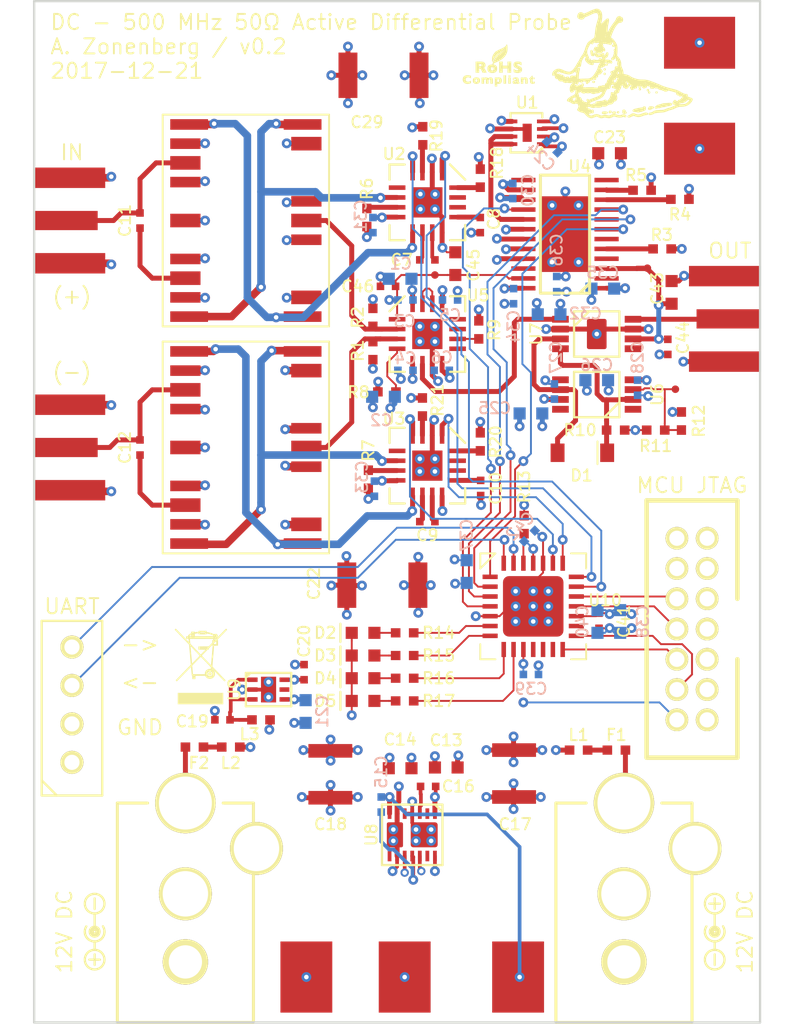
<source format=kicad_pcb>
(kicad_pcb (version 20170922) (host pcbnew "(2017-11-03 revision 9932ff32a)-master")
  (layers (0 F.Cu signal) (1 In1.Cu signal) (2 In2.Cu signal) (31 B.Cu signal) (34 B.Paste user) (35 F.Paste user) (36 B.SilkS user) (37 F.SilkS user) (38 B.Mask user) (39 F.Mask user) (44 Edge.Cuts user))
  (net 0 "")
  (net 1 "Net-(J1-Pad1)")
  (net 2 /3V3)
  (net 3 /GND)
  (net 4 /Microcontroller/JTAG_TMS)
  (net 5 /Microcontroller/JTAG_TCK)
  (net 6 /Microcontroller/JTAG_TDO)
  (net 7 /Microcontroller/JTAG_TDI)
  (net 8 "Net-(J1-Pad12)")
  (net 9 "Net-(J1-Pad13)")
  (net 10 "Net-(J1-Pad14)")
  (net 11 "/Power Supply/5V0_P")
  (net 12 "/Power Supply/5V0_N")
  (net 13 "/Signal Path/VOFFSET")
  (net 14 "/Signal Path/VATTEN_P")
  (net 15 "/Signal Path/VATTEN")
  (net 16 "/Power Supply/12V0_N")
  (net 17 "/Power Supply/12V0_P")
  (net 18 /Microcontroller/VCAP)
  (net 19 "Net-(R8-Pad2)")
  (net 20 "Net-(R13-Pad1)")
  (net 21 "/Signal Path/VIN_N_COUPLED")
  (net 22 "/Signal Path/VIN_P_COUPLED")
  (net 23 "Net-(R3-Pad2)")
  (net 24 "Net-(R4-Pad2)")
  (net 25 "Net-(R5-Pad2)")
  (net 26 "Net-(R6-Pad1)")
  (net 27 "Net-(R7-Pad1)")
  (net 28 "Net-(R9-Pad2)")
  (net 29 "Net-(R20-Pad1)")
  (net 30 "Net-(D3-Pad2)")
  (net 31 /Microcontroller/LED1)
  (net 32 /Microcontroller/LED0)
  (net 33 "Net-(D2-Pad2)")
  (net 34 "Net-(F1-Pad2)")
  (net 35 "/Power Supply/12V0_P_UNFUSED")
  (net 36 "/Power Supply/12V0_N_UNFUSED")
  (net 37 "Net-(F2-Pad2)")
  (net 38 "Net-(R21-Pad1)")
  (net 39 "Net-(C19-Pad1)")
  (net 40 "/Signal Path/ATTEN_REF")
  (net 41 "Net-(R19-Pad1)")
  (net 42 "Net-(R18-Pad1)")
  (net 43 /Microcontroller/LED3)
  (net 44 "Net-(D5-Pad2)")
  (net 45 "Net-(D4-Pad2)")
  (net 46 /Microcontroller/LED2)
  (net 47 "Net-(C15-Pad1)")
  (net 48 "Net-(C16-Pad1)")
  (net 49 "/Signal Path/VIN_N")
  (net 50 "/Signal Path/VIN_N_AC")
  (net 51 "Net-(C7-Pad2)")
  (net 52 "Net-(C7-Pad1)")
  (net 53 "Net-(C8-Pad1)")
  (net 54 "Net-(C20-Pad2)")
  (net 55 "/Signal Path/VIN_P_AC")
  (net 56 "/Signal Path/VIN_P")
  (net 57 "Net-(C10-Pad1)")
  (net 58 "Net-(C9-Pad1)")
  (net 59 "Net-(C9-Pad2)")
  (net 60 "/Signal Path/VOUT")
  (net 61 "Net-(J7-Pad1)")
  (net 62 /Microcontroller/UART_RX)
  (net 63 /Microcontroller/UART_TX)
  (net 64 "/Signal Path/VOUT_RAW")
  (net 65 "Net-(U5-Pad11)")
  (net 66 "Net-(U5-Pad9)")
  (net 67 "Net-(U5-Pad12)")
  (net 68 "/Signal Path/VOFFSET_BUF")
  (net 69 /Microcontroller/RELAY2_EN)
  (net 70 /Microcontroller/RELAY2_DIR)
  (net 71 "Net-(U3-Pad14)")
  (net 72 "Net-(U3-Pad15)")
  (net 73 "/Signal Path/COIL2_N")
  (net 74 "/Signal Path/COIL2_P")
  (net 75 "/Signal Path/COIL1_P")
  (net 76 "/Signal Path/COIL1_N")
  (net 77 "Net-(U2-Pad15)")
  (net 78 "Net-(U2-Pad14)")
  (net 79 /Microcontroller/RELAY1_DIR)
  (net 80 /Microcontroller/RELAY1_EN)
  (net 81 "/Signal Path/2V5_REF")
  (net 82 "Net-(U8-Pad2)")
  (net 83 "Net-(U8-Pad8)")
  (net 84 /Microcontroller/SPI_CS_N)
  (net 85 /Microcontroller/SPI_MOSI)
  (net 86 /Microcontroller/SPI_SCK)
  (net 87 /Microcontroller/SPI_MISO)
  (net 88 "/Signal Path/ATTEN_V2")
  (net 89 "Net-(U6-Pad1)")
  (net 90 "Net-(U6-Pad8)")
  (net 91 "Net-(U10-Pad11)")
  (net 92 "Net-(U10-Pad12)")
  (net 93 "Net-(U10-Pad13)")
  (net 94 "Net-(U10-Pad16)")
  (module w_logo:Logo_silk_polarity_external_5x1.4mm (layer F.Cu) (at 33 82 90)
    (fp_text reference G*** hide)
    (fp_text value LOGO hide)
  )
  (module w_logo:Logo_silk_polarity_center_5x1.4mm (layer F.Cu) (at 74 82 90)
    (fp_text reference G*** hide)
    (fp_text value LOGO hide)
  )
  (module w_logo:Logo_silk_WEEE_3.4x5mm (layer F.Cu) (at 40 64.5)
    (fp_text reference G*** hide)
    (fp_text value LOGO hide)
  )
  (module w_logo:Logo_silk_ROHS_5x2.8mm (layer F.Cu) (at 59.75 24.75)
    (fp_text reference G*** hide)
    (fp_text value LOGO hide)
  )
  (module azonenberg_pcb:LONGTHING-1200DPI (layer F.Cu) (at 68.45 25)
    (fp_text reference G*** hide)
    (fp_text value LOGO hide)
  )
  (module azonenberg_pcb:EIA_0402_RES_NOSILK (layer F.Cu) (at 67.5 70 180)
    (fp_text reference F1 (at 0 1 180) (layer F.SilkS) (effects (font (size 0.75 0.75) (thickness 0.125))))
    (fp_text value "250 mA" hide)
    (pad 2 smd rect (at 0.597 0 180) (size 0.635 0.61) (layers F.Cu F.Paste F.Mask) (net 34 "Net-(F1-Pad2)"))
    (pad 1 smd rect (at -0.597 0 180) (size 0.635 0.61) (layers F.Cu F.Paste F.Mask) (net 35 "/Power Supply/12V0_P_UNFUSED"))
  )
  (module azonenberg_pcb:EIA_0402_RES_NOSILK (layer F.Cu) (at 39.6 69.8)
    (fp_text reference F2 (at 0.3 1.05) (layer F.SilkS) (effects (font (size 0.75 0.75) (thickness 0.125))))
    (fp_text value "250 mA" hide)
    (pad 1 smd rect (at -0.597 0) (size 0.635 0.61) (layers F.Cu F.Paste F.Mask) (net 36 "/Power Supply/12V0_N_UNFUSED"))
    (pad 2 smd rect (at 0.597 0) (size 0.635 0.61) (layers F.Cu F.Paste F.Mask) (net 37 "Net-(F2-Pad2)"))
  )
  (module azonenberg_pcb:EIA_0603_LED (layer F.Cu) (at 50.75 66.75)
    (fp_text reference D5 (at -2.5 0) (layer F.SilkS) (effects (font (size 0.75 0.75) (thickness 0.125))))
    (fp_text value GREEN hide)
    (pad 2 smd rect (at 0.75 0) (size 0.8 0.8) (layers F.Cu F.Paste F.Mask) (net 44 "Net-(D5-Pad2)"))
    (pad 1 smd rect (at -0.75 0) (size 0.8 0.8) (layers F.Cu F.Paste F.Mask) (net 3 /GND))
  )
  (module azonenberg_pcb:EIA_0603_LED (layer F.Cu) (at 50.75 65.25)
    (fp_text reference D4 (at -2.5 0) (layer F.SilkS) (effects (font (size 0.75 0.75) (thickness 0.125))))
    (fp_text value GREEN hide)
    (pad 1 smd rect (at -0.75 0) (size 0.8 0.8) (layers F.Cu F.Paste F.Mask) (net 3 /GND))
    (pad 2 smd rect (at 0.75 0) (size 0.8 0.8) (layers F.Cu F.Paste F.Mask) (net 45 "Net-(D4-Pad2)"))
  )
  (module azonenberg_pcb:EIA_0603_LED (layer F.Cu) (at 50.75 63.75)
    (fp_text reference D3 (at -2.5 0) (layer F.SilkS) (effects (font (size 0.75 0.75) (thickness 0.125))))
    (fp_text value GREEN hide)
    (pad 2 smd rect (at 0.75 0) (size 0.8 0.8) (layers F.Cu F.Paste F.Mask) (net 30 "Net-(D3-Pad2)"))
    (pad 1 smd rect (at -0.75 0) (size 0.8 0.8) (layers F.Cu F.Paste F.Mask) (net 3 /GND))
  )
  (module azonenberg_pcb:EIA_0603_LED (layer F.Cu) (at 50.75 62.25)
    (fp_text reference D2 (at -2.5 0) (layer F.SilkS) (effects (font (size 0.75 0.75) (thickness 0.125))))
    (fp_text value GREEN hide)
    (pad 1 smd rect (at -0.75 0) (size 0.8 0.8) (layers F.Cu F.Paste F.Mask) (net 3 /GND))
    (pad 2 smd rect (at 0.75 0) (size 0.8 0.8) (layers F.Cu F.Paste F.Mask) (net 33 "Net-(D2-Pad2)"))
  )
  (module azonenberg_pcb:CONN_CUI_PJ-058BH_HIPWR_BARREL_NOSLOT (layer F.Cu) (at 68 80 90)
    (fp_text reference J2 hide)
    (fp_text value "CUI PJ-058BH" hide)
    (pad 3 thru_hole circle (at 3.5 4.7 90) (size 3.5 3.5) (drill 3) (layers *.Cu *.Mask F.SilkS) (net 3 /GND))
    (pad 1 thru_hole circle (at 6.5 0 90) (size 4 4) (drill 3.5) (layers *.Cu *.Mask F.SilkS) (net 35 "/Power Supply/12V0_P_UNFUSED"))
    (pad 2 thru_hole circle (at 0.5 0 90) (size 3.5 3.5) (drill 3) (layers *.Cu *.Mask F.SilkS) (net 3 /GND))
    (pad "" thru_hole circle (at -4 0 90) (size 3 3) (drill 2.2) (layers *.Cu *.Mask F.SilkS))
  )
  (module azonenberg_pcb:CONN_CUI_PJ-058BH_HIPWR_BARREL_NOSLOT (layer F.Cu) (at 39 80 90)
    (fp_text reference J3 hide)
    (fp_text value "CUI PJ-058BH" hide)
    (pad "" thru_hole circle (at -4 0 90) (size 3 3) (drill 2.2) (layers *.Cu *.Mask F.SilkS))
    (pad 2 thru_hole circle (at 0.5 0 90) (size 3.5 3.5) (drill 3) (layers *.Cu *.Mask F.SilkS) (net 3 /GND))
    (pad 1 thru_hole circle (at 6.5 0 90) (size 4 4) (drill 3.5) (layers *.Cu *.Mask F.SilkS) (net 36 "/Power Supply/12V0_N_UNFUSED"))
    (pad 3 thru_hole circle (at 3.5 4.7 90) (size 3.5 3.5) (drill 3) (layers *.Cu *.Mask F.SilkS) (net 3 /GND))
  )
  (module azonenberg_pcb:CONN_HEADER_2.54MM_1x4 (layer F.Cu) (at 31.5 67 90)
    (fp_text reference J7 hide)
    (fp_text value CONN_01X04)
    (pad 1 thru_hole circle (at -3.81 0 90) (size 1.524 1.524) (drill 1) (layers *.Cu *.Mask F.SilkS) (net 61 "Net-(J7-Pad1)"))
    (pad 2 thru_hole circle (at -1.27 0 90) (size 1.524 1.524) (drill 1) (layers *.Cu *.Mask F.SilkS) (net 3 /GND))
    (pad 3 thru_hole circle (at 1.27 0 90) (size 1.524 1.524) (drill 1) (layers *.Cu *.Mask F.SilkS) (net 62 /Microcontroller/UART_RX))
    (pad 4 thru_hole circle (at 3.81 0 90) (size 1.524 1.524) (drill 1) (layers *.Cu *.Mask F.SilkS) (net 63 /Microcontroller/UART_TX))
  )
  (module azonenberg_pcb:CONN_SMA_EDGE_SAMTEC_SMA_J_P_H_ST_EM1 (layer F.Cu) (at 77 41.5 90)
    (fp_text reference J6 hide)
    (fp_text value SMA)
    (pad 1 smd rect (at 0 -2.1 90) (size 1.27 4.2) (layers F.Cu F.Paste F.Mask) (net 60 "/Signal Path/VOUT"))
    (pad 2 smd rect (at 2.825 -2.35 90) (size 1.35 4.7) (layers F.Cu F.Paste F.Mask) (net 3 /GND))
    (pad 2 smd rect (at -2.825 -2.35 90) (size 1.35 4.7) (layers F.Cu F.Paste F.Mask) (net 3 /GND))
  )
  (module azonenberg_pcb:CONN_SMA_EDGE_SAMTEC_SMA_J_P_H_ST_EM1 (layer F.Cu) (at 29 50 270)
    (fp_text reference J5 hide)
    (fp_text value SMA)
    (pad 2 smd rect (at -2.825 -2.35 270) (size 1.35 4.7) (layers F.Cu F.Paste F.Mask) (net 3 /GND))
    (pad 2 smd rect (at 2.825 -2.35 270) (size 1.35 4.7) (layers F.Cu F.Paste F.Mask) (net 3 /GND))
    (pad 1 smd rect (at 0 -2.1 270) (size 1.27 4.2) (layers F.Cu F.Paste F.Mask) (net 49 "/Signal Path/VIN_N"))
  )
  (module azonenberg_pcb:CONN_SMA_EDGE_SAMTEC_SMA_J_P_H_ST_EM1 (layer F.Cu) (at 29 35 270)
    (fp_text reference J4 hide)
    (fp_text value SMA)
    (pad 1 smd rect (at 0 -2.1 270) (size 1.27 4.2) (layers F.Cu F.Paste F.Mask) (net 56 "/Signal Path/VIN_P"))
    (pad 2 smd rect (at 2.825 -2.35 270) (size 1.35 4.7) (layers F.Cu F.Paste F.Mask) (net 3 /GND))
    (pad 2 smd rect (at -2.825 -2.35 270) (size 1.35 4.7) (layers F.Cu F.Paste F.Mask) (net 3 /GND))
  )
  (module azonenberg_pcb:DFN_14_0.5MM_4x3MM_DUALPAD_LTC_DE14MA (layer F.Cu) (at 54 75.6 180)
    (fp_text reference U8 (at 2.7 0 270) (layer F.SilkS) (effects (font (size 0.75 0.75) (thickness 0.125))))
    (fp_text value LT3032IDE-5#PBF)
    (pad 1 smd rect (at -1.5 1.4 180) (size 0.25 0.7) (layers F.Cu F.Paste F.Mask) (net 11 "/Power Supply/5V0_P"))
    (pad 2 smd rect (at -1 1.4 180) (size 0.25 0.7) (layers F.Cu F.Paste F.Mask) (net 82 "Net-(U8-Pad2)"))
    (pad 3 smd rect (at -0.5 1.4 180) (size 0.25 0.7) (layers F.Cu F.Paste F.Mask) (net 48 "Net-(C16-Pad1)"))
    (pad 4 smd rect (at 0 1.4 180) (size 0.25 0.7) (layers F.Cu F.Paste F.Mask) (net 3 /GND))
    (pad 5 smd rect (at 0.5 1.4 180) (size 0.25 0.7) (layers F.Cu F.Paste F.Mask) (net 3 /GND))
    (pad 6 smd rect (at 1 1.4 180) (size 0.25 0.7) (layers F.Cu F.Paste F.Mask) (net 16 "/Power Supply/12V0_N"))
    (pad 7 smd rect (at 1.5 1.4 180) (size 0.25 0.7) (layers F.Cu F.Paste F.Mask) (net 12 "/Power Supply/5V0_N"))
    (pad 14 smd rect (at -1.5 -1.4 180) (size 0.25 0.7) (layers F.Cu F.Paste F.Mask) (net 17 "/Power Supply/12V0_P"))
    (pad 9 smd rect (at 1 -1.4 180) (size 0.25 0.7) (layers F.Cu F.Paste F.Mask) (net 16 "/Power Supply/12V0_N"))
    (pad 8 smd rect (at 1.5 -1.4 180) (size 0.25 0.7) (layers F.Cu F.Paste F.Mask) (net 83 "Net-(U8-Pad8)"))
    (pad 13 smd rect (at -1 -1.4 180) (size 0.25 0.7) (layers F.Cu F.Paste F.Mask))
    (pad 12 smd rect (at -0.5 -1.4 180) (size 0.25 0.7) (layers F.Cu F.Paste F.Mask) (net 17 "/Power Supply/12V0_P"))
    (pad 11 smd rect (at 0 -1.4 180) (size 0.25 0.7) (layers F.Cu F.Paste F.Mask) (net 47 "Net-(C15-Pad1)"))
    (pad 10 smd rect (at 0.5 -1.4 180) (size 0.25 0.7) (layers F.Cu F.Paste F.Mask) (net 17 "/Power Supply/12V0_P"))
    (pad PADT smd roundrect (at -0.79 0 180) (size 1.78 1.65) (layers F.Cu F.Paste F.Mask) (roundrect_rratio 0.1) (net 3 /GND))
    (pad PADB smd roundrect (at 1.145 0 180) (size 1.07 1.65) (layers F.Cu F.Paste F.Mask) (roundrect_rratio 0.1) (net 16 "/Power Supply/12V0_N"))
  )
  (module azonenberg_pcb:DFN_6_0.65MM_2x2MM (layer F.Cu) (at 44.5 66 270)
    (fp_text reference U9 (at 0 2.25 270) (layer F.SilkS) (effects (font (size 0.75 0.75) (thickness 0.125))))
    (fp_text value MIC5305-33YML hide)
    (pad 1 smd rect (at -0.65 1.05 270) (size 0.3 0.65) (layers F.Cu F.Paste F.Mask) (net 39 "Net-(C19-Pad1)"))
    (pad 2 smd rect (at 0 1.05 270) (size 0.3 0.65) (layers F.Cu F.Paste F.Mask) (net 3 /GND))
    (pad 3 smd rect (at 0.65 1.05 270) (size 0.3 0.65) (layers F.Cu F.Paste F.Mask) (net 39 "Net-(C19-Pad1)"))
    (pad 4 smd rect (at 0.65 -1.05 270) (size 0.3 0.65) (layers F.Cu F.Paste F.Mask) (net 2 /3V3))
    (pad 5 smd rect (at 0 -1.05 270) (size 0.3 0.65) (layers F.Cu F.Paste F.Mask))
    (pad 6 smd rect (at -0.65 -1.05 270) (size 0.3 0.65) (layers F.Cu F.Paste F.Mask) (net 54 "Net-(C20-Pad2)"))
    (pad PAD smd rect (at 0 0 270) (size 1.7 1) (layers F.Cu F.Paste F.Mask) (net 3 /GND))
  )
  (module azonenberg_pcb:DFN_8_0.5MM_2x2MM (layer F.Cu) (at 61.6 29.2 180)
    (fp_text reference U1 (at 0 2 180) (layer F.SilkS) (effects (font (size 0.75 0.75) (thickness 0.125))))
    (fp_text value MCP1501_DFN hide)
    (pad 1 smd rect (at -1 -0.75 180) (size 0.7 0.25) (layers F.Cu F.Paste F.Mask) (net 2 /3V3))
    (pad 2 smd rect (at -1 -0.25 180) (size 0.7 0.25) (layers F.Cu F.Paste F.Mask) (net 3 /GND))
    (pad 3 smd rect (at -1 0.25 180) (size 0.7 0.25) (layers F.Cu F.Paste F.Mask) (net 2 /3V3))
    (pad 4 smd rect (at -1 0.75 180) (size 0.7 0.25) (layers F.Cu F.Paste F.Mask) (net 3 /GND))
    (pad 5 smd rect (at 1 0.75 180) (size 0.7 0.25) (layers F.Cu F.Paste F.Mask) (net 3 /GND))
    (pad 6 smd rect (at 1 0.25 180) (size 0.7 0.25) (layers F.Cu F.Paste F.Mask) (net 3 /GND))
    (pad 7 smd rect (at 1 -0.25 180) (size 0.7 0.25) (layers F.Cu F.Paste F.Mask) (net 81 "/Signal Path/2V5_REF"))
    (pad 8 smd rect (at 1 -0.75 180) (size 0.7 0.25) (layers F.Cu F.Paste F.Mask) (net 81 "/Signal Path/2V5_REF"))
    (pad PAD smd rect (at 0 0 180) (size 0.6 1.2) (layers F.Cu F.Paste F.Mask) (net 3 /GND))
  )
  (module azonenberg_pcb:EIA_0402_CAP_NOSILK (layer F.Cu) (at 66.35 61.45 270)
    (fp_text reference C41 (at 0.05 -1.65 270) (layer F.SilkS) (effects (font (size 0.75 0.75) (thickness 0.125))))
    (fp_text value "0.47 uF" hide)
    (pad 1 smd rect (at -0.5 0 270) (size 0.5 0.5) (layers F.Cu F.Paste F.Mask) (net 18 /Microcontroller/VCAP))
    (pad 2 smd rect (at 0.5 0 270) (size 0.5 0.5) (layers F.Cu F.Paste F.Mask) (net 3 /GND))
  )
  (module azonenberg_pcb:EIA_0402_CAP_NOSILK (layer B.Cu) (at 60.7 40 270)
    (fp_text reference C34 (at 2 0 270) (layer B.SilkS) (effects (font (size 0.75 0.75) (thickness 0.125)) (justify mirror)))
    (fp_text value "0.47 uF" hide)
    (pad 2 smd rect (at 0.5 0 270) (size 0.5 0.5) (layers B.Cu B.Paste B.Mask) (net 3 /GND))
    (pad 1 smd rect (at -0.5 0 270) (size 0.5 0.5) (layers B.Cu B.Paste B.Mask) (net 11 "/Power Supply/5V0_P"))
  )
  (module azonenberg_pcb:EIA_0402_CAP_NOSILK (layer B.Cu) (at 61.85 65)
    (fp_text reference C39 (at 0 0.95) (layer B.SilkS) (effects (font (size 0.75 0.75) (thickness 0.125)) (justify mirror)))
    (fp_text value "0.47 uF" hide)
    (pad 1 smd rect (at -0.5 0) (size 0.5 0.5) (layers B.Cu B.Paste B.Mask) (net 2 /3V3))
    (pad 2 smd rect (at 0.5 0) (size 0.5 0.5) (layers B.Cu B.Paste B.Mask) (net 3 /GND))
  )
  (module azonenberg_pcb:EIA_0402_CAP_NOSILK (layer B.Cu) (at 53.55 44.9)
    (fp_text reference C4 (at 0 -0.8) (layer B.SilkS) (effects (font (size 0.75 0.75) (thickness 0.125)) (justify mirror)))
    (fp_text value "0.47 uF" hide)
    (pad 2 smd rect (at 0.5 0) (size 0.5 0.5) (layers B.Cu B.Paste B.Mask) (net 12 "/Power Supply/5V0_N"))
    (pad 1 smd rect (at -0.5 0) (size 0.5 0.5) (layers B.Cu B.Paste B.Mask) (net 3 /GND))
  )
  (module azonenberg_pcb:EIA_0402_CAP_NOSILK (layer B.Cu) (at 56.5 40.25)
    (fp_text reference C5 (at 0 1) (layer B.SilkS) (effects (font (size 0.75 0.75) (thickness 0.125)) (justify mirror)))
    (fp_text value "0.47 uF" hide)
    (pad 1 smd rect (at -0.5 0) (size 0.5 0.5) (layers B.Cu B.Paste B.Mask) (net 11 "/Power Supply/5V0_P"))
    (pad 2 smd rect (at 0.5 0) (size 0.5 0.5) (layers B.Cu B.Paste B.Mask) (net 3 /GND))
  )
  (module azonenberg_pcb:EIA_0402_CAP_NOSILK (layer B.Cu) (at 55.95 44.9)
    (fp_text reference C6 (at 0 -0.85) (layer B.SilkS) (effects (font (size 0.75 0.75) (thickness 0.125)) (justify mirror)))
    (fp_text value "0.47 uF" hide)
    (pad 2 smd rect (at 0.5 0) (size 0.5 0.5) (layers B.Cu B.Paste B.Mask) (net 12 "/Power Supply/5V0_N"))
    (pad 1 smd rect (at -0.5 0) (size 0.5 0.5) (layers B.Cu B.Paste B.Mask) (net 3 /GND))
  )
  (module azonenberg_pcb:EIA_0402_CAP_NOSILK (layer F.Cu) (at 55 37.6)
    (fp_text reference C7 (at -1.7 0) (layer F.SilkS) (effects (font (size 0.75 0.75) (thickness 0.125))))
    (fp_text value "0.1 uF 25V" hide)
    (pad 1 smd rect (at -0.5 0) (size 0.5 0.5) (layers F.Cu F.Paste F.Mask) (net 52 "Net-(C7-Pad1)"))
    (pad 2 smd rect (at 0.5 0) (size 0.5 0.5) (layers F.Cu F.Paste F.Mask) (net 51 "Net-(C7-Pad2)"))
  )
  (module azonenberg_pcb:EIA_0402_CAP_NOSILK (layer F.Cu) (at 58.5 35.3 270)
    (fp_text reference C8 (at -0.4 -0.9 270) (layer F.SilkS) (effects (font (size 0.75 0.75) (thickness 0.125))))
    (fp_text value "0.1 uF 25V" hide)
    (pad 2 smd rect (at 0.5 0 270) (size 0.5 0.5) (layers F.Cu F.Paste F.Mask) (net 17 "/Power Supply/12V0_P"))
    (pad 1 smd rect (at -0.5 0 270) (size 0.5 0.5) (layers F.Cu F.Paste F.Mask) (net 53 "Net-(C8-Pad1)"))
  )
  (module azonenberg_pcb:EIA_0402_CAP_NOSILK (layer F.Cu) (at 55 54.9)
    (fp_text reference C9 (at 0 0.9) (layer F.SilkS) (effects (font (size 0.75 0.75) (thickness 0.125))))
    (fp_text value "0.1 uF 25V" hide)
    (pad 1 smd rect (at -0.5 0) (size 0.5 0.5) (layers F.Cu F.Paste F.Mask) (net 58 "Net-(C9-Pad1)"))
    (pad 2 smd rect (at 0.5 0) (size 0.5 0.5) (layers F.Cu F.Paste F.Mask) (net 59 "Net-(C9-Pad2)"))
  )
  (module azonenberg_pcb:EIA_0402_CAP_NOSILK (layer F.Cu) (at 36 35 270)
    (fp_text reference C11 (at 0 1 270) (layer F.SilkS) (effects (font (size 0.75 0.75) (thickness 0.125))))
    (fp_text value "0.1 uF" hide)
    (pad 2 smd rect (at 0.5 0 270) (size 0.5 0.5) (layers F.Cu F.Paste F.Mask) (net 55 "/Signal Path/VIN_P_AC"))
    (pad 1 smd rect (at -0.5 0 270) (size 0.5 0.5) (layers F.Cu F.Paste F.Mask) (net 56 "/Signal Path/VIN_P"))
  )
  (module azonenberg_pcb:EIA_0402_CAP_NOSILK (layer B.Cu) (at 51.5 52.725 270)
    (fp_text reference C33 (at -0.775 0.825 270) (layer B.SilkS) (effects (font (size 0.75 0.75) (thickness 0.125)) (justify mirror)))
    (fp_text value "0.1 uF 25V" hide)
    (pad 1 smd rect (at -0.5 0 270) (size 0.5 0.5) (layers B.Cu B.Paste B.Mask) (net 17 "/Power Supply/12V0_P"))
    (pad 2 smd rect (at 0.5 0 270) (size 0.5 0.5) (layers B.Cu B.Paste B.Mask) (net 3 /GND))
  )
  (module azonenberg_pcb:EIA_0402_CAP_NOSILK (layer F.Cu) (at 58.525 52.675 270)
    (fp_text reference C10 (at 0.025 -1 270) (layer F.SilkS) (effects (font (size 0.75 0.75) (thickness 0.125))))
    (fp_text value "0.1 uF 25V" hide)
    (pad 2 smd rect (at 0.5 0 270) (size 0.5 0.5) (layers F.Cu F.Paste F.Mask) (net 17 "/Power Supply/12V0_P"))
    (pad 1 smd rect (at -0.5 0 270) (size 0.5 0.5) (layers F.Cu F.Paste F.Mask) (net 57 "Net-(C10-Pad1)"))
  )
  (module azonenberg_pcb:EIA_0402_CAP_NOSILK (layer B.Cu) (at 63.4 46.3 90)
    (fp_text reference C27 (at 2.25 0.1 90) (layer B.SilkS) (effects (font (size 0.75 0.75) (thickness 0.125)) (justify mirror)))
    (fp_text value "0.47 uF" hide)
    (pad 1 smd rect (at -0.5 0 90) (size 0.5 0.5) (layers B.Cu B.Paste B.Mask) (net 11 "/Power Supply/5V0_P"))
    (pad 2 smd rect (at 0.5 0 90) (size 0.5 0.5) (layers B.Cu B.Paste B.Mask) (net 3 /GND))
  )
  (module azonenberg_pcb:EIA_0402_CAP_NOSILK (layer B.Cu) (at 53.55 40.25 180)
    (fp_text reference C3 (at 0.05 -1.4 180) (layer B.SilkS) (effects (font (size 0.75 0.75) (thickness 0.125)) (justify mirror)))
    (fp_text value "0.47 uF" hide)
    (pad 2 smd rect (at 0.5 0 180) (size 0.5 0.5) (layers B.Cu B.Paste B.Mask) (net 3 /GND))
    (pad 1 smd rect (at -0.5 0 180) (size 0.5 0.5) (layers B.Cu B.Paste B.Mask) (net 11 "/Power Supply/5V0_P"))
  )
  (module azonenberg_pcb:EIA_0402_CAP_NOSILK (layer F.Cu) (at 36 50 270)
    (fp_text reference C12 (at 0 1 270) (layer F.SilkS) (effects (font (size 0.75 0.75) (thickness 0.125))))
    (fp_text value "0.1 uF" hide)
    (pad 1 smd rect (at -0.5 0 270) (size 0.5 0.5) (layers F.Cu F.Paste F.Mask) (net 49 "/Signal Path/VIN_N"))
    (pad 2 smd rect (at 0.5 0 270) (size 0.5 0.5) (layers F.Cu F.Paste F.Mask) (net 50 "/Signal Path/VIN_N_AC"))
  )
  (module azonenberg_pcb:EIA_0402_CAP_NOSILK (layer B.Cu) (at 51.4 35.3 270)
    (fp_text reference C31 (at -0.6 0.8 270) (layer B.SilkS) (effects (font (size 0.75 0.75) (thickness 0.125)) (justify mirror)))
    (fp_text value "0.1 uF 25V" hide)
    (pad 2 smd rect (at 0.5 0 270) (size 0.5 0.5) (layers B.Cu B.Paste B.Mask) (net 3 /GND))
    (pad 1 smd rect (at -0.5 0 270) (size 0.5 0.5) (layers B.Cu B.Paste B.Mask) (net 17 "/Power Supply/12V0_P"))
  )
  (module azonenberg_pcb:EIA_0402_CAP_NOSILK (layer B.Cu) (at 51.95 73.6 90)
    (fp_text reference C15 (at 2.15 0 90) (layer B.SilkS) (effects (font (size 0.75 0.75) (thickness 0.125)) (justify mirror)))
    (fp_text value "0.01 uF" hide)
    (pad 1 smd rect (at -0.5 0 90) (size 0.5 0.5) (layers B.Cu B.Paste B.Mask) (net 47 "Net-(C15-Pad1)"))
    (pad 2 smd rect (at 0.5 0 90) (size 0.5 0.5) (layers B.Cu B.Paste B.Mask) (net 12 "/Power Supply/5V0_N"))
  )
  (module azonenberg_pcb:EIA_0402_CAP_NOSILK (layer F.Cu) (at 55.05 72.4)
    (fp_text reference C16 (at 2 0) (layer F.SilkS) (effects (font (size 0.75 0.75) (thickness 0.125))))
    (fp_text value "0.01 uF" hide)
    (pad 2 smd rect (at 0.5 0) (size 0.5 0.5) (layers F.Cu F.Paste F.Mask) (net 11 "/Power Supply/5V0_P"))
    (pad 1 smd rect (at -0.5 0) (size 0.5 0.5) (layers F.Cu F.Paste F.Mask) (net 48 "Net-(C16-Pad1)"))
  )
  (module azonenberg_pcb:EIA_0402_CAP_NOSILK (layer F.Cu) (at 41.45 68 180)
    (fp_text reference C19 (at 2 -0.1 180) (layer F.SilkS) (effects (font (size 0.75 0.75) (thickness 0.125))))
    (fp_text value "1 uF" hide)
    (pad 1 smd rect (at -0.5 0 180) (size 0.5 0.5) (layers F.Cu F.Paste F.Mask) (net 39 "Net-(C19-Pad1)"))
    (pad 2 smd rect (at 0.5 0 180) (size 0.5 0.5) (layers F.Cu F.Paste F.Mask) (net 3 /GND))
  )
  (module azonenberg_pcb:EIA_0402_CAP_NOSILK (layer B.Cu) (at 60.65 33.05 270)
    (fp_text reference C30 (at -0.05 -1 270) (layer B.SilkS) (effects (font (size 0.75 0.75) (thickness 0.125)) (justify mirror)))
    (fp_text value "0.47 uF" hide)
    (pad 2 smd rect (at 0.5 0 270) (size 0.5 0.5) (layers B.Cu B.Paste B.Mask) (net 3 /GND))
    (pad 1 smd rect (at -0.5 0 270) (size 0.5 0.5) (layers B.Cu B.Paste B.Mask) (net 2 /3V3))
  )
  (module azonenberg_pcb:EIA_0402_CAP_NOSILK (layer B.Cu) (at 63.55 39.2 270)
    (fp_text reference C36 (at -2.25 0 270) (layer B.SilkS) (effects (font (size 0.75 0.75) (thickness 0.125)) (justify mirror)))
    (fp_text value "0.47 uF" hide)
    (pad 1 smd rect (at -0.5 0 270) (size 0.5 0.5) (layers B.Cu B.Paste B.Mask) (net 12 "/Power Supply/5V0_N"))
    (pad 2 smd rect (at 0.5 0 270) (size 0.5 0.5) (layers B.Cu B.Paste B.Mask) (net 3 /GND))
  )
  (module azonenberg_pcb:EIA_0402_CAP_NOSILK (layer F.Cu) (at 52.4 39.35 180)
    (fp_text reference C46 (at 2 0 180) (layer F.SilkS) (effects (font (size 0.75 0.75) (thickness 0.125))))
    (fp_text value "0.47 uF" hide)
    (pad 2 smd rect (at 0.5 0 180) (size 0.5 0.5) (layers F.Cu F.Paste F.Mask) (net 3 /GND))
    (pad 1 smd rect (at -0.5 0 180) (size 0.5 0.5) (layers F.Cu F.Paste F.Mask) (net 13 "/Signal Path/VOFFSET"))
  )
  (module azonenberg_pcb:EIA_0402_CAP_NOSILK (layer B.Cu) (at 63.25 30.15 135)
    (fp_text reference C24 (at 0.070711 -0.989949 135) (layer B.SilkS) (effects (font (size 0.75 0.75) (thickness 0.125)) (justify mirror)))
    (fp_text value "0.47 uF" hide)
    (pad 1 smd rect (at -0.5 0 135) (size 0.5 0.5) (layers B.Cu B.Paste B.Mask) (net 2 /3V3))
    (pad 2 smd rect (at 0.5 0 135) (size 0.5 0.5) (layers B.Cu B.Paste B.Mask) (net 3 /GND))
  )
  (module azonenberg_pcb:EIA_0402_CAP_NOSILK (layer F.Cu) (at 70.9 43.35 270)
    (fp_text reference C44 (at -0.6 -1 270) (layer F.SilkS) (effects (font (size 0.75 0.75) (thickness 0.125))))
    (fp_text value "0.47 uF" hide)
    (pad 2 smd rect (at 0.5 0 270) (size 0.5 0.5) (layers F.Cu F.Paste F.Mask) (net 3 /GND))
    (pad 1 smd rect (at -0.5 0 270) (size 0.5 0.5) (layers F.Cu F.Paste F.Mask) (net 15 "/Signal Path/VATTEN"))
  )
  (module azonenberg_pcb:EIA_0402_CAP_NOSILK (layer B.Cu) (at 68.9 46.05 90)
    (fp_text reference C28 (at 2 0 90) (layer B.SilkS) (effects (font (size 0.75 0.75) (thickness 0.125)) (justify mirror)))
    (fp_text value "0.47 uF" hide)
    (pad 1 smd rect (at -0.5 0 90) (size 0.5 0.5) (layers B.Cu B.Paste B.Mask) (net 3 /GND))
    (pad 2 smd rect (at 0.5 0 90) (size 0.5 0.5) (layers B.Cu B.Paste B.Mask) (net 12 "/Power Supply/5V0_N"))
  )
  (module azonenberg_pcb:EIA_0402_CAP_NOSILK (layer B.Cu) (at 61.75 55.85 45)
    (fp_text reference C42 (at 0.035355 -0.883883 45) (layer B.SilkS) (effects (font (size 0.75 0.75) (thickness 0.125)) (justify mirror)))
    (fp_text value "0.47 uF" hide)
    (pad 2 smd rect (at 0.5 0 45) (size 0.5 0.5) (layers B.Cu B.Paste B.Mask) (net 3 /GND))
    (pad 1 smd rect (at -0.5 0 45) (size 0.5 0.5) (layers B.Cu B.Paste B.Mask) (net 2 /3V3))
  )
  (module azonenberg_pcb:EIA_0402_CAP_NOSILK (layer F.Cu) (at 46.85 64.85 270)
    (fp_text reference C20 (at -2.05 0 270) (layer F.SilkS) (effects (font (size 0.75 0.75) (thickness 0.125))))
    (fp_text value "0.1 uF" hide)
    (pad 1 smd rect (at -0.5 0 270) (size 0.5 0.5) (layers F.Cu F.Paste F.Mask) (net 3 /GND))
    (pad 2 smd rect (at 0.5 0 270) (size 0.5 0.5) (layers F.Cu F.Paste F.Mask) (net 54 "Net-(C20-Pad2)"))
  )
  (module azonenberg_pcb:EIA_0402_RES_NOSILK (layer F.Cu) (at 58.5 32.2 90)
    (fp_text reference R18 (at 1 1.1 90) (layer F.SilkS) (effects (font (size 0.75 0.75) (thickness 0.125))))
    (fp_text value 0 hide)
    (pad 2 smd rect (at 0.597 0 90) (size 0.635 0.61) (layers F.Cu F.Paste F.Mask) (net 2 /3V3))
    (pad 1 smd rect (at -0.597 0 90) (size 0.635 0.61) (layers F.Cu F.Paste F.Mask) (net 42 "Net-(R18-Pad1)"))
  )
  (module azonenberg_pcb:EIA_0402_RES_NOSILK (layer F.Cu) (at 67.45 48.85)
    (fp_text reference R10 (at -2.35 0) (layer F.SilkS) (effects (font (size 0.75 0.75) (thickness 0.125))))
    (fp_text value 3.9K hide)
    (pad 1 smd rect (at -0.597 0) (size 0.635 0.61) (layers F.Cu F.Paste F.Mask) (net 40 "/Signal Path/ATTEN_REF"))
    (pad 2 smd rect (at 0.597 0) (size 0.635 0.61) (layers F.Cu F.Paste F.Mask) (net 12 "/Power Supply/5V0_N"))
  )
  (module azonenberg_pcb:EIA_0402_RES_NOSILK (layer F.Cu) (at 53.5 66.75 180)
    (fp_text reference R17 (at -2.25 0 180) (layer F.SilkS) (effects (font (size 0.75 0.75) (thickness 0.125))))
    (fp_text value 470 hide)
    (pad 2 smd rect (at 0.597 0 180) (size 0.635 0.61) (layers F.Cu F.Paste F.Mask) (net 44 "Net-(D5-Pad2)"))
    (pad 1 smd rect (at -0.597 0 180) (size 0.635 0.61) (layers F.Cu F.Paste F.Mask) (net 43 /Microcontroller/LED3))
  )
  (module azonenberg_pcb:EIA_0402_RES_NOSILK (layer F.Cu) (at 53.5 65.25 180)
    (fp_text reference R16 (at -2.25 0 180) (layer F.SilkS) (effects (font (size 0.75 0.75) (thickness 0.125))))
    (fp_text value 470 hide)
    (pad 1 smd rect (at -0.597 0 180) (size 0.635 0.61) (layers F.Cu F.Paste F.Mask) (net 46 /Microcontroller/LED2))
    (pad 2 smd rect (at 0.597 0 180) (size 0.635 0.61) (layers F.Cu F.Paste F.Mask) (net 45 "Net-(D4-Pad2)"))
  )
  (module azonenberg_pcb:EIA_0402_RES_NOSILK (layer F.Cu) (at 53.5 63.75 180)
    (fp_text reference R15 (at -2.25 0 180) (layer F.SilkS) (effects (font (size 0.75 0.75) (thickness 0.125))))
    (fp_text value 470 hide)
    (pad 2 smd rect (at 0.597 0 180) (size 0.635 0.61) (layers F.Cu F.Paste F.Mask) (net 30 "Net-(D3-Pad2)"))
    (pad 1 smd rect (at -0.597 0 180) (size 0.635 0.61) (layers F.Cu F.Paste F.Mask) (net 31 /Microcontroller/LED1))
  )
  (module azonenberg_pcb:EIA_0402_RES_NOSILK (layer F.Cu) (at 65 70)
    (fp_text reference L1 (at 0 -1) (layer F.SilkS) (effects (font (size 0.75 0.75) (thickness 0.125))))
    (fp_text value BLM15PX471SN1D hide)
    (pad 1 smd rect (at -0.597 0) (size 0.635 0.61) (layers F.Cu F.Paste F.Mask) (net 17 "/Power Supply/12V0_P"))
    (pad 2 smd rect (at 0.597 0) (size 0.635 0.61) (layers F.Cu F.Paste F.Mask) (net 34 "Net-(F1-Pad2)"))
  )
  (module azonenberg_pcb:EIA_0402_RES_NOSILK (layer F.Cu) (at 42 69.8 180)
    (fp_text reference L2 (at 0 -1.05 180) (layer F.SilkS) (effects (font (size 0.75 0.75) (thickness 0.125))))
    (fp_text value BLM15PX471SN1D hide)
    (pad 2 smd rect (at 0.597 0 180) (size 0.635 0.61) (layers F.Cu F.Paste F.Mask) (net 37 "Net-(F2-Pad2)"))
    (pad 1 smd rect (at -0.597 0 180) (size 0.635 0.61) (layers F.Cu F.Paste F.Mask) (net 16 "/Power Supply/12V0_N"))
  )
  (module azonenberg_pcb:EIA_0402_RES_NOSILK (layer F.Cu) (at 44 68)
    (fp_text reference L3 (at -0.75 0.95) (layer F.SilkS) (effects (font (size 0.75 0.75) (thickness 0.125))))
    (fp_text value BLM15PX471SN1D hide)
    (pad 1 smd rect (at -0.597 0) (size 0.635 0.61) (layers F.Cu F.Paste F.Mask) (net 39 "Net-(C19-Pad1)"))
    (pad 2 smd rect (at 0.597 0) (size 0.635 0.61) (layers F.Cu F.Paste F.Mask) (net 11 "/Power Supply/5V0_P"))
  )
  (module azonenberg_pcb:EIA_0402_RES_NOSILK (layer F.Cu) (at 53.5 62.25 180)
    (fp_text reference R14 (at -2.25 0 180) (layer F.SilkS) (effects (font (size 0.75 0.75) (thickness 0.125))))
    (fp_text value 470 hide)
    (pad 2 smd rect (at 0.597 0 180) (size 0.635 0.61) (layers F.Cu F.Paste F.Mask) (net 33 "Net-(D2-Pad2)"))
    (pad 1 smd rect (at -0.597 0 180) (size 0.635 0.61) (layers F.Cu F.Paste F.Mask) (net 32 /Microcontroller/LED0))
  )
  (module azonenberg_pcb:EIA_0402_RES_NOSILK (layer F.Cu) (at 61.4 55.1 90)
    (fp_text reference R13 (at 2.5 0 90) (layer F.SilkS) (effects (font (size 0.75 0.75) (thickness 0.125))))
    (fp_text value 1K hide)
    (pad 1 smd rect (at -0.597 0 90) (size 0.635 0.61) (layers F.Cu F.Paste F.Mask) (net 20 "Net-(R13-Pad1)"))
    (pad 2 smd rect (at 0.597 0 90) (size 0.635 0.61) (layers F.Cu F.Paste F.Mask) (net 2 /3V3))
  )
  (module azonenberg_pcb:EIA_0402_RES_NOSILK (layer F.Cu) (at 71.8 48.25 270)
    (fp_text reference R12 (at 0 -1.15 270) (layer F.SilkS) (effects (font (size 0.75 0.75) (thickness 0.125))))
    (fp_text value 499 hide)
    (pad 2 smd rect (at 0.597 0 270) (size 0.635 0.61) (layers F.Cu F.Paste F.Mask) (net 14 "/Signal Path/VATTEN_P"))
    (pad 1 smd rect (at -0.597 0 270) (size 0.635 0.61) (layers F.Cu F.Paste F.Mask) (net 3 /GND))
  )
  (module azonenberg_pcb:EIA_0402_RES_NOSILK (layer F.Cu) (at 70.1 48.85)
    (fp_text reference R11 (at 0 1.05) (layer F.SilkS) (effects (font (size 0.75 0.75) (thickness 0.125))))
    (fp_text value 3.9K hide)
    (pad 1 smd rect (at -0.597 0) (size 0.635 0.61) (layers F.Cu F.Paste F.Mask) (net 12 "/Power Supply/5V0_N"))
    (pad 2 smd rect (at 0.597 0) (size 0.635 0.61) (layers F.Cu F.Paste F.Mask) (net 14 "/Signal Path/VATTEN_P"))
  )
  (module azonenberg_pcb:EIA_0402_RES_NOSILK (layer F.Cu) (at 70.525 36.875 180)
    (fp_text reference R3 (at 0.025 0.925 180) (layer F.SilkS) (effects (font (size 0.75 0.75) (thickness 0.125))))
    (fp_text value 0 hide)
    (pad 2 smd rect (at 0.597 0 180) (size 0.635 0.61) (layers F.Cu F.Paste F.Mask) (net 23 "Net-(R3-Pad2)"))
    (pad 1 smd rect (at -0.597 0 180) (size 0.635 0.61) (layers F.Cu F.Paste F.Mask) (net 3 /GND))
  )
  (module azonenberg_pcb:EIA_0402_RES_NOSILK (layer F.Cu) (at 54.675 47.325 90)
    (fp_text reference R21 (at 0.45 1 90) (layer F.SilkS) (effects (font (size 0.75 0.75) (thickness 0.125))))
    (fp_text value 0 hide)
    (pad 1 smd rect (at -0.597 0 90) (size 0.635 0.61) (layers F.Cu F.Paste F.Mask) (net 38 "Net-(R21-Pad1)"))
    (pad 2 smd rect (at 0.597 0 90) (size 0.635 0.61) (layers F.Cu F.Paste F.Mask) (net 2 /3V3))
  )
  (module azonenberg_pcb:EIA_0402_RES_NOSILK (layer F.Cu) (at 58.5 49.625 90)
    (fp_text reference R20 (at 0 1.025 90) (layer F.SilkS) (effects (font (size 0.75 0.75) (thickness 0.125))))
    (fp_text value 0 hide)
    (pad 2 smd rect (at 0.597 0 90) (size 0.635 0.61) (layers F.Cu F.Paste F.Mask) (net 2 /3V3))
    (pad 1 smd rect (at -0.597 0 90) (size 0.635 0.61) (layers F.Cu F.Paste F.Mask) (net 29 "Net-(R20-Pad1)"))
  )
  (module azonenberg_pcb:EIA_0402_RES_NOSILK (layer F.Cu) (at 54.7 29.4 90)
    (fp_text reference R19 (at 0 0.9 90) (layer F.SilkS) (effects (font (size 0.75 0.75) (thickness 0.125))))
    (fp_text value 0 hide)
    (pad 1 smd rect (at -0.597 0 90) (size 0.635 0.61) (layers F.Cu F.Paste F.Mask) (net 41 "Net-(R19-Pad1)"))
    (pad 2 smd rect (at 0.597 0 90) (size 0.635 0.61) (layers F.Cu F.Paste F.Mask) (net 2 /3V3))
  )
  (module azonenberg_pcb:EIA_0402_RES_NOSILK (layer F.Cu) (at 58.4 42.225 270)
    (fp_text reference R9 (at 0 -1.025 270) (layer F.SilkS) (effects (font (size 0.75 0.75) (thickness 0.125))))
    (fp_text value 0 hide)
    (pad 2 smd rect (at 0.597 0 270) (size 0.635 0.61) (layers F.Cu F.Paste F.Mask) (net 28 "Net-(R9-Pad2)"))
    (pad 1 smd rect (at -0.597 0 270) (size 0.635 0.61) (layers F.Cu F.Paste F.Mask) (net 11 "/Power Supply/5V0_P"))
  )
  (module azonenberg_pcb:EIA_0402_RES_NOSILK (layer F.Cu) (at 52.325 46.325)
    (fp_text reference R8 (at -1.875 0.025) (layer F.SilkS) (effects (font (size 0.75 0.75) (thickness 0.125))))
    (fp_text value 0 hide)
    (pad 1 smd rect (at -0.597 0) (size 0.635 0.61) (layers F.Cu F.Paste F.Mask) (net 11 "/Power Supply/5V0_P"))
    (pad 2 smd rect (at 0.597 0) (size 0.635 0.61) (layers F.Cu F.Paste F.Mask) (net 19 "Net-(R8-Pad2)"))
  )
  (module azonenberg_pcb:EIA_0402_RES_NOSILK (layer F.Cu) (at 51.1 52.1 270)
    (fp_text reference R7 (at -1.9 0 270) (layer F.SilkS) (effects (font (size 0.75 0.75) (thickness 0.125))))
    (fp_text value 2 hide)
    (pad 2 smd rect (at 0.597 0 270) (size 0.635 0.61) (layers F.Cu F.Paste F.Mask) (net 3 /GND))
    (pad 1 smd rect (at -0.597 0 270) (size 0.635 0.61) (layers F.Cu F.Paste F.Mask) (net 27 "Net-(R7-Pad1)"))
  )
  (module azonenberg_pcb:EIA_0402_RES_NOSILK (layer F.Cu) (at 51 34.8 270)
    (fp_text reference R6 (at -1.9 0 270) (layer F.SilkS) (effects (font (size 0.75 0.75) (thickness 0.125))))
    (fp_text value 2 hide)
    (pad 1 smd rect (at -0.597 0 270) (size 0.635 0.61) (layers F.Cu F.Paste F.Mask) (net 26 "Net-(R6-Pad1)"))
    (pad 2 smd rect (at 0.597 0 270) (size 0.635 0.61) (layers F.Cu F.Paste F.Mask) (net 3 /GND))
  )
  (module azonenberg_pcb:EIA_0402_RES_NOSILK (layer F.Cu) (at 69.2 33 180)
    (fp_text reference R5 (at 0.4 1 180) (layer F.SilkS) (effects (font (size 0.75 0.75) (thickness 0.125))))
    (fp_text value 0 hide)
    (pad 2 smd rect (at 0.597 0 180) (size 0.635 0.61) (layers F.Cu F.Paste F.Mask) (net 25 "Net-(R5-Pad2)"))
    (pad 1 smd rect (at -0.597 0 180) (size 0.635 0.61) (layers F.Cu F.Paste F.Mask) (net 2 /3V3))
  )
  (module azonenberg_pcb:EIA_0402_RES_NOSILK (layer F.Cu) (at 71.7 33.6 180)
    (fp_text reference R4 (at 0 -1 180) (layer F.SilkS) (effects (font (size 0.75 0.75) (thickness 0.125))))
    (fp_text value 0 hide)
    (pad 1 smd rect (at -0.597 0 180) (size 0.635 0.61) (layers F.Cu F.Paste F.Mask) (net 3 /GND))
    (pad 2 smd rect (at 0.597 0 180) (size 0.635 0.61) (layers F.Cu F.Paste F.Mask) (net 24 "Net-(R4-Pad2)"))
  )
  (module azonenberg_pcb:EIA_0402_RES_NOSILK (layer F.Cu) (at 51.4 41.4 270)
    (fp_text reference R2 (at 0 1 270) (layer F.SilkS) (effects (font (size 0.75 0.75) (thickness 0.125))))
    (fp_text value 49.9 hide)
    (pad 2 smd rect (at 0.597 0 270) (size 0.635 0.61) (layers F.Cu F.Paste F.Mask) (net 22 "/Signal Path/VIN_P_COUPLED"))
    (pad 1 smd rect (at -0.597 0 270) (size 0.635 0.61) (layers F.Cu F.Paste F.Mask) (net 3 /GND))
  )
  (module azonenberg_pcb:EIA_0402_RES_NOSILK (layer F.Cu) (at 51.4 43.6 270)
    (fp_text reference R1 (at 0 1 270) (layer F.SilkS) (effects (font (size 0.75 0.75) (thickness 0.125))))
    (fp_text value 49.9 hide)
    (pad 1 smd rect (at -0.597 0 270) (size 0.635 0.61) (layers F.Cu F.Paste F.Mask) (net 21 "/Signal Path/VIN_N_COUPLED"))
    (pad 2 smd rect (at 0.597 0 270) (size 0.635 0.61) (layers F.Cu F.Paste F.Mask) (net 3 /GND))
  )
  (module azonenberg_pcb:EIA_0603_CAP_NOSILK (layer B.Cu) (at 52.1 46.65)
    (fp_text reference C2 (at -0.15 1.55) (layer B.SilkS) (effects (font (size 0.75 0.75) (thickness 0.125)) (justify mirror)))
    (fp_text value "4.7 uF" hide)
    (pad 1 smd rect (at -0.75 0) (size 0.8 0.8) (layers B.Cu B.Paste B.Mask) (net 3 /GND))
    (pad 2 smd rect (at 0.75 0) (size 0.8 0.8) (layers B.Cu B.Paste B.Mask) (net 12 "/Power Supply/5V0_N"))
  )
  (module azonenberg_pcb:EIA_0603_CAP_NOSILK (layer F.Cu) (at 56.85 37.85 90)
    (fp_text reference C45 (at -0.1 1.2 90) (layer F.SilkS) (effects (font (size 0.75 0.75) (thickness 0.125))))
    (fp_text value "4.7 uF" hide)
    (pad 2 smd rect (at 0.75 0 90) (size 0.8 0.8) (layers F.Cu F.Paste F.Mask) (net 3 /GND))
    (pad 1 smd rect (at -0.75 0 90) (size 0.8 0.8) (layers F.Cu F.Paste F.Mask) (net 13 "/Signal Path/VOFFSET"))
  )
  (module azonenberg_pcb:EIA_0603_CAP_NOSILK (layer B.Cu) (at 63.05 41.2)
    (fp_text reference C32 (at 2.4 -0.05) (layer B.SilkS) (effects (font (size 0.75 0.75) (thickness 0.125)) (justify mirror)))
    (fp_text value "4.7 uF" hide)
    (pad 1 smd rect (at -0.75 0) (size 0.8 0.8) (layers B.Cu B.Paste B.Mask) (net 11 "/Power Supply/5V0_P"))
    (pad 2 smd rect (at 0.75 0) (size 0.8 0.8) (layers B.Cu B.Paste B.Mask) (net 3 /GND))
  )
  (module azonenberg_pcb:EIA_0603_CAP_NOSILK (layer B.Cu) (at 66.25 61.5 270)
    (fp_text reference C40 (at 0 1 270) (layer B.SilkS) (effects (font (size 0.75 0.75) (thickness 0.125)) (justify mirror)))
    (fp_text value "4.7 uF" hide)
    (pad 2 smd rect (at 0.75 0 270) (size 0.8 0.8) (layers B.Cu B.Paste B.Mask) (net 3 /GND))
    (pad 1 smd rect (at -0.75 0 270) (size 0.8 0.8) (layers B.Cu B.Paste B.Mask) (net 18 /Microcontroller/VCAP))
  )
  (module azonenberg_pcb:EIA_0603_CAP_NOSILK (layer B.Cu) (at 67.75 61.5 270)
    (fp_text reference C38 (at 0 -1.5 270) (layer B.SilkS) (effects (font (size 0.75 0.75) (thickness 0.125)) (justify mirror)))
    (fp_text value "4.7 uF" hide)
    (pad 1 smd rect (at -0.75 0 270) (size 0.8 0.8) (layers B.Cu B.Paste B.Mask) (net 18 /Microcontroller/VCAP))
    (pad 2 smd rect (at 0.75 0 270) (size 0.8 0.8) (layers B.Cu B.Paste B.Mask) (net 3 /GND))
  )
  (module azonenberg_pcb:EIA_0603_CAP_NOSILK (layer B.Cu) (at 57.6 58.2 270)
    (fp_text reference C37 (at -2.4 0 270) (layer B.SilkS) (effects (font (size 0.75 0.75) (thickness 0.125)) (justify mirror)))
    (fp_text value "4.7 uF" hide)
    (pad 2 smd rect (at 0.75 0 270) (size 0.8 0.8) (layers B.Cu B.Paste B.Mask) (net 3 /GND))
    (pad 1 smd rect (at -0.75 0 270) (size 0.8 0.8) (layers B.Cu B.Paste B.Mask) (net 2 /3V3))
  )
  (module azonenberg_pcb:EIA_0603_CAP_NOSILK (layer B.Cu) (at 66.6 39.5 180)
    (fp_text reference C35 (at 0 1.05 180) (layer B.SilkS) (effects (font (size 0.75 0.75) (thickness 0.125)) (justify mirror)))
    (fp_text value "4.7 uF" hide)
    (pad 1 smd rect (at -0.75 0 180) (size 0.8 0.8) (layers B.Cu B.Paste B.Mask) (net 12 "/Power Supply/5V0_N"))
    (pad 2 smd rect (at 0.75 0 180) (size 0.8 0.8) (layers B.Cu B.Paste B.Mask) (net 3 /GND))
  )
  (module azonenberg_pcb:EIA_0603_CAP_NOSILK (layer F.Cu) (at 53.2 71.2)
    (fp_text reference C14 (at 0 -1.9) (layer F.SilkS) (effects (font (size 0.75 0.75) (thickness 0.125))))
    (fp_text value "4.7 uF 10V" hide)
    (pad 2 smd rect (at 0.75 0) (size 0.8 0.8) (layers F.Cu F.Paste F.Mask) (net 3 /GND))
    (pad 1 smd rect (at -0.75 0) (size 0.8 0.8) (layers F.Cu F.Paste F.Mask) (net 12 "/Power Supply/5V0_N"))
  )
  (module azonenberg_pcb:EIA_0603_CAP_NOSILK (layer B.Cu) (at 53.2 38.85 180)
    (fp_text reference C1 (at -0.05 1 180) (layer B.SilkS) (effects (font (size 0.75 0.75) (thickness 0.125)) (justify mirror)))
    (fp_text value "4.7 uF" hide)
    (pad 1 smd rect (at -0.75 0 180) (size 0.8 0.8) (layers B.Cu B.Paste B.Mask) (net 11 "/Power Supply/5V0_P"))
    (pad 2 smd rect (at 0.75 0 180) (size 0.8 0.8) (layers B.Cu B.Paste B.Mask) (net 3 /GND))
  )
  (module azonenberg_pcb:EIA_0603_CAP_NOSILK (layer F.Cu) (at 56.25 71.15 180)
    (fp_text reference C13 (at 0 1.8 180) (layer F.SilkS) (effects (font (size 0.75 0.75) (thickness 0.125))))
    (fp_text value "4.7 uF 10V" hide)
    (pad 2 smd rect (at 0.75 0 180) (size 0.8 0.8) (layers F.Cu F.Paste F.Mask) (net 11 "/Power Supply/5V0_P"))
    (pad 1 smd rect (at -0.75 0 180) (size 0.8 0.8) (layers F.Cu F.Paste F.Mask) (net 3 /GND))
  )
  (module azonenberg_pcb:EIA_0603_CAP_NOSILK (layer B.Cu) (at 46.95 67.45 270)
    (fp_text reference C21 (at 0 -1.1 270) (layer B.SilkS) (effects (font (size 0.75 0.75) (thickness 0.125)) (justify mirror)))
    (fp_text value "4.7 uF" hide)
    (pad 1 smd rect (at -0.75 0 270) (size 0.8 0.8) (layers B.Cu B.Paste B.Mask) (net 2 /3V3))
    (pad 2 smd rect (at 0.75 0 270) (size 0.8 0.8) (layers B.Cu B.Paste B.Mask) (net 3 /GND))
  )
  (module azonenberg_pcb:EIA_0603_CAP_NOSILK (layer F.Cu) (at 67.05 30.55)
    (fp_text reference C23 (at 0 -1.05) (layer F.SilkS) (effects (font (size 0.75 0.75) (thickness 0.125))))
    (fp_text value "4.7 uF" hide)
    (pad 2 smd rect (at 0.75 0) (size 0.8 0.8) (layers F.Cu F.Paste F.Mask) (net 3 /GND))
    (pad 1 smd rect (at -0.75 0) (size 0.8 0.8) (layers F.Cu F.Paste F.Mask) (net 2 /3V3))
  )
  (module azonenberg_pcb:EIA_0603_CAP_NOSILK (layer B.Cu) (at 61.85 47.75)
    (fp_text reference C25 (at -2.4 -0.35) (layer B.SilkS) (effects (font (size 0.75 0.75) (thickness 0.125)) (justify mirror)))
    (fp_text value "4.7 uF" hide)
    (pad 1 smd rect (at -0.75 0) (size 0.8 0.8) (layers B.Cu B.Paste B.Mask) (net 11 "/Power Supply/5V0_P"))
    (pad 2 smd rect (at 0.75 0) (size 0.8 0.8) (layers B.Cu B.Paste B.Mask) (net 3 /GND))
  )
  (module azonenberg_pcb:EIA_0603_CAP_NOSILK (layer B.Cu) (at 66.2 45.55)
    (fp_text reference C26 (at 0 -1) (layer B.SilkS) (effects (font (size 0.75 0.75) (thickness 0.125)) (justify mirror)))
    (fp_text value "4.7 uF" hide)
    (pad 2 smd rect (at 0.75 0) (size 0.8 0.8) (layers B.Cu B.Paste B.Mask) (net 12 "/Power Supply/5V0_N"))
    (pad 1 smd rect (at -0.75 0) (size 0.8 0.8) (layers B.Cu B.Paste B.Mask) (net 3 /GND))
  )
  (module azonenberg_pcb:EIA_0603_CAP_NOSILK (layer F.Cu) (at 71.15 39.75 90)
    (fp_text reference C43 (at 0.25 -0.95 90) (layer F.SilkS) (effects (font (size 0.75 0.75) (thickness 0.125))))
    (fp_text value "4.7 uF" hide)
    (pad 1 smd rect (at -0.75 0 90) (size 0.8 0.8) (layers F.Cu F.Paste F.Mask) (net 15 "/Signal Path/VATTEN"))
    (pad 2 smd rect (at 0.75 0 90) (size 0.8 0.8) (layers F.Cu F.Paste F.Mask) (net 3 /GND))
  )
  (module azonenberg_pcb:EIA_1210_CAP_NOSILK (layer F.Cu) (at 48.6 71.6 270)
    (fp_text reference C18 (at 3.3 0) (layer F.SilkS) (effects (font (size 0.75 0.75) (thickness 0.125))))
    (fp_text value "10 uF 25V" hide)
    (pad 2 smd rect (at 1.55 0.01493 270) (size 0.9 2.9) (layers F.Cu F.Paste F.Mask) (net 3 /GND))
    (pad 1 smd rect (at -1.55 0.01493 270) (size 0.9 2.9) (layers F.Cu F.Paste F.Mask) (net 16 "/Power Supply/12V0_N"))
  )
  (module azonenberg_pcb:EIA_1210_CAP_NOSILK (layer F.Cu) (at 60.75 71.55 270)
    (fp_text reference C17 (at 3.35 -0.05) (layer F.SilkS) (effects (font (size 0.75 0.75) (thickness 0.125))))
    (fp_text value "10 uF 25V" hide)
    (pad 1 smd rect (at -1.55 0.01493 270) (size 0.9 2.9) (layers F.Cu F.Paste F.Mask) (net 17 "/Power Supply/12V0_P"))
    (pad 2 smd rect (at 1.55 0.01493 270) (size 0.9 2.9) (layers F.Cu F.Paste F.Mask) (net 3 /GND))
  )
  (module azonenberg_pcb:EIA_1812_CAP_NOSILK (layer F.Cu) (at 52.1 25.4 180)
    (fp_text reference C29 (at 1.1 -3.1) (layer F.SilkS) (effects (font (size 0.75 0.75) (thickness 0.125))))
    (fp_text value "22 uF 25V" hide)
    (pad 2 smd rect (at 2.35 0 180) (size 1.25 3) (layers F.Cu F.Paste F.Mask) (net 3 /GND))
    (pad 1 smd rect (at -2.35 0 180) (size 1.25 3) (layers F.Cu F.Paste F.Mask) (net 17 "/Power Supply/12V0_P"))
  )
  (module azonenberg_pcb:EIA_1812_CAP_NOSILK (layer F.Cu) (at 52.025 59.1)
    (fp_text reference C22 (at -4.525 -0.1 90) (layer F.SilkS) (effects (font (size 0.75 0.75) (thickness 0.125))))
    (fp_text value "22 uF 25V" hide)
    (pad 1 smd rect (at -2.35 0) (size 1.25 3) (layers F.Cu F.Paste F.Mask) (net 17 "/Power Supply/12V0_P"))
    (pad 2 smd rect (at 2.35 0) (size 1.25 3) (layers F.Cu F.Paste F.Mask) (net 3 /GND))
  )
  (module azonenberg_pcb:QFN_16_0.65MM_4x4MM (layer F.Cu) (at 55 42.5)
    (fp_text reference U5 (at 3.35 -2.55) (layer F.SilkS) (effects (font (size 0.75 0.75) (thickness 0.125))))
    (fp_text value THS3217)
    (pad 6 smd rect (at -0.325 2) (size 0.3 1.1) (layers F.Cu F.Paste F.Mask) (net 64 "/Signal Path/VOUT_RAW"))
    (pad 5 smd rect (at -0.975 2) (size 0.3 1.1) (layers F.Cu F.Paste F.Mask) (net 12 "/Power Supply/5V0_N"))
    (pad 7 smd rect (at 0.325 2) (size 0.3 1.1) (layers F.Cu F.Paste F.Mask) (net 3 /GND))
    (pad 8 smd rect (at 0.975 2) (size 0.3 1.1) (layers F.Cu F.Paste F.Mask) (net 12 "/Power Supply/5V0_N"))
    (pad 10 smd rect (at 2 0.325 90) (size 0.3 1.1) (layers F.Cu F.Paste F.Mask) (net 28 "Net-(R9-Pad2)"))
    (pad 11 smd rect (at 2 -0.325 90) (size 0.3 1.1) (layers F.Cu F.Paste F.Mask) (net 65 "Net-(U5-Pad11)"))
    (pad 9 smd rect (at 2 0.975 90) (size 0.3 1.1) (layers F.Cu F.Paste F.Mask) (net 66 "Net-(U5-Pad9)"))
    (pad 12 smd rect (at 2 -0.975 90) (size 0.3 1.1) (layers F.Cu F.Paste F.Mask) (net 67 "Net-(U5-Pad12)"))
    (pad 15 smd rect (at -0.325 -2) (size 0.3 1.1) (layers F.Cu F.Paste F.Mask) (net 68 "/Signal Path/VOFFSET_BUF"))
    (pad 14 smd rect (at 0.325 -2) (size 0.3 1.1) (layers F.Cu F.Paste F.Mask) (net 68 "/Signal Path/VOFFSET_BUF"))
    (pad 16 smd rect (at -0.975 -2) (size 0.3 1.1) (layers F.Cu F.Paste F.Mask) (net 11 "/Power Supply/5V0_P"))
    (pad 13 smd rect (at 0.975 -2) (size 0.3 1.1) (layers F.Cu F.Paste F.Mask) (net 11 "/Power Supply/5V0_P"))
    (pad 1 smd rect (at -2 -0.975 90) (size 0.3 1.1) (layers F.Cu F.Paste F.Mask) (net 13 "/Signal Path/VOFFSET"))
    (pad 2 smd rect (at -2 -0.325 90) (size 0.3 1.1) (layers F.Cu F.Paste F.Mask) (net 22 "/Signal Path/VIN_P_COUPLED"))
    (pad 3 smd rect (at -2 0.325 90) (size 0.3 1.1) (layers F.Cu F.Paste F.Mask) (net 21 "/Signal Path/VIN_N_COUPLED"))
    (pad 4 smd rect (at -2 0.975 90) (size 0.3 1.1) (layers F.Cu F.Paste F.Mask) (net 19 "Net-(R8-Pad2)"))
    (pad PAD smd rect (at 0 0) (size 2 2) (layers F.Cu F.Paste F.Mask) (net 3 /GND))
  )
  (module azonenberg_pcb:QFN_16_0.65MM_4x4MM (layer F.Cu) (at 55 51.2 270)
    (fp_text reference U3 (at -3.1 2.2) (layer F.SilkS) (effects (font (size 0.75 0.75) (thickness 0.125))))
    (fp_text value DRV8800_WQFN)
    (pad PAD smd rect (at 0 0 270) (size 2 2) (layers F.Cu F.Paste F.Mask) (net 3 /GND))
    (pad 4 smd rect (at -2 0.975) (size 0.3 1.1) (layers F.Cu F.Paste F.Mask) (net 69 /Microcontroller/RELAY2_EN))
    (pad 3 smd rect (at -2 0.325) (size 0.3 1.1) (layers F.Cu F.Paste F.Mask) (net 38 "Net-(R21-Pad1)"))
    (pad 2 smd rect (at -2 -0.325) (size 0.3 1.1) (layers F.Cu F.Paste F.Mask) (net 3 /GND))
    (pad 1 smd rect (at -2 -0.975) (size 0.3 1.1) (layers F.Cu F.Paste F.Mask) (net 70 /Microcontroller/RELAY2_DIR))
    (pad 13 smd rect (at 0.975 -2 270) (size 0.3 1.1) (layers F.Cu F.Paste F.Mask) (net 57 "Net-(C10-Pad1)"))
    (pad 16 smd rect (at -0.975 -2 270) (size 0.3 1.1) (layers F.Cu F.Paste F.Mask) (net 29 "Net-(R20-Pad1)"))
    (pad 14 smd rect (at 0.325 -2 270) (size 0.3 1.1) (layers F.Cu F.Paste F.Mask) (net 71 "Net-(U3-Pad14)"))
    (pad 15 smd rect (at -0.325 -2 270) (size 0.3 1.1) (layers F.Cu F.Paste F.Mask) (net 72 "Net-(U3-Pad15)"))
    (pad 12 smd rect (at 2 -0.975) (size 0.3 1.1) (layers F.Cu F.Paste F.Mask) (net 3 /GND))
    (pad 9 smd rect (at 2 0.975) (size 0.3 1.1) (layers F.Cu F.Paste F.Mask) (net 73 "/Signal Path/COIL2_N"))
    (pad 11 smd rect (at 2 -0.325) (size 0.3 1.1) (layers F.Cu F.Paste F.Mask) (net 59 "Net-(C9-Pad2)"))
    (pad 10 smd rect (at 2 0.325) (size 0.3 1.1) (layers F.Cu F.Paste F.Mask) (net 58 "Net-(C9-Pad1)"))
    (pad 8 smd rect (at 0.975 2 270) (size 0.3 1.1) (layers F.Cu F.Paste F.Mask) (net 17 "/Power Supply/12V0_P"))
    (pad 7 smd rect (at 0.325 2 270) (size 0.3 1.1) (layers F.Cu F.Paste F.Mask) (net 27 "Net-(R7-Pad1)"))
    (pad 5 smd rect (at -0.975 2 270) (size 0.3 1.1) (layers F.Cu F.Paste F.Mask))
    (pad 6 smd rect (at -0.325 2 270) (size 0.3 1.1) (layers F.Cu F.Paste F.Mask) (net 74 "/Signal Path/COIL2_P"))
  )
  (module azonenberg_pcb:QFN_16_0.65MM_4x4MM (layer F.Cu) (at 55 33.8 270)
    (fp_text reference U2 (at -3.2 2.2) (layer F.SilkS) (effects (font (size 0.75 0.75) (thickness 0.125))))
    (fp_text value DRV8800_WQFN)
    (pad 6 smd rect (at -0.325 2 270) (size 0.3 1.1) (layers F.Cu F.Paste F.Mask) (net 75 "/Signal Path/COIL1_P"))
    (pad 5 smd rect (at -0.975 2 270) (size 0.3 1.1) (layers F.Cu F.Paste F.Mask))
    (pad 7 smd rect (at 0.325 2 270) (size 0.3 1.1) (layers F.Cu F.Paste F.Mask) (net 26 "Net-(R6-Pad1)"))
    (pad 8 smd rect (at 0.975 2 270) (size 0.3 1.1) (layers F.Cu F.Paste F.Mask) (net 17 "/Power Supply/12V0_P"))
    (pad 10 smd rect (at 2 0.325) (size 0.3 1.1) (layers F.Cu F.Paste F.Mask) (net 52 "Net-(C7-Pad1)"))
    (pad 11 smd rect (at 2 -0.325) (size 0.3 1.1) (layers F.Cu F.Paste F.Mask) (net 51 "Net-(C7-Pad2)"))
    (pad 9 smd rect (at 2 0.975) (size 0.3 1.1) (layers F.Cu F.Paste F.Mask) (net 76 "/Signal Path/COIL1_N"))
    (pad 12 smd rect (at 2 -0.975) (size 0.3 1.1) (layers F.Cu F.Paste F.Mask) (net 3 /GND))
    (pad 15 smd rect (at -0.325 -2 270) (size 0.3 1.1) (layers F.Cu F.Paste F.Mask) (net 77 "Net-(U2-Pad15)"))
    (pad 14 smd rect (at 0.325 -2 270) (size 0.3 1.1) (layers F.Cu F.Paste F.Mask) (net 78 "Net-(U2-Pad14)"))
    (pad 16 smd rect (at -0.975 -2 270) (size 0.3 1.1) (layers F.Cu F.Paste F.Mask) (net 42 "Net-(R18-Pad1)"))
    (pad 13 smd rect (at 0.975 -2 270) (size 0.3 1.1) (layers F.Cu F.Paste F.Mask) (net 53 "Net-(C8-Pad1)"))
    (pad 1 smd rect (at -2 -0.975) (size 0.3 1.1) (layers F.Cu F.Paste F.Mask) (net 79 /Microcontroller/RELAY1_DIR))
    (pad 2 smd rect (at -2 -0.325) (size 0.3 1.1) (layers F.Cu F.Paste F.Mask) (net 3 /GND))
    (pad 3 smd rect (at -2 0.325) (size 0.3 1.1) (layers F.Cu F.Paste F.Mask) (net 41 "Net-(R19-Pad1)"))
    (pad 4 smd rect (at -2 0.975) (size 0.3 1.1) (layers F.Cu F.Paste F.Mask) (net 80 /Microcontroller/RELAY1_EN))
    (pad PAD smd rect (at 0 0 270) (size 2 2) (layers F.Cu F.Paste F.Mask) (net 3 /GND))
  )
  (module azonenberg_pcb:QFN_28_0.65MM_6x6MM (layer F.Cu) (at 62 60.5)
    (fp_text reference U10 (at 4.75 -0.4) (layer F.SilkS) (effects (font (size 0.75 0.75) (thickness 0.125))))
    (fp_text value PIC32MM0032GPL028)
    (pad PAD smd roundrect (at 0 0) (size 4 4) (layers F.Cu F.Paste F.Mask) (roundrect_rratio 0.1) (net 3 /GND))
    (pad 8 smd rect (at -1.95 2.85) (size 0.3 1) (layers F.Cu F.Paste F.Mask) (net 46 /Microcontroller/LED2))
    (pad 9 smd rect (at -1.3 2.85) (size 0.3 1) (layers F.Cu F.Paste F.Mask) (net 43 /Microcontroller/LED3))
    (pad 10 smd rect (at -0.65 2.85) (size 0.3 1) (layers F.Cu F.Paste F.Mask) (net 2 /3V3))
    (pad 11 smd rect (at 0 2.85) (size 0.3 1) (layers F.Cu F.Paste F.Mask) (net 91 "Net-(U10-Pad11)"))
    (pad 12 smd rect (at 0.65 2.85) (size 0.3 1) (layers F.Cu F.Paste F.Mask) (net 92 "Net-(U10-Pad12)"))
    (pad 13 smd rect (at 1.3 2.85) (size 0.3 1) (layers F.Cu F.Paste F.Mask) (net 93 "Net-(U10-Pad13)"))
    (pad 14 smd rect (at 1.95 2.85) (size 0.3 1) (layers F.Cu F.Paste F.Mask) (net 5 /Microcontroller/JTAG_TCK))
    (pad 28 smd rect (at -1.95 -2.85 180) (size 0.3 1) (layers F.Cu F.Paste F.Mask) (net 62 /Microcontroller/UART_RX))
    (pad 27 smd rect (at -1.3 -2.85) (size 0.3 1) (layers F.Cu F.Paste F.Mask) (net 63 /Microcontroller/UART_TX))
    (pad 26 smd rect (at -0.65 -2.85) (size 0.3 1) (layers F.Cu F.Paste F.Mask) (net 20 "Net-(R13-Pad1)"))
    (pad 25 smd rect (at 0 -2.85) (size 0.3 1) (layers F.Cu F.Paste F.Mask) (net 2 /3V3))
    (pad 24 smd rect (at 0.65 -2.85) (size 0.3 1) (layers F.Cu F.Paste F.Mask) (net 3 /GND))
    (pad 23 smd rect (at 1.3 -2.85) (size 0.3 1) (layers F.Cu F.Paste F.Mask) (net 69 /Microcontroller/RELAY2_EN))
    (pad 22 smd rect (at 1.95 -2.85) (size 0.3 1) (layers F.Cu F.Paste F.Mask) (net 70 /Microcontroller/RELAY2_DIR))
    (pad 21 smd rect (at 2.85 -1.95 90) (size 0.3 1) (layers F.Cu F.Paste F.Mask) (net 80 /Microcontroller/RELAY1_EN))
    (pad 20 smd rect (at 2.85 -1.3 90) (size 0.3 1) (layers F.Cu F.Paste F.Mask) (net 79 /Microcontroller/RELAY1_DIR))
    (pad 19 smd rect (at 2.85 -0.65 90) (size 0.3 1) (layers F.Cu F.Paste F.Mask) (net 7 /Microcontroller/JTAG_TDI))
    (pad 18 smd rect (at 2.85 0 90) (size 0.3 1) (layers F.Cu F.Paste F.Mask) (net 6 /Microcontroller/JTAG_TDO))
    (pad 17 smd rect (at 2.85 0.65 90) (size 0.3 1) (layers F.Cu F.Paste F.Mask) (net 18 /Microcontroller/VCAP))
    (pad 16 smd rect (at 2.85 1.3 90) (size 0.3 1) (layers F.Cu F.Paste F.Mask) (net 94 "Net-(U10-Pad16)"))
    (pad 15 smd rect (at 2.85 1.95 90) (size 0.3 1) (layers F.Cu F.Paste F.Mask) (net 4 /Microcontroller/JTAG_TMS))
    (pad 7 smd rect (at -2.85 1.95 90) (size 0.3 1) (layers F.Cu F.Paste F.Mask) (net 31 /Microcontroller/LED1))
    (pad 6 smd rect (at -2.85 1.3 90) (size 0.3 1) (layers F.Cu F.Paste F.Mask) (net 32 /Microcontroller/LED0))
    (pad 5 smd rect (at -2.85 0.65 90) (size 0.3 1) (layers F.Cu F.Paste F.Mask) (net 3 /GND))
    (pad 4 smd rect (at -2.85 0 90) (size 0.3 1) (layers F.Cu F.Paste F.Mask) (net 87 /Microcontroller/SPI_MISO))
    (pad 3 smd rect (at -2.85 -0.65 90) (size 0.3 1) (layers F.Cu F.Paste F.Mask) (net 85 /Microcontroller/SPI_MOSI))
    (pad 2 smd rect (at -2.85 -1.3 90) (size 0.3 1) (layers F.Cu F.Paste F.Mask) (net 86 /Microcontroller/SPI_SCK))
    (pad 1 smd rect (at -2.85 -1.95 90) (size 0.3 1) (layers F.Cu F.Paste F.Mask) (net 84 /Microcontroller/SPI_CS_N))
  )
  (module azonenberg_pcb:RELAY_TE_HF3_2COIL_50OHM (layer F.Cu) (at 43 50 90)
    (fp_text reference K2 hide)
    (fp_text value AXICOM_HF3_2COIL)
    (pad 20 smd rect (at -3.81 -4 90) (size 0.9 2) (layers F.Cu F.Paste F.Mask) (net 50 "/Signal Path/VIN_N_AC"))
    (pad 19 smd rect (at -2.54 -4 90) (size 0.7 2) (layers F.Cu F.Paste F.Mask) (net 3 /GND))
    (pad 21 smd rect (at -5.08 -4 90) (size 0.7 2) (layers F.Cu F.Paste F.Mask) (net 3 /GND))
    (pad 13 smd rect (at 5.08 -4 90) (size 0.7 2) (layers F.Cu F.Paste F.Mask) (net 3 /GND))
    (pad 14 smd rect (at 3.81 -4 90) (size 0.9 2) (layers F.Cu F.Paste F.Mask) (net 49 "/Signal Path/VIN_N"))
    (pad 15 smd rect (at 2.54 -4 90) (size 0.7 2) (layers F.Cu F.Paste F.Mask) (net 3 /GND))
    (pad 22 smd rect (at -6.35 -3.75 90) (size 0.7 2.5) (layers F.Cu F.Paste F.Mask) (net 74 "/Signal Path/COIL2_P"))
    (pad 12 smd rect (at 6.35 -3.75 90) (size 0.7 2.5) (layers F.Cu F.Paste F.Mask) (net 73 "/Signal Path/COIL2_N"))
    (pad 1 smd rect (at -6.35 3.75 90) (size 0.7 2.5) (layers F.Cu F.Paste F.Mask) (net 73 "/Signal Path/COIL2_N"))
    (pad 11 smd rect (at 6.35 3.75 90) (size 0.7 2.5) (layers F.Cu F.Paste F.Mask) (net 74 "/Signal Path/COIL2_P"))
    (pad 2 smd rect (at -5.08 4 90) (size 0.9 2) (layers F.Cu F.Paste F.Mask) (net 3 /GND))
    (pad 10 smd rect (at 5.08 4 90) (size 0.9 2) (layers F.Cu F.Paste F.Mask) (net 3 /GND))
    (pad 5 smd rect (at -1.27 4 90) (size 0.7 2) (layers F.Cu F.Paste F.Mask) (net 3 /GND))
    (pad 7 smd rect (at 1.27 4 90) (size 0.7 2) (layers F.Cu F.Paste F.Mask) (net 3 /GND))
    (pad 6 smd rect (at 0 4 90) (size 0.9 2) (layers F.Cu F.Paste F.Mask) (net 21 "/Signal Path/VIN_N_COUPLED"))
    (pad 17 smd rect (at 0 -4 90) (size 0.9 2) (layers F.Cu F.Paste F.Mask) (net 3 /GND))
  )
  (module azonenberg_pcb:RELAY_TE_HF3_2COIL_50OHM (layer F.Cu) (at 43 35 90)
    (fp_text reference K1 hide)
    (fp_text value AXICOM_HF3_2COIL)
    (pad 17 smd rect (at 0 -4 90) (size 0.9 2) (layers F.Cu F.Paste F.Mask) (net 3 /GND))
    (pad 6 smd rect (at 0 4 90) (size 0.9 2) (layers F.Cu F.Paste F.Mask) (net 22 "/Signal Path/VIN_P_COUPLED"))
    (pad 7 smd rect (at 1.27 4 90) (size 0.7 2) (layers F.Cu F.Paste F.Mask) (net 3 /GND))
    (pad 5 smd rect (at -1.27 4 90) (size 0.7 2) (layers F.Cu F.Paste F.Mask) (net 3 /GND))
    (pad 10 smd rect (at 5.08 4 90) (size 0.9 2) (layers F.Cu F.Paste F.Mask) (net 3 /GND))
    (pad 2 smd rect (at -5.08 4 90) (size 0.9 2) (layers F.Cu F.Paste F.Mask) (net 3 /GND))
    (pad 11 smd rect (at 6.35 3.75 90) (size 0.7 2.5) (layers F.Cu F.Paste F.Mask) (net 75 "/Signal Path/COIL1_P"))
    (pad 1 smd rect (at -6.35 3.75 90) (size 0.7 2.5) (layers F.Cu F.Paste F.Mask) (net 76 "/Signal Path/COIL1_N"))
    (pad 12 smd rect (at 6.35 -3.75 90) (size 0.7 2.5) (layers F.Cu F.Paste F.Mask) (net 76 "/Signal Path/COIL1_N"))
    (pad 22 smd rect (at -6.35 -3.75 90) (size 0.7 2.5) (layers F.Cu F.Paste F.Mask) (net 75 "/Signal Path/COIL1_P"))
    (pad 15 smd rect (at 2.54 -4 90) (size 0.7 2) (layers F.Cu F.Paste F.Mask) (net 3 /GND))
    (pad 14 smd rect (at 3.81 -4 90) (size 0.9 2) (layers F.Cu F.Paste F.Mask) (net 56 "/Signal Path/VIN_P"))
    (pad 13 smd rect (at 5.08 -4 90) (size 0.7 2) (layers F.Cu F.Paste F.Mask) (net 3 /GND))
    (pad 21 smd rect (at -5.08 -4 90) (size 0.7 2) (layers F.Cu F.Paste F.Mask) (net 3 /GND))
    (pad 19 smd rect (at -2.54 -4 90) (size 0.7 2) (layers F.Cu F.Paste F.Mask) (net 3 /GND))
    (pad 20 smd rect (at -3.81 -4 90) (size 0.9 2) (layers F.Cu F.Paste F.Mask) (net 55 "/Signal Path/VIN_P_AC"))
  )
  (module azonenberg_pcb:SOD123 (layer F.Cu) (at 65.25 50.35 180)
    (fp_text reference D1 (at 0.05 -1.5 180) (layer F.SilkS) (effects (font (size 0.75 0.75) (thickness 0.125))))
    (fp_text value 1N4148 hide)
    (pad 1 smd rect (at -1.64 0 180) (size 0.92 1.22) (layers F.Cu F.Paste F.Mask) (net 40 "/Signal Path/ATTEN_REF"))
    (pad 2 smd rect (at 1.64 0 180) (size 0.92 1.22) (layers F.Cu F.Paste F.Mask) (net 88 "/Signal Path/ATTEN_V2"))
  )
  (module azonenberg_pcb:SOP_8_0.5MM_3MM (layer F.Cu) (at 66.2 46.5 90)
    (fp_text reference U6 (at 0 4 90) (layer F.SilkS) (effects (font (size 0.75 0.75) (thickness 0.125))))
    (fp_text value AD8675 hide)
    (pad 1 smd rect (at -0.975 2.4 90) (size 0.45 1.1) (layers F.Cu F.Paste F.Mask) (net 89 "Net-(U6-Pad1)"))
    (pad 2 smd rect (at -0.325 2.4 90) (size 0.45 1.1) (layers F.Cu F.Paste F.Mask) (net 40 "/Signal Path/ATTEN_REF"))
    (pad 3 smd rect (at 0.325 2.4 90) (size 0.45 1.1) (layers F.Cu F.Paste F.Mask) (net 14 "/Signal Path/VATTEN_P"))
    (pad 4 smd rect (at 0.975 2.4 90) (size 0.45 1.1) (layers F.Cu F.Paste F.Mask) (net 12 "/Power Supply/5V0_N"))
    (pad 5 smd rect (at 0.975 -2.4 90) (size 0.45 1.1) (layers F.Cu F.Paste F.Mask))
    (pad 6 smd rect (at 0.325 -2.4 90) (size 0.45 1.1) (layers F.Cu F.Paste F.Mask) (net 88 "/Signal Path/ATTEN_V2"))
    (pad 7 smd rect (at -0.325 -2.4 90) (size 0.45 1.1) (layers F.Cu F.Paste F.Mask) (net 11 "/Power Supply/5V0_P"))
    (pad 8 smd rect (at -0.975 -2.4 90) (size 0.45 1.1) (layers F.Cu F.Paste F.Mask) (net 90 "Net-(U6-Pad8)"))
  )
  (module azonenberg_pcb:SOP_8_0.5MM_3MM_EPAD (layer F.Cu) (at 66.2 42.5 270)
    (fp_text reference U7 (at 0 4 270) (layer F.SilkS) (effects (font (size 0.75 0.75) (thickness 0.125))))
    (fp_text value HMC346AMS8GE hide)
    (pad 1 smd rect (at -0.975 2.4 270) (size 0.45 1.1) (layers F.Cu F.Paste F.Mask) (net 64 "/Signal Path/VOUT_RAW"))
    (pad 2 smd rect (at -0.325 2.4 270) (size 0.45 1.1) (layers F.Cu F.Paste F.Mask) (net 3 /GND))
    (pad 3 smd rect (at 0.325 2.4 270) (size 0.45 1.1) (layers F.Cu F.Paste F.Mask) (net 88 "/Signal Path/ATTEN_V2"))
    (pad 4 smd rect (at 0.975 2.4 270) (size 0.45 1.1) (layers F.Cu F.Paste F.Mask) (net 40 "/Signal Path/ATTEN_REF"))
    (pad 5 smd rect (at 0.975 -2.4 270) (size 0.45 1.1) (layers F.Cu F.Paste F.Mask))
    (pad 6 smd rect (at 0.325 -2.4 270) (size 0.45 1.1) (layers F.Cu F.Paste F.Mask) (net 15 "/Signal Path/VATTEN"))
    (pad 7 smd rect (at -0.325 -2.4 270) (size 0.45 1.1) (layers F.Cu F.Paste F.Mask) (net 3 /GND))
    (pad 8 smd rect (at -0.975 -2.4 270) (size 0.45 1.1) (layers F.Cu F.Paste F.Mask) (net 60 "/Signal Path/VOUT"))
    (pad PAD smd roundrect (at 0 0 270) (size 2 1.3) (layers F.Cu F.Paste F.Mask) (roundrect_rratio 0.1) (net 3 /GND))
  )
  (module azonenberg_pcb:TESTPOINT_SMT_0.5MM (layer F.Cu) (at 69.55 38.15)
    (fp_text reference TP1 hide)
    (fp_text value CONN_01X01 hide)
    (pad 1 smd circle (at 0 0) (size 0.5 0.5) (layers F.Cu F.Mask) (net 15 "/Signal Path/VATTEN"))
  )
  (module azonenberg_pcb:TESTPOINT_SMT_0.5MM (layer F.Cu) (at 71.4 46.15)
    (fp_text reference TP2 hide)
    (fp_text value CONN_01X01 hide)
    (pad 1 smd circle (at 0 0) (size 0.5 0.5) (layers F.Cu F.Mask) (net 14 "/Signal Path/VATTEN_P"))
  )
  (module azonenberg_pcb:TESTPOINT_SMT_0.5MM (layer F.Cu) (at 55.5 38.6)
    (fp_text reference TP3 hide)
    (fp_text value CONN_01X01 hide)
    (pad 1 smd circle (at 0 0) (size 0.5 0.5) (layers F.Cu F.Mask) (net 13 "/Signal Path/VOFFSET"))
  )
  (module azonenberg_pcb:TESTPOINT_SMT_KEYSTONE_5016 (layer F.Cu) (at 47 85 90)
    (fp_text reference P4 hide)
    (fp_text value TESTCLIP hide)
    (pad 1 smd rect (at 0 0 90) (size 4.7 3.43) (layers F.Cu F.Paste F.Mask) (net 11 "/Power Supply/5V0_P"))
  )
  (module azonenberg_pcb:TESTPOINT_SMT_KEYSTONE_5016 (layer F.Cu) (at 53.5 85 90)
    (fp_text reference P5 hide)
    (fp_text value TESTCLIP hide)
    (pad 1 smd rect (at 0 0 90) (size 4.7 3.43) (layers F.Cu F.Paste F.Mask) (net 3 /GND))
  )
  (module azonenberg_pcb:TESTPOINT_SMT_KEYSTONE_5016 (layer F.Cu) (at 61 85 90)
    (fp_text reference P6 hide)
    (fp_text value TESTCLIP hide)
    (pad 1 smd rect (at 0 0 90) (size 4.7 3.43) (layers F.Cu F.Paste F.Mask) (net 12 "/Power Supply/5V0_N"))
  )
  (module azonenberg_pcb:TESTPOINT_SMT_KEYSTONE_5016 (layer F.Cu) (at 73 30.25)
    (fp_text reference P7 hide)
    (fp_text value TESTCLIP hide)
    (pad 1 smd rect (at 0 0) (size 4.7 3.43) (layers F.Cu F.Paste F.Mask) (net 2 /3V3))
  )
  (module azonenberg_pcb:TESTPOINT_SMT_KEYSTONE_5016 (layer F.Cu) (at 73 23.25 180)
    (fp_text reference P8 hide)
    (fp_text value TESTCLIP hide)
    (pad 1 smd rect (at 0 0 180) (size 4.7 3.43) (layers F.Cu F.Paste F.Mask) (net 3 /GND))
  )
  (module azonenberg_pcb:TSSOP_24_0.65MM_5MM_EPAD_5x3p2 (layer F.Cu) (at 64.1 35.9 90)
    (fp_text reference U4 (at 4.475 0.975 180) (layer F.SilkS) (effects (font (size 0.75 0.75) (thickness 0.125))))
    (fp_text value AD5752 hide)
    (pad 4 smd rect (at -1.625 2.75 90) (size 0.3 1.6) (layers F.Cu F.Paste F.Mask))
    (pad 7 smd rect (at 0.325 2.75 90) (size 0.3 1.6) (layers F.Cu F.Paste F.Mask) (net 84 /Microcontroller/SPI_CS_N))
    (pad 12 smd rect (at 3.575 2.75 90) (size 0.3 1.6) (layers F.Cu F.Paste F.Mask))
    (pad 9 smd rect (at 1.625 2.75 90) (size 0.3 1.6) (layers F.Cu F.Paste F.Mask) (net 85 /Microcontroller/SPI_MOSI))
    (pad 6 smd rect (at -0.325 2.75 90) (size 0.3 1.6) (layers F.Cu F.Paste F.Mask))
    (pad 8 smd rect (at 0.975 2.75 90) (size 0.3 1.6) (layers F.Cu F.Paste F.Mask) (net 86 /Microcontroller/SPI_SCK))
    (pad 2 smd rect (at -2.925 2.75 90) (size 0.3 1.6) (layers F.Cu F.Paste F.Mask))
    (pad 1 smd rect (at -3.575 2.75 90) (size 0.3 1.6) (layers F.Cu F.Paste F.Mask) (net 12 "/Power Supply/5V0_N"))
    (pad 11 smd rect (at 2.925 2.75 90) (size 0.3 1.6) (layers F.Cu F.Paste F.Mask) (net 25 "Net-(R5-Pad2)"))
    (pad 5 smd rect (at -0.975 2.75 90) (size 0.3 1.6) (layers F.Cu F.Paste F.Mask) (net 23 "Net-(R3-Pad2)"))
    (pad 3 smd rect (at -2.275 2.75 90) (size 0.3 1.6) (layers F.Cu F.Paste F.Mask) (net 15 "/Signal Path/VATTEN"))
    (pad 10 smd rect (at 2.275 2.75 90) (size 0.3 1.6) (layers F.Cu F.Paste F.Mask) (net 24 "Net-(R4-Pad2)"))
    (pad 15 smd rect (at 2.275 -2.75 90) (size 0.3 1.6) (layers F.Cu F.Paste F.Mask) (net 3 /GND))
    (pad 18 smd rect (at 0.325 -2.75 90) (size 0.3 1.6) (layers F.Cu F.Paste F.Mask) (net 3 /GND))
    (pad 13 smd rect (at 3.575 -2.75 90) (size 0.3 1.6) (layers F.Cu F.Paste F.Mask))
    (pad 16 smd rect (at 1.625 -2.75 90) (size 0.3 1.6) (layers F.Cu F.Paste F.Mask) (net 87 /Microcontroller/SPI_MISO))
    (pad 19 smd rect (at -0.325 -2.75 90) (size 0.3 1.6) (layers F.Cu F.Paste F.Mask) (net 3 /GND))
    (pad 17 smd rect (at 0.975 -2.75 90) (size 0.3 1.6) (layers F.Cu F.Paste F.Mask) (net 81 "/Signal Path/2V5_REF"))
    (pad 14 smd rect (at 2.925 -2.75 90) (size 0.3 1.6) (layers F.Cu F.Paste F.Mask) (net 2 /3V3))
    (pad 24 smd rect (at -3.575 -2.75 90) (size 0.3 1.6) (layers F.Cu F.Paste F.Mask) (net 11 "/Power Supply/5V0_P"))
    (pad 23 smd rect (at -2.925 -2.75 90) (size 0.3 1.6) (layers F.Cu F.Paste F.Mask) (net 13 "/Signal Path/VOFFSET"))
    (pad 22 smd rect (at -2.275 -2.75 90) (size 0.3 1.6) (layers F.Cu F.Paste F.Mask))
    (pad 21 smd rect (at -1.625 -2.75 90) (size 0.3 1.6) (layers F.Cu F.Paste F.Mask) (net 3 /GND))
    (pad 20 smd rect (at -0.975 -2.75 90) (size 0.3 1.6) (layers F.Cu F.Paste F.Mask) (net 3 /GND))
    (pad PAD smd rect (at 0 0 90) (size 5 3.2) (layers F.Cu F.Paste F.Mask) (net 12 "/Power Supply/5V0_N"))
  )
  (module azonenberg_pcb:XILINX_JTAG_PTH_MOLEX_0878311420 (layer F.Cu) (at 72.5 62 90)
    (fp_text reference J1 hide)
    (fp_text value XILINX_JTAG hide)
    (pad 1 thru_hole circle (at -6 1 90) (size 1.5 1.5) (drill 1) (layers *.Cu *.Mask F.SilkS) (net 1 "Net-(J1-Pad1)"))
    (pad 2 thru_hole circle (at -6 -1 90) (size 1.5 1.5) (drill 1) (layers *.Cu *.Mask F.SilkS) (net 2 /3V3))
    (pad 3 thru_hole circle (at -4 1 90) (size 1.5 1.5) (drill 1) (layers *.Cu *.Mask F.SilkS) (net 3 /GND))
    (pad 4 thru_hole circle (at -4 -1 90) (size 1.5 1.5) (drill 1) (layers *.Cu *.Mask F.SilkS) (net 4 /Microcontroller/JTAG_TMS))
    (pad 5 thru_hole circle (at -2 1 90) (size 1.5 1.5) (drill 1) (layers *.Cu *.Mask F.SilkS) (net 3 /GND))
    (pad 6 thru_hole circle (at -2 -1 90) (size 1.5 1.5) (drill 1) (layers *.Cu *.Mask F.SilkS) (net 5 /Microcontroller/JTAG_TCK))
    (pad 7 thru_hole circle (at 0 1 90) (size 1.5 1.5) (drill 1) (layers *.Cu *.Mask F.SilkS) (net 3 /GND))
    (pad 8 thru_hole circle (at 0 -1 90) (size 1.5 1.5) (drill 1) (layers *.Cu *.Mask F.SilkS) (net 6 /Microcontroller/JTAG_TDO))
    (pad 9 thru_hole circle (at 2 1 90) (size 1.5 1.5) (drill 1) (layers *.Cu *.Mask F.SilkS) (net 3 /GND))
    (pad 10 thru_hole circle (at 2 -1 90) (size 1.5 1.5) (drill 1) (layers *.Cu *.Mask F.SilkS) (net 7 /Microcontroller/JTAG_TDI))
    (pad 11 thru_hole circle (at 4 1 90) (size 1.5 1.5) (drill 1) (layers *.Cu *.Mask F.SilkS) (net 3 /GND))
    (pad 12 thru_hole circle (at 4 -1 90) (size 1.5 1.5) (drill 1) (layers *.Cu *.Mask F.SilkS) (net 8 "Net-(J1-Pad12)"))
    (pad 13 thru_hole circle (at 6 1 90) (size 1.5 1.5) (drill 1) (layers *.Cu *.Mask F.SilkS) (net 9 "Net-(J1-Pad13)"))
    (pad 14 thru_hole circle (at 6 -1 90) (size 1.5 1.5) (drill 1) (layers *.Cu *.Mask F.SilkS) (net 10 "Net-(J1-Pad14)"))
  )
  (gr_text "12V DC" (at 76 82 90) (layer F.SilkS) (effects (font (size 1 1) (thickness 0.125))))
  (gr_text "12V DC" (at 31 82 90) (layer F.SilkS) (effects (font (size 1 1) (thickness 0.125))))
  (gr_text GND (at 36 68.5) (layer F.SilkS) (effects (font (size 1 1) (thickness 0.125))))
  (gr_text <- (at 36 65.5) (layer F.SilkS) (effects (font (size 1 1) (thickness 0.125))))
  (gr_text -> (at 36 63) (layer F.SilkS) (effects (font (size 1 1) (thickness 0.125))))
  (gr_text UART (at 31.5 60.5) (layer F.SilkS) (effects (font (size 1 1) (thickness 0.125))))
  (gr_text "MCU JTAG" (at 72.5 52.5) (layer F.SilkS) (effects (font (size 1 1) (thickness 0.125))))
  (gr_text IN (at 31.5 30.5) (layer F.SilkS) (effects (font (size 1 1) (thickness 0.125))))
  (gr_text OUT (at 75 37) (layer F.SilkS) (effects (font (size 1 1) (thickness 0.125))))
  (gr_text "(-)" (at 31.5 45) (layer F.SilkS) (effects (font (size 1 1) (thickness 0.125))))
  (gr_text "(+)" (at 31.5 40) (layer F.SilkS) (effects (font (size 1 1) (thickness 0.125))))
  (gr_text "DC - 500 MHz 50Ω Active Differential Probe\nA. Zonenberg / v0.2\n2017-12-21" (at 30 23.5) (layer F.SilkS) (effects (font (size 1 1) (thickness 0.125)) (justify left)))
  (gr_line (start 29 88) (end 77 88) (layer Edge.Cuts) (width 0.15))
  (gr_line (start 77 20.5) (end 77 88) (layer Edge.Cuts) (width 0.15))
  (gr_line (start 29 20.5) (end 77 20.5) (layer Edge.Cuts) (width 0.15))
  (gr_line (start 29 88) (end 29 20.5) (layer Edge.Cuts) (width 0.15))
  (segment (start 46.2 66.65) (end 46.9 66.65) (width 0.328) (layer B.Cu) (net 2))
  (segment (start 46.9 66.65) (end 46.95 66.7) (width 0.328) (layer B.Cu) (net 2))
  (segment (start 45.55 66.65) (end 46.2 66.65) (width 0.245) (layer F.Cu) (net 2))
  (via (at 46.2 66.65) (size 0.65) (drill 0.3) (layers F.Cu B.Cu) (net 2))
  (via (at 73 30.25) (size 0.65) (drill 0.3) (layers F.Cu B.Cu) (net 2))
  (segment (start 61.35 66.85) (end 70.35 66.85) (width 0.125) (layer B.Cu) (net 2))
  (segment (start 70.35 66.85) (end 71.5 68) (width 0.125) (layer B.Cu) (net 2))
  (via (at 61.35 66.85) (size 0.65) (drill 0.3) (layers F.Cu B.Cu) (net 2))
  (segment (start 66.3 31.25) (end 66.35 31.3) (width 0.328) (layer F.Cu) (net 2))
  (segment (start 66.3 30.55) (end 66.3 31.25) (width 0.328) (layer F.Cu) (net 2))
  (via (at 66.35 31.3) (size 0.65) (drill 0.3) (layers F.Cu B.Cu) (net 2))
  (segment (start 57.6 57.45) (end 56.85 57.45) (width 0.125) (layer B.Cu) (net 2))
  (segment (start 56.85 57.45) (end 56.8 57.4) (width 0.125) (layer B.Cu) (net 2))
  (via (at 56.8 57.4) (size 0.65) (drill 0.3) (layers F.Cu B.Cu) (net 2))
  (segment (start 61.396447 56.203553) (end 61.503553 56.203553) (width 0.125) (layer B.Cu) (net 2))
  (segment (start 61.503553 56.203553) (end 62 56.7) (width 0.125) (layer B.Cu) (net 2))
  (segment (start 61.35 65) (end 61.35 64.3) (width 0.125) (layer B.Cu) (net 2))
  (segment (start 61.35 63.35) (end 61.35 64.3) (width 0.125) (layer F.Cu) (net 2))
  (via (at 61.35 64.3) (size 0.65) (drill 0.3) (layers F.Cu B.Cu) (net 2))
  (segment (start 62 57.65) (end 62 56.7) (width 0.125) (layer F.Cu) (net 2))
  (via (at 62 56.7) (size 0.65) (drill 0.3) (layers F.Cu B.Cu) (net 2))
  (segment (start 61.4 54.503) (end 61.4 53.8) (width 0.125) (layer F.Cu) (net 2))
  (via (at 61.4 53.8) (size 0.65) (drill 0.3) (layers F.Cu B.Cu) (net 2))
  (segment (start 63.9 30.1) (end 63.9 30.207106) (width 0.125) (layer B.Cu) (net 2))
  (segment (start 63.9 30.207106) (end 63.603553 30.503553) (width 0.125) (layer B.Cu) (net 2))
  (segment (start 60.65 32.55) (end 60.05 32.55) (width 0.328) (layer B.Cu) (net 2))
  (segment (start 60.05 32.55) (end 60 32.6) (width 0.328) (layer B.Cu) (net 2))
  (segment (start 69.797 32.153) (end 69.8 32.15) (width 0.328) (layer F.Cu) (net 2))
  (segment (start 69.797 33) (end 69.797 32.153) (width 0.328) (layer F.Cu) (net 2))
  (via (at 69.8 32.15) (size 0.65) (drill 0.3) (layers F.Cu B.Cu) (net 2))
  (segment (start 58.5 49.028) (end 58.5 48.3) (width 0.328) (layer F.Cu) (net 2))
  (via (at 58.5 48.3) (size 0.65) (drill 0.3) (layers F.Cu B.Cu) (net 2))
  (segment (start 54.675 46.728) (end 53.928 46.728) (width 0.328) (layer F.Cu) (net 2))
  (segment (start 53.928 46.728) (end 53.925 46.725) (width 0.328) (layer F.Cu) (net 2))
  (via (at 53.925 46.725) (size 0.65) (drill 0.3) (layers F.Cu B.Cu) (net 2))
  (segment (start 54.7 28.803) (end 54.047 28.803) (width 0.328) (layer F.Cu) (net 2))
  (segment (start 54.047 28.803) (end 54 28.85) (width 0.328) (layer F.Cu) (net 2))
  (via (at 54 28.85) (size 0.65) (drill 0.3) (layers F.Cu B.Cu) (net 2))
  (segment (start 58.5 31.603) (end 58.5 30.9) (width 0.328) (layer F.Cu) (net 2))
  (segment (start 58.5 30.9) (end 58.4 30.8) (width 0.328) (layer F.Cu) (net 2))
  (via (at 58.4 30.8) (size 0.65) (drill 0.3) (layers F.Cu B.Cu) (net 2))
  (via (at 63.9 30.1) (size 0.65) (drill 0.3) (layers F.Cu B.Cu) (net 2))
  (segment (start 62.6 29.95) (end 62.75 30.1) (width 0.245) (layer F.Cu) (net 2))
  (segment (start 62.75 30.1) (end 63.9 30.1) (width 0.245) (layer F.Cu) (net 2))
  (segment (start 62.6 28.95) (end 62.65 28.9) (width 0.245) (layer F.Cu) (net 2))
  (via (at 64 28.9) (size 0.65) (drill 0.3) (layers F.Cu B.Cu) (net 2))
  (segment (start 62.65 28.9) (end 64 28.9) (width 0.245) (layer F.Cu) (net 2))
  (segment (start 61.35 32.975) (end 60.375 32.975) (width 0.328) (layer F.Cu) (net 2))
  (via (at 60 32.6) (size 0.65) (drill 0.3) (layers F.Cu B.Cu) (net 2))
  (segment (start 60.375 32.975) (end 60 32.6) (width 0.328) (layer F.Cu) (net 2))
  (segment (start 57 71.15) (end 57 70.4) (width 0.328) (layer F.Cu) (net 3))
  (segment (start 57 70.4) (end 57.05 70.35) (width 0.328) (layer F.Cu) (net 3))
  (via (at 57.05 70.35) (size 0.65) (drill 0.3) (layers F.Cu B.Cu) (net 3))
  (segment (start 53.95 71.2) (end 53.95 70.5) (width 0.328) (layer F.Cu) (net 3))
  (via (at 53.95 70.5) (size 0.65) (drill 0.3) (layers F.Cu B.Cu) (net 3))
  (segment (start 46.95 68.2) (end 46.2 68.2) (width 0.328) (layer B.Cu) (net 3))
  (via (at 46.2 68.2) (size 0.65) (drill 0.3) (layers F.Cu B.Cu) (net 3))
  (segment (start 40.95 68) (end 40.95 67.4) (width 0.245) (layer F.Cu) (net 3))
  (via (at 40.95 67.4) (size 0.65) (drill 0.3) (layers F.Cu B.Cu) (net 3))
  (segment (start 46.85 64.35) (end 46.25 64.35) (width 0.245) (layer F.Cu) (net 3))
  (via (at 46.25 64.35) (size 0.65) (drill 0.3) (layers F.Cu B.Cu) (net 3))
  (segment (start 44.5 66.5) (end 44.5 66) (width 0.245) (layer F.Cu) (net 3))
  (via (at 44.5 66.5) (size 0.65) (drill 0.3) (layers F.Cu B.Cu) (net 3))
  (segment (start 44.5 65.5) (end 44.5 66) (width 0.245) (layer F.Cu) (net 3))
  (via (at 44.5 65.5) (size 0.65) (drill 0.3) (layers F.Cu B.Cu) (net 3))
  (segment (start 44.5 66) (end 42.75 66) (width 0.245) (layer F.Cu) (net 3))
  (via (at 42.75 66) (size 0.65) (drill 0.3) (layers F.Cu B.Cu) (net 3))
  (segment (start 43.45 66) (end 44.5 66) (width 0.245) (layer F.Cu) (net 3))
  (via (at 73 23.25) (size 0.65) (drill 0.3) (layers F.Cu B.Cu) (net 3))
  (segment (start 54.25 76) (end 54.25 75.25) (width 0.245) (layer F.Cu) (net 3))
  (via (at 54.25 76) (size 0.65) (drill 0.3) (layers F.Cu B.Cu) (net 3))
  (via (at 55.25 76) (size 0.65) (drill 0.3) (layers F.Cu B.Cu) (net 3))
  (via (at 55.25 75.25) (size 0.65) (drill 0.3) (layers F.Cu B.Cu) (net 3))
  (segment (start 54.25 75.25) (end 54.44 75.25) (width 0.245) (layer F.Cu) (net 3))
  (segment (start 54.44 75.25) (end 54.79 75.6) (width 0.245) (layer F.Cu) (net 3))
  (via (at 54.25 75.25) (size 0.65) (drill 0.3) (layers F.Cu B.Cu) (net 3))
  (segment (start 54 74.2) (end 54 73.4) (width 0.245) (layer F.Cu) (net 3))
  (via (at 54 73.4) (size 0.65) (drill 0.3) (layers F.Cu B.Cu) (net 3))
  (segment (start 53.5 74.2) (end 54 74.2) (width 0.245) (layer F.Cu) (net 3))
  (segment (start 54 74.2) (end 54 74.81) (width 0.245) (layer F.Cu) (net 3))
  (segment (start 54 74.81) (end 54.79 75.6) (width 0.245) (layer F.Cu) (net 3))
  (segment (start 50.4 73.1) (end 48.63507 73.1) (width 0.328) (layer F.Cu) (net 3))
  (segment (start 48.63507 73.1) (end 48.58507 73.15) (width 0.328) (layer F.Cu) (net 3))
  (via (at 50.4 73.1) (size 0.65) (drill 0.3) (layers F.Cu B.Cu) (net 3))
  (segment (start 48.58507 73.15) (end 46.75 73.15) (width 0.328) (layer F.Cu) (net 3))
  (segment (start 46.75 73.15) (end 46.7 73.1) (width 0.328) (layer F.Cu) (net 3))
  (via (at 46.7 73.1) (size 0.65) (drill 0.3) (layers F.Cu B.Cu) (net 3))
  (segment (start 48.6 72.3) (end 48.6 73.13507) (width 0.328) (layer F.Cu) (net 3))
  (segment (start 48.6 73.13507) (end 48.58507 73.15) (width 0.328) (layer F.Cu) (net 3))
  (via (at 48.6 72.3) (size 0.65) (drill 0.3) (layers F.Cu B.Cu) (net 3))
  (segment (start 48.58507 73.15) (end 48.58507 73.98507) (width 0.328) (layer F.Cu) (net 3))
  (via (at 48.6 74) (size 0.65) (drill 0.3) (layers F.Cu B.Cu) (net 3))
  (segment (start 48.58507 73.98507) (end 48.6 74) (width 0.328) (layer F.Cu) (net 3))
  (via (at 53.5 85) (size 0.65) (drill 0.3) (layers F.Cu B.Cu) (net 3))
  (segment (start 62.5 73.1) (end 60.73507 73.1) (width 0.328) (layer F.Cu) (net 3))
  (segment (start 58.9 73.1) (end 60.73507 73.1) (width 0.328) (layer F.Cu) (net 3))
  (segment (start 60.7 73.9) (end 60.7 73.13507) (width 0.328) (layer F.Cu) (net 3))
  (segment (start 60.7 73.13507) (end 60.73507 73.1) (width 0.328) (layer F.Cu) (net 3))
  (segment (start 60.7 72.2) (end 60.7 73.06493) (width 0.328) (layer F.Cu) (net 3))
  (segment (start 60.7 73.06493) (end 60.73507 73.1) (width 0.328) (layer F.Cu) (net 3))
  (via (at 62.5 73.1) (size 0.65) (drill 0.3) (layers F.Cu B.Cu) (net 3))
  (via (at 58.9 73.1) (size 0.65) (drill 0.3) (layers F.Cu B.Cu) (net 3))
  (via (at 60.7 73.9) (size 0.65) (drill 0.3) (layers F.Cu B.Cu) (net 3))
  (via (at 60.7 72.2) (size 0.65) (drill 0.3) (layers F.Cu B.Cu) (net 3))
  (segment (start 56.8375 59) (end 57.55 59) (width 0.125) (layer B.Cu) (net 3))
  (segment (start 57.55 59) (end 57.6 58.95) (width 0.125) (layer B.Cu) (net 3))
  (via (at 56.8375 59) (size 0.65) (drill 0.3) (layers F.Cu B.Cu) (net 3))
  (segment (start 62.6 55.9) (end 62.507106 55.9) (width 0.125) (layer B.Cu) (net 3))
  (segment (start 62.507106 55.9) (end 62.103553 55.496447) (width 0.125) (layer B.Cu) (net 3))
  (segment (start 62.35 65) (end 62.35 64.4) (width 0.125) (layer B.Cu) (net 3))
  (via (at 62.35 64.4) (size 0.65) (drill 0.3) (layers F.Cu B.Cu) (net 3))
  (segment (start 67.75 62.25) (end 68.1875 62.25) (width 0.125) (layer B.Cu) (net 3))
  (segment (start 68.1875 62.25) (end 68.5 61.9375) (width 0.125) (layer B.Cu) (net 3))
  (via (at 68.5 61.9375) (size 0.65) (drill 0.3) (layers F.Cu B.Cu) (net 3))
  (segment (start 67.75 62.25) (end 67.3625 62.25) (width 0.125) (layer B.Cu) (net 3))
  (segment (start 67.3625 62.25) (end 67.05 61.9375) (width 0.125) (layer B.Cu) (net 3))
  (segment (start 66.25 62.25) (end 66.7375 62.25) (width 0.125) (layer B.Cu) (net 3))
  (segment (start 66.7375 62.25) (end 67.05 61.9375) (width 0.125) (layer B.Cu) (net 3))
  (via (at 54.5375 34.25) (size 0.65) (drill 0.3) (layers F.Cu B.Cu) (net 3))
  (via (at 54.5375 33.25) (size 0.65) (drill 0.3) (layers F.Cu B.Cu) (net 3))
  (via (at 55.512393 33.262393) (size 0.65) (drill 0.3) (layers F.Cu B.Cu) (net 3))
  (via (at 55.5 34.25) (size 0.65) (drill 0.3) (layers F.Cu B.Cu) (net 3))
  (via (at 54.5 43) (size 0.65) (drill 0.3) (layers F.Cu B.Cu) (net 3))
  (via (at 55.5 43) (size 0.65) (drill 0.3) (layers F.Cu B.Cu) (net 3))
  (via (at 55.5 42) (size 0.65) (drill 0.3) (layers F.Cu B.Cu) (net 3))
  (via (at 54.5 42) (size 0.65) (drill 0.3) (layers F.Cu B.Cu) (net 3))
  (via (at 66.2 42.5) (size 0.65) (drill 0.3) (layers F.Cu B.Cu) (net 3))
  (via (at 54.5 51.586) (size 0.65) (drill 0.3) (layers F.Cu B.Cu) (net 3))
  (via (at 55.5 51.586) (size 0.65) (drill 0.3) (layers F.Cu B.Cu) (net 3))
  (via (at 55.5 50.75) (size 0.65) (drill 0.3) (layers F.Cu B.Cu) (net 3))
  (via (at 54.5 50.75) (size 0.65) (drill 0.3) (layers F.Cu B.Cu) (net 3))
  (via (at 63 61.5) (size 0.65) (drill 0.3) (layers F.Cu B.Cu) (net 3))
  (via (at 62 61.5) (size 0.65) (drill 0.3) (layers F.Cu B.Cu) (net 3))
  (via (at 60.8375 61.5) (size 0.65) (drill 0.3) (layers F.Cu B.Cu) (net 3))
  (via (at 60.8375 60.5) (size 0.65) (drill 0.3) (layers F.Cu B.Cu) (net 3))
  (via (at 62 60.5) (size 0.65) (drill 0.3) (layers F.Cu B.Cu) (net 3))
  (via (at 63 60.5) (size 0.65) (drill 0.3) (layers F.Cu B.Cu) (net 3))
  (via (at 63 59.5) (size 0.65) (drill 0.3) (layers F.Cu B.Cu) (net 3))
  (via (at 62 59.5) (size 0.65) (drill 0.3) (layers F.Cu B.Cu) (net 3))
  (via (at 60.8375 59.5) (size 0.65) (drill 0.3) (layers F.Cu B.Cu) (net 3))
  (segment (start 58.2 61.15) (end 59.15 61.15) (width 0.125) (layer F.Cu) (net 3))
  (via (at 58.2 61.15) (size 0.65) (drill 0.3) (layers F.Cu B.Cu) (net 3))
  (segment (start 66.35 61.95) (end 67.0375 61.95) (width 0.125) (layer F.Cu) (net 3))
  (segment (start 67.0375 61.95) (end 67.05 61.9375) (width 0.125) (layer F.Cu) (net 3))
  (via (at 67.05 61.9375) (size 0.65) (drill 0.3) (layers F.Cu B.Cu) (net 3))
  (segment (start 50 66.75) (end 50 67.7) (width 0.125) (layer F.Cu) (net 3))
  (via (at 50 67.7) (size 0.65) (drill 0.3) (layers F.Cu B.Cu) (net 3))
  (segment (start 50 65.25) (end 50 66.75) (width 0.125) (layer F.Cu) (net 3))
  (segment (start 50 63.75) (end 50 65.25) (width 0.125) (layer F.Cu) (net 3))
  (segment (start 50 62.25) (end 50 62.775) (width 0.125) (layer F.Cu) (net 3))
  (segment (start 50 62.775) (end 50 63.75) (width 0.125) (layer F.Cu) (net 3))
  (segment (start 62.65 57.65) (end 62.65 55.95) (width 0.125) (layer F.Cu) (net 3))
  (via (at 62.6 55.9) (size 0.65) (drill 0.3) (layers F.Cu B.Cu) (net 3))
  (segment (start 62.65 55.95) (end 62.6 55.9) (width 0.125) (layer F.Cu) (net 3))
  (segment (start 59.15 61.15) (end 59.775 61.15) (width 0.125) (layer F.Cu) (net 3))
  (segment (start 59.775 61.15) (end 60.425 60.5) (width 0.125) (layer F.Cu) (net 3))
  (segment (start 60.425 60.5) (end 62 60.5) (width 0.125) (layer F.Cu) (net 3))
  (segment (start 62.65 57.65) (end 62.65 58.275) (width 0.125) (layer F.Cu) (net 3))
  (segment (start 62.65 58.275) (end 62 58.925) (width 0.125) (layer F.Cu) (net 3))
  (segment (start 62 58.925) (end 62 60.5) (width 0.125) (layer F.Cu) (net 3))
  (segment (start 52.45 38.85) (end 52.05 38.85) (width 0.125) (layer B.Cu) (net 3))
  (segment (start 52.05 38.85) (end 51.9 38.7) (width 0.125) (layer B.Cu) (net 3))
  (segment (start 57 40.25) (end 57 39.65) (width 0.125) (layer B.Cu) (net 3))
  (via (at 57 39.65) (size 0.65) (drill 0.3) (layers F.Cu B.Cu) (net 3))
  (segment (start 65.45 45.55) (end 65.45 46.15) (width 0.328) (layer B.Cu) (net 3))
  (segment (start 65.45 46.15) (end 65.55 46.25) (width 0.328) (layer B.Cu) (net 3))
  (via (at 65.55 46.25) (size 0.65) (drill 0.3) (layers F.Cu B.Cu) (net 3))
  (segment (start 62.6 47.75) (end 62.6 48.6) (width 0.328) (layer B.Cu) (net 3))
  (via (at 62.6 48.6) (size 0.65) (drill 0.3) (layers F.Cu B.Cu) (net 3))
  (segment (start 51.35 46.65) (end 51.35 47.3) (width 0.328) (layer B.Cu) (net 3))
  (segment (start 51.35 47.3) (end 51.4 47.35) (width 0.328) (layer B.Cu) (net 3))
  (via (at 51.4 47.35) (size 0.65) (drill 0.3) (layers F.Cu B.Cu) (net 3))
  (segment (start 53.05 44.9) (end 53.05 45.275214) (width 0.125) (layer B.Cu) (net 3))
  (segment (start 53.05 45.275214) (end 53.247392 45.472606) (width 0.125) (layer B.Cu) (net 3))
  (via (at 53.247392 45.472606) (size 0.65) (drill 0.3) (layers F.Cu B.Cu) (net 3))
  (segment (start 53.05 40.25) (end 52.4875 40.25) (width 0.125) (layer B.Cu) (net 3))
  (via (at 52.4875 40.25) (size 0.65) (drill 0.3) (layers F.Cu B.Cu) (net 3))
  (segment (start 55.45 44.9) (end 55.45 45.356672) (width 0.125) (layer B.Cu) (net 3))
  (segment (start 55.45 45.356672) (end 55.709164 45.615836) (width 0.125) (layer B.Cu) (net 3))
  (segment (start 71.8 47.653) (end 71.2155 47.653) (width 0.125) (layer F.Cu) (net 3))
  (segment (start 71.2155 47.653) (end 71.2125 47.65) (width 0.125) (layer F.Cu) (net 3))
  (via (at 71.2125 47.65) (size 0.65) (drill 0.3) (layers F.Cu B.Cu) (net 3))
  (segment (start 63.8 41.2) (end 63.8 40.5) (width 0.328) (layer B.Cu) (net 3))
  (via (at 63.8 40.5) (size 0.65) (drill 0.3) (layers F.Cu B.Cu) (net 3))
  (segment (start 67.8 30.55) (end 67.8 31.3) (width 0.328) (layer F.Cu) (net 3))
  (via (at 67.8 31.3) (size 0.65) (drill 0.3) (layers F.Cu B.Cu) (net 3))
  (segment (start 51.5 44.7) (end 51.4 44.8) (width 0.328) (layer B.Cu) (net 3))
  (segment (start 56.85 37.1) (end 56.3 37.1) (width 0.125) (layer F.Cu) (net 3))
  (segment (start 56.3 37.1) (end 56 36.8) (width 0.125) (layer F.Cu) (net 3))
  (segment (start 65.85 39.5) (end 65.85 40.25) (width 0.328) (layer B.Cu) (net 3))
  (via (at 65.85 40.25) (size 0.65) (drill 0.3) (layers F.Cu B.Cu) (net 3))
  (segment (start 71.15 39) (end 71.625 39) (width 0.328) (layer F.Cu) (net 3))
  (segment (start 71.625 39) (end 71.975 38.65) (width 0.328) (layer F.Cu) (net 3))
  (segment (start 68.9 46.55) (end 69.550002 46.55) (width 0.125) (layer B.Cu) (net 3))
  (segment (start 69.550002 46.55) (end 69.600002 46.6) (width 0.125) (layer B.Cu) (net 3))
  (via (at 69.600002 46.6) (size 0.65) (drill 0.3) (layers F.Cu B.Cu) (net 3))
  (segment (start 63.4 45.8) (end 63.035664 45.8) (width 0.125) (layer B.Cu) (net 3))
  (segment (start 63.035664 45.8) (end 62.796664 45.561) (width 0.125) (layer B.Cu) (net 3))
  (via (at 62.796664 45.561) (size 0.65) (drill 0.3) (layers F.Cu B.Cu) (net 3))
  (segment (start 70.9 43.85) (end 70.35 43.85) (width 0.125) (layer F.Cu) (net 3))
  (via (at 70.35 43.85) (size 0.65) (drill 0.3) (layers F.Cu B.Cu) (net 3))
  (segment (start 60.7 40.5) (end 60.1 40.5) (width 0.125) (layer B.Cu) (net 3))
  (via (at 60.1 40.5) (size 0.65) (drill 0.3) (layers F.Cu B.Cu) (net 3))
  (segment (start 63.4 29.5) (end 63.192894 29.5) (width 0.125) (layer B.Cu) (net 3))
  (segment (start 63.192894 29.5) (end 62.896447 29.796447) (width 0.125) (layer B.Cu) (net 3))
  (segment (start 51.9 39.35) (end 51.9 38.7) (width 0.125) (layer F.Cu) (net 3))
  (via (at 51.9 38.7) (size 0.65) (drill 0.3) (layers F.Cu B.Cu) (net 3))
  (segment (start 63.55 39.7) (end 64.2 39.7) (width 0.328) (layer B.Cu) (net 3))
  (via (at 64.2 39.7) (size 0.65) (drill 0.3) (layers F.Cu B.Cu) (net 3))
  (segment (start 60.65 33.55) (end 59.884299 33.55) (width 0.328) (layer B.Cu) (net 3))
  (segment (start 59.884299 33.55) (end 59.814 33.479701) (width 0.328) (layer B.Cu) (net 3))
  (segment (start 72.297 33.6) (end 72.297 32.903) (width 0.328) (layer F.Cu) (net 3))
  (segment (start 72.297 32.903) (end 72.3 32.9) (width 0.328) (layer F.Cu) (net 3))
  (via (at 72.3 32.9) (size 0.65) (drill 0.3) (layers F.Cu B.Cu) (net 3))
  (segment (start 74.65 44.325) (end 71.925 44.325) (width 0.328) (layer F.Cu) (net 3))
  (via (at 71.925 44.325) (size 0.65) (drill 0.3) (layers F.Cu B.Cu) (net 3))
  (segment (start 74.65 38.675) (end 72 38.675) (width 0.328) (layer F.Cu) (net 3))
  (segment (start 72 38.675) (end 71.975 38.65) (width 0.328) (layer F.Cu) (net 3))
  (via (at 71.975 38.65) (size 0.65) (drill 0.3) (layers F.Cu B.Cu) (net 3))
  (segment (start 71.122 36.875) (end 71.825 36.875) (width 0.328) (layer F.Cu) (net 3))
  (via (at 71.825 36.875) (size 0.65) (drill 0.3) (layers F.Cu B.Cu) (net 3))
  (segment (start 62.85 42.175) (end 63.8 42.175) (width 0.328) (layer F.Cu) (net 3))
  (via (at 62.85 42.175) (size 0.65) (drill 0.3) (layers F.Cu B.Cu) (net 3))
  (segment (start 68.6 42.175) (end 69.625 42.175) (width 0.328) (layer F.Cu) (net 3))
  (via (at 69.625 42.175) (size 0.65) (drill 0.3) (layers F.Cu B.Cu) (net 3))
  (segment (start 68.6 42.175) (end 66.525 42.175) (width 0.328) (layer F.Cu) (net 3))
  (segment (start 66.525 42.175) (end 66.2 42.5) (width 0.328) (layer F.Cu) (net 3))
  (segment (start 63.8 42.175) (end 65.875 42.175) (width 0.328) (layer F.Cu) (net 3))
  (segment (start 65.875 42.175) (end 66.2 42.5) (width 0.328) (layer F.Cu) (net 3))
  (segment (start 54.4 60.925) (end 54.4 59.125) (width 0.328) (layer F.Cu) (net 3))
  (segment (start 54.4 59.125) (end 54.375 59.1) (width 0.328) (layer F.Cu) (net 3))
  (via (at 54.4 60.925) (size 0.65) (drill 0.3) (layers F.Cu B.Cu) (net 3))
  (segment (start 54.375 59.1) (end 54.375 57.25) (width 0.328) (layer F.Cu) (net 3))
  (segment (start 54.375 57.25) (end 54.4 57.225) (width 0.328) (layer F.Cu) (net 3))
  (via (at 54.4 57.225) (size 0.65) (drill 0.3) (layers F.Cu B.Cu) (net 3))
  (segment (start 55.225 59.1) (end 54.375 59.1) (width 0.328) (layer F.Cu) (net 3))
  (via (at 55.225 59.1) (size 0.65) (drill 0.3) (layers F.Cu B.Cu) (net 3))
  (segment (start 54.375 59.1) (end 53.45 59.1) (width 0.328) (layer F.Cu) (net 3))
  (via (at 53.45 59.1) (size 0.65) (drill 0.3) (layers F.Cu B.Cu) (net 3))
  (segment (start 55.325 49.2) (end 55.325 48.3) (width 0.328) (layer F.Cu) (net 3))
  (segment (start 55.325 48.3) (end 55.45 48.175) (width 0.328) (layer F.Cu) (net 3))
  (via (at 55.45 48.175) (size 0.65) (drill 0.3) (layers F.Cu B.Cu) (net 3))
  (segment (start 55.325 49.2) (end 55.325 50.875) (width 0.328) (layer F.Cu) (net 3))
  (segment (start 55.325 50.875) (end 55 51.2) (width 0.328) (layer F.Cu) (net 3))
  (segment (start 55.325 44.5) (end 55.325 45.231672) (width 0.328) (layer F.Cu) (net 3))
  (segment (start 55.325 45.231672) (end 55.709164 45.615836) (width 0.328) (layer F.Cu) (net 3))
  (via (at 55.709164 45.615836) (size 0.65) (drill 0.3) (layers F.Cu B.Cu) (net 3))
  (segment (start 55.325 44.5) (end 55.325 42.825) (width 0.328) (layer F.Cu) (net 3))
  (segment (start 55.325 42.825) (end 55 42.5) (width 0.328) (layer F.Cu) (net 3))
  (segment (start 51.5 53.225) (end 51.275 53.225) (width 0.328) (layer B.Cu) (net 3))
  (segment (start 51.275 53.225) (end 51.1 53.4) (width 0.328) (layer B.Cu) (net 3))
  (segment (start 49.75 25.4) (end 49.75 27.25) (width 0.328) (layer F.Cu) (net 3))
  (via (at 49.75 27.25) (size 0.65) (drill 0.3) (layers F.Cu B.Cu) (net 3))
  (segment (start 49.75 25.4) (end 49.75 23.5) (width 0.328) (layer F.Cu) (net 3))
  (via (at 49.75 23.5) (size 0.65) (drill 0.3) (layers F.Cu B.Cu) (net 3))
  (segment (start 49.75 25.4) (end 50.7 25.4) (width 0.328) (layer F.Cu) (net 3))
  (via (at 50.7 25.4) (size 0.65) (drill 0.3) (layers F.Cu B.Cu) (net 3))
  (segment (start 49.75 25.4) (end 48.65 25.4) (width 0.328) (layer F.Cu) (net 3))
  (via (at 48.65 25.4) (size 0.65) (drill 0.3) (layers F.Cu B.Cu) (net 3))
  (segment (start 55.325 31.8) (end 55.325 30.925) (width 0.328) (layer F.Cu) (net 3))
  (segment (start 55.325 30.925) (end 55.3 30.9) (width 0.328) (layer F.Cu) (net 3))
  (via (at 55.3 30.9) (size 0.65) (drill 0.3) (layers F.Cu B.Cu) (net 3))
  (segment (start 55.975 35.8) (end 55.975 34.775) (width 0.328) (layer F.Cu) (net 3))
  (segment (start 55.975 34.775) (end 55 33.8) (width 0.328) (layer F.Cu) (net 3))
  (segment (start 55.325 31.8) (end 55.325 33.475) (width 0.328) (layer F.Cu) (net 3))
  (segment (start 55.325 33.475) (end 55 33.8) (width 0.328) (layer F.Cu) (net 3))
  (segment (start 60.6 28.95) (end 61.35 28.95) (width 0.245) (layer F.Cu) (net 3))
  (segment (start 61.35 28.95) (end 61.6 29.2) (width 0.245) (layer F.Cu) (net 3))
  (segment (start 62.6 28.45) (end 63.25 28.45) (width 0.245) (layer F.Cu) (net 3))
  (segment (start 63.25 28.45) (end 63.4 28.3) (width 0.245) (layer F.Cu) (net 3))
  (via (at 63.4 28.3) (size 0.65) (drill 0.3) (layers F.Cu B.Cu) (net 3))
  (segment (start 62.6 29.45) (end 63.35 29.45) (width 0.245) (layer F.Cu) (net 3))
  (segment (start 63.35 29.45) (end 63.4 29.5) (width 0.245) (layer F.Cu) (net 3))
  (via (at 63.4 29.5) (size 0.65) (drill 0.3) (layers F.Cu B.Cu) (net 3))
  (segment (start 60.6 28.95) (end 59.188548 28.95) (width 0.328) (layer F.Cu) (net 3))
  (segment (start 59.188548 28.95) (end 59.151815 28.913267) (width 0.328) (layer F.Cu) (net 3))
  (via (at 59.151815 28.913267) (size 0.65) (drill 0.3) (layers F.Cu B.Cu) (net 3))
  (segment (start 60.6 28.45) (end 59.95 28.45) (width 0.328) (layer F.Cu) (net 3))
  (segment (start 59.95 28.45) (end 59.9 28.4) (width 0.328) (layer F.Cu) (net 3))
  (via (at 59.9 28.4) (size 0.65) (drill 0.3) (layers F.Cu B.Cu) (net 3))
  (segment (start 61.35 33.625) (end 61.204701 33.479701) (width 0.328) (layer F.Cu) (net 3))
  (segment (start 61.204701 33.479701) (end 59.814 33.479701) (width 0.328) (layer F.Cu) (net 3))
  (via (at 59.814 33.479701) (size 0.65) (drill 0.3) (layers F.Cu B.Cu) (net 3))
  (segment (start 61.35 35.575) (end 60.225 35.575) (width 0.328) (layer F.Cu) (net 3))
  (segment (start 60.225 35.575) (end 60.2 35.6) (width 0.328) (layer F.Cu) (net 3))
  (via (at 60.2 35.6) (size 0.65) (drill 0.3) (layers F.Cu B.Cu) (net 3))
  (segment (start 61.35 37.525) (end 59.675 37.525) (width 0.328) (layer F.Cu) (net 3))
  (segment (start 59.675 37.525) (end 59.6 37.6) (width 0.328) (layer F.Cu) (net 3))
  (via (at 59.6 37.6) (size 0.65) (drill 0.3) (layers F.Cu B.Cu) (net 3))
  (segment (start 61.35 36.225) (end 59.625 36.225) (width 0.328) (layer F.Cu) (net 3))
  (segment (start 59.625 36.225) (end 59.6 36.2) (width 0.328) (layer F.Cu) (net 3))
  (via (at 59.6 36.2) (size 0.65) (drill 0.3) (layers F.Cu B.Cu) (net 3))
  (segment (start 61.35 36.875) (end 60.225 36.875) (width 0.328) (layer F.Cu) (net 3))
  (segment (start 60.225 36.875) (end 60.2 36.9) (width 0.328) (layer F.Cu) (net 3))
  (via (at 60.2 36.9) (size 0.65) (drill 0.3) (layers F.Cu B.Cu) (net 3))
  (segment (start 51.4 35.8) (end 51.3 35.8) (width 0.328) (layer B.Cu) (net 3))
  (segment (start 51.3 35.8) (end 51 36.1) (width 0.328) (layer B.Cu) (net 3))
  (segment (start 55.975 53.2) (end 55.975 54.175) (width 0.328) (layer F.Cu) (net 3))
  (segment (start 55.975 54.175) (end 56 54.2) (width 0.328) (layer F.Cu) (net 3))
  (via (at 56 54.2) (size 0.65) (drill 0.3) (layers F.Cu B.Cu) (net 3))
  (segment (start 51.1 52.697) (end 51.1 53.4) (width 0.328) (layer F.Cu) (net 3))
  (via (at 51.1 53.4) (size 0.65) (drill 0.3) (layers F.Cu B.Cu) (net 3))
  (segment (start 51 35.397) (end 51 36.1) (width 0.328) (layer F.Cu) (net 3))
  (via (at 51 36.1) (size 0.65) (drill 0.3) (layers F.Cu B.Cu) (net 3))
  (segment (start 55.975 35.8) (end 55.975 36.775) (width 0.328) (layer F.Cu) (net 3))
  (segment (start 55.975 36.775) (end 56 36.8) (width 0.328) (layer F.Cu) (net 3))
  (via (at 56 36.8) (size 0.65) (drill 0.3) (layers F.Cu B.Cu) (net 3))
  (segment (start 51.4 44.197) (end 51.4 44.8) (width 0.328) (layer F.Cu) (net 3))
  (via (at 51.4 44.8) (size 0.65) (drill 0.3) (layers F.Cu B.Cu) (net 3))
  (segment (start 51.4 40.803) (end 51.4 40.2) (width 0.328) (layer F.Cu) (net 3))
  (via (at 51.4 40.2) (size 0.65) (drill 0.3) (layers F.Cu B.Cu) (net 3))
  (segment (start 34.1 52.9) (end 31.425 52.9) (width 0.5) (layer F.Cu) (net 3))
  (segment (start 31.425 52.9) (end 31.35 52.825) (width 0.5) (layer F.Cu) (net 3))
  (via (at 34.1 52.9) (size 0.65) (drill 0.3) (layers F.Cu B.Cu) (net 3))
  (segment (start 31.35 47.175) (end 34.075 47.175) (width 0.5) (layer F.Cu) (net 3))
  (segment (start 34.075 47.175) (end 34.1 47.2) (width 0.5) (layer F.Cu) (net 3))
  (via (at 34.1 47.2) (size 0.65) (drill 0.3) (layers F.Cu B.Cu) (net 3))
  (segment (start 45.6 55.1) (end 46.98 55.1) (width 0.5) (layer F.Cu) (net 3))
  (segment (start 46.98 55.1) (end 47 55.08) (width 0.5) (layer F.Cu) (net 3))
  (via (at 45.6 55.1) (size 0.65) (drill 0.3) (layers F.Cu B.Cu) (net 3))
  (segment (start 40.3 55.1) (end 39.02 55.1) (width 0.5) (layer F.Cu) (net 3))
  (segment (start 39.02 55.1) (end 39 55.08) (width 0.5) (layer F.Cu) (net 3))
  (via (at 40.3 55.1) (size 0.65) (drill 0.3) (layers F.Cu B.Cu) (net 3))
  (segment (start 40.3 52.5) (end 39.04 52.5) (width 0.5) (layer F.Cu) (net 3))
  (segment (start 39.04 52.5) (end 39 52.54) (width 0.5) (layer F.Cu) (net 3))
  (via (at 40.3 52.5) (size 0.65) (drill 0.3) (layers F.Cu B.Cu) (net 3))
  (segment (start 40.3 50) (end 39 50) (width 0.5) (layer F.Cu) (net 3))
  (via (at 40.3 50) (size 0.65) (drill 0.3) (layers F.Cu B.Cu) (net 3))
  (segment (start 40.3 47.5) (end 39.04 47.5) (width 0.5) (layer F.Cu) (net 3))
  (segment (start 39.04 47.5) (end 39 47.46) (width 0.5) (layer F.Cu) (net 3))
  (via (at 40.3 47.5) (size 0.65) (drill 0.3) (layers F.Cu B.Cu) (net 3))
  (segment (start 40.3 44.9) (end 39.02 44.9) (width 0.5) (layer F.Cu) (net 3))
  (segment (start 39.02 44.9) (end 39 44.92) (width 0.5) (layer F.Cu) (net 3))
  (via (at 40.3 44.9) (size 0.65) (drill 0.3) (layers F.Cu B.Cu) (net 3))
  (segment (start 47 51.27) (end 45.67 51.27) (width 0.5) (layer F.Cu) (net 3))
  (via (at 45.6 51.2) (size 0.65) (drill 0.3) (layers F.Cu B.Cu) (net 3))
  (segment (start 45.67 51.27) (end 45.6 51.2) (width 0.5) (layer F.Cu) (net 3))
  (segment (start 45.6 48.8) (end 46.93 48.8) (width 0.5) (layer F.Cu) (net 3))
  (segment (start 46.93 48.8) (end 47 48.73) (width 0.5) (layer F.Cu) (net 3))
  (via (at 45.6 48.8) (size 0.65) (drill 0.3) (layers F.Cu B.Cu) (net 3))
  (segment (start 47 44.92) (end 45.62 44.92) (width 0.5) (layer F.Cu) (net 3))
  (via (at 45.6 44.9) (size 0.65) (drill 0.3) (layers F.Cu B.Cu) (net 3))
  (segment (start 45.62 44.92) (end 45.6 44.9) (width 0.5) (layer F.Cu) (net 3))
  (segment (start 31.35 37.825) (end 34.025 37.825) (width 0.5) (layer F.Cu) (net 3))
  (segment (start 34.025 37.825) (end 34.1 37.9) (width 0.5) (layer F.Cu) (net 3))
  (via (at 34.1 37.9) (size 0.65) (drill 0.3) (layers F.Cu B.Cu) (net 3))
  (segment (start 31.35 32.175) (end 34.025 32.175) (width 0.5) (layer F.Cu) (net 3))
  (via (at 34.1 32.1) (size 0.65) (drill 0.3) (layers F.Cu B.Cu) (net 3))
  (segment (start 34.025 32.175) (end 34.1 32.1) (width 0.5) (layer F.Cu) (net 3))
  (segment (start 45.7 40.1) (end 46.98 40.1) (width 0.328) (layer F.Cu) (net 3))
  (segment (start 46.98 40.1) (end 47 40.08) (width 0.328) (layer F.Cu) (net 3))
  (via (at 45.7 40.1) (size 0.65) (drill 0.3) (layers F.Cu B.Cu) (net 3))
  (segment (start 45.7 36.3) (end 46.97 36.3) (width 0.328) (layer F.Cu) (net 3))
  (segment (start 46.97 36.3) (end 47 36.27) (width 0.328) (layer F.Cu) (net 3))
  (via (at 45.7 36.3) (size 0.65) (drill 0.3) (layers F.Cu B.Cu) (net 3))
  (segment (start 45.7 33.8) (end 46.93 33.8) (width 0.328) (layer F.Cu) (net 3))
  (segment (start 46.93 33.8) (end 47 33.73) (width 0.328) (layer F.Cu) (net 3))
  (via (at 45.7 33.8) (size 0.65) (drill 0.3) (layers F.Cu B.Cu) (net 3))
  (segment (start 47 29.92) (end 45.72 29.92) (width 0.328) (layer F.Cu) (net 3))
  (segment (start 45.72 29.92) (end 45.7 29.9) (width 0.328) (layer F.Cu) (net 3))
  (via (at 45.7 29.9) (size 0.65) (drill 0.3) (layers F.Cu B.Cu) (net 3))
  (segment (start 40.3 40.1) (end 39.02 40.1) (width 0.328) (layer F.Cu) (net 3))
  (segment (start 39.02 40.1) (end 39 40.08) (width 0.328) (layer F.Cu) (net 3))
  (via (at 40.3 40.1) (size 0.65) (drill 0.3) (layers F.Cu B.Cu) (net 3))
  (segment (start 40.3 37.5) (end 39.04 37.5) (width 0.328) (layer F.Cu) (net 3))
  (segment (start 39.04 37.5) (end 39 37.54) (width 0.328) (layer F.Cu) (net 3))
  (via (at 40.3 37.5) (size 0.65) (drill 0.3) (layers F.Cu B.Cu) (net 3))
  (segment (start 40.3 35) (end 39 35) (width 0.328) (layer F.Cu) (net 3))
  (via (at 40.3 35) (size 0.65) (drill 0.3) (layers F.Cu B.Cu) (net 3))
  (segment (start 40.3 32.4) (end 39.06 32.4) (width 0.328) (layer F.Cu) (net 3))
  (segment (start 39.06 32.4) (end 39 32.46) (width 0.328) (layer F.Cu) (net 3))
  (via (at 40.3 32.4) (size 0.65) (drill 0.3) (layers F.Cu B.Cu) (net 3))
  (segment (start 39 29.92) (end 40.28 29.92) (width 0.328) (layer F.Cu) (net 3))
  (segment (start 40.28 29.92) (end 40.3 29.9) (width 0.328) (layer F.Cu) (net 3))
  (via (at 40.3 29.9) (size 0.65) (drill 0.3) (layers F.Cu B.Cu) (net 3))
  (segment (start 70.45 63) (end 71.85 63) (width 0.125) (layer F.Cu) (net 4))
  (segment (start 64.85 62.45) (end 69.9 62.45) (width 0.125) (layer F.Cu) (net 4))
  (segment (start 69.9 62.45) (end 70.45 63) (width 0.125) (layer F.Cu) (net 4))
  (segment (start 72.5 63.65) (end 72.5 65) (width 0.125) (layer F.Cu) (net 4))
  (segment (start 72.5 65) (end 71.5 66) (width 0.125) (layer F.Cu) (net 4))
  (segment (start 71.85 63) (end 72.5 63.65) (width 0.125) (layer F.Cu) (net 4))
  (segment (start 63.95 63.35) (end 70.85 63.35) (width 0.125) (layer F.Cu) (net 5))
  (segment (start 70.85 63.35) (end 71.5 64) (width 0.125) (layer F.Cu) (net 5))
  (segment (start 64.85 60.5) (end 70 60.5) (width 0.125) (layer F.Cu) (net 6))
  (segment (start 70 60.5) (end 71.5 62) (width 0.125) (layer F.Cu) (net 6))
  (segment (start 64.85 59.85) (end 71.35 59.85) (width 0.125) (layer F.Cu) (net 7))
  (segment (start 71.35 59.85) (end 71.5 60) (width 0.125) (layer F.Cu) (net 7))
  (segment (start 55.5 71.15) (end 55.5 70.4) (width 0.328) (layer F.Cu) (net 11))
  (via (at 55.5 70.4) (size 0.65) (drill 0.3) (layers F.Cu B.Cu) (net 11))
  (segment (start 44.597 68) (end 44.597 68.603) (width 0.245) (layer F.Cu) (net 11))
  (via (at 44.55 68.65) (size 0.65) (drill 0.3) (layers F.Cu B.Cu) (net 11))
  (segment (start 44.597 68.603) (end 44.55 68.65) (width 0.245) (layer F.Cu) (net 11))
  (via (at 47 85) (size 0.65) (drill 0.3) (layers F.Cu B.Cu) (net 11))
  (segment (start 55.55 72.4) (end 55.55 73.05) (width 0.245) (layer F.Cu) (net 11))
  (segment (start 55.55 73.05) (end 55.5 73.1) (width 0.245) (layer F.Cu) (net 11))
  (segment (start 55.5 74.2) (end 55.5 73.1) (width 0.328) (layer F.Cu) (net 11))
  (via (at 55.5 73.1) (size 0.65) (drill 0.3) (layers F.Cu B.Cu) (net 11))
  (segment (start 53.95 38.85) (end 53.95 39.55) (width 0.125) (layer B.Cu) (net 11))
  (segment (start 53.95 39.55) (end 54 39.6) (width 0.125) (layer B.Cu) (net 11))
  (segment (start 56 39.6) (end 56 40.25) (width 0.125) (layer B.Cu) (net 11))
  (segment (start 61.1 47.75) (end 61.1 48.6) (width 0.328) (layer B.Cu) (net 11))
  (via (at 61.1 48.6) (size 0.65) (drill 0.3) (layers F.Cu B.Cu) (net 11))
  (segment (start 54.05 40.25) (end 54.05 39.65) (width 0.125) (layer B.Cu) (net 11))
  (segment (start 54.05 39.65) (end 54 39.6) (width 0.125) (layer B.Cu) (net 11))
  (segment (start 62.3 41.2) (end 62.3 40.514) (width 0.328) (layer B.Cu) (net 11))
  (segment (start 62.3 40.514) (end 62.236 40.45) (width 0.328) (layer B.Cu) (net 11))
  (via (at 62.236 40.45) (size 0.65) (drill 0.3) (layers F.Cu B.Cu) (net 11))
  (segment (start 63.4 46.8) (end 62.736 46.8) (width 0.125) (layer B.Cu) (net 11))
  (segment (start 62.736 46.8) (end 62.725 46.789) (width 0.125) (layer B.Cu) (net 11))
  (segment (start 60.7 39.5) (end 60.1 39.5) (width 0.125) (layer B.Cu) (net 11))
  (segment (start 63.8 46.825) (end 62.761 46.825) (width 0.328) (layer F.Cu) (net 11))
  (segment (start 62.761 46.825) (end 62.725 46.789) (width 0.328) (layer F.Cu) (net 11))
  (via (at 62.725 46.789) (size 0.65) (drill 0.3) (layers F.Cu B.Cu) (net 11))
  (segment (start 58.4 41.628) (end 58.4 40.875) (width 0.328) (layer F.Cu) (net 11))
  (via (at 58.4 40.875) (size 0.65) (drill 0.3) (layers F.Cu B.Cu) (net 11))
  (segment (start 51.728 46.325) (end 51.728 45.672) (width 0.328) (layer F.Cu) (net 11))
  (via (at 51.75 45.65) (size 0.65) (drill 0.3) (layers F.Cu B.Cu) (net 11))
  (segment (start 51.728 45.672) (end 51.75 45.65) (width 0.328) (layer F.Cu) (net 11))
  (segment (start 61.35 39.475) (end 60.125 39.475) (width 0.328) (layer F.Cu) (net 11))
  (via (at 60.1 39.5) (size 0.65) (drill 0.3) (layers F.Cu B.Cu) (net 11))
  (segment (start 60.125 39.475) (end 60.1 39.5) (width 0.328) (layer F.Cu) (net 11))
  (segment (start 56 39.6) (end 56 40.475) (width 0.328) (layer F.Cu) (net 11))
  (segment (start 56 40.475) (end 55.975 40.5) (width 0.328) (layer F.Cu) (net 11))
  (via (at 56 39.6) (size 0.65) (drill 0.3) (layers F.Cu B.Cu) (net 11))
  (segment (start 54.025 40.5) (end 54.025 39.625) (width 0.328) (layer F.Cu) (net 11))
  (segment (start 54.025 39.625) (end 54 39.6) (width 0.328) (layer F.Cu) (net 11))
  (via (at 54 39.6) (size 0.65) (drill 0.3) (layers F.Cu B.Cu) (net 11))
  (segment (start 52.45 71.2) (end 52.45 70.55) (width 0.328) (layer F.Cu) (net 12))
  (segment (start 52.45 70.55) (end 52.5 70.5) (width 0.328) (layer F.Cu) (net 12))
  (via (at 52.5 70.5) (size 0.65) (drill 0.3) (layers F.Cu B.Cu) (net 12))
  (segment (start 58.95 74.25) (end 61.1 76.4) (width 0.245) (layer B.Cu) (net 12))
  (segment (start 61.1 76.4) (end 61.1 85) (width 0.245) (layer B.Cu) (net 12))
  (via (at 61.1 85) (size 0.65) (drill 0.3) (layers F.Cu B.Cu) (net 12))
  (segment (start 53.65 74.25) (end 58.95 74.25) (width 0.245) (layer B.Cu) (net 12))
  (segment (start 52.5 73.1) (end 53.65 74.25) (width 0.245) (layer B.Cu) (net 12))
  (segment (start 51.95 73.1) (end 52.5 73.1) (width 0.245) (layer B.Cu) (net 12))
  (via (at 52.5 73.1) (size 0.65) (drill 0.3) (layers F.Cu B.Cu) (net 12))
  (segment (start 52.5 73.1) (end 52.5 74.2) (width 0.328) (layer F.Cu) (net 12))
  (segment (start 65 37.75) (end 65 36.8) (width 0.125) (layer F.Cu) (net 12))
  (segment (start 65 36.8) (end 64.1 35.9) (width 0.125) (layer F.Cu) (net 12))
  (via (at 65 37.75) (size 0.65) (drill 0.3) (layers F.Cu B.Cu) (net 12))
  (segment (start 63.25 37.75) (end 63.25 36.75) (width 0.125) (layer F.Cu) (net 12))
  (segment (start 63.25 36.75) (end 64.1 35.9) (width 0.125) (layer F.Cu) (net 12))
  (via (at 63.25 37.75) (size 0.65) (drill 0.3) (layers F.Cu B.Cu) (net 12))
  (segment (start 65 34) (end 65 35) (width 0.125) (layer F.Cu) (net 12))
  (segment (start 65 35) (end 64.1 35.9) (width 0.125) (layer F.Cu) (net 12))
  (via (at 65 34) (size 0.65) (drill 0.3) (layers F.Cu B.Cu) (net 12))
  (segment (start 63.25 34) (end 63.25 35.05) (width 0.125) (layer F.Cu) (net 12))
  (segment (start 63.25 35.05) (end 64.1 35.9) (width 0.125) (layer F.Cu) (net 12))
  (via (at 63.25 34) (size 0.65) (drill 0.3) (layers F.Cu B.Cu) (net 12))
  (segment (start 66.95 45.55) (end 66.95 46.202805) (width 0.328) (layer B.Cu) (net 12))
  (segment (start 66.95 46.202805) (end 66.983195 46.236) (width 0.328) (layer B.Cu) (net 12))
  (via (at 66.983195 46.236) (size 0.65) (drill 0.3) (layers F.Cu B.Cu) (net 12))
  (segment (start 52.85 46.65) (end 52.85 47.1) (width 0.328) (layer B.Cu) (net 12))
  (segment (start 52.85 47.1) (end 52.55 47.4) (width 0.328) (layer B.Cu) (net 12))
  (via (at 52.55 47.4) (size 0.65) (drill 0.3) (layers F.Cu B.Cu) (net 12))
  (segment (start 54.025 45.475) (end 54.025 44.925) (width 0.125) (layer B.Cu) (net 12))
  (segment (start 54.025 44.925) (end 54.05 44.9) (width 0.125) (layer B.Cu) (net 12))
  (segment (start 56.45 44.9) (end 56.45 45.375) (width 0.125) (layer B.Cu) (net 12))
  (segment (start 56.45 45.375) (end 56.475 45.4) (width 0.125) (layer B.Cu) (net 12))
  (segment (start 69.503 48.85) (end 68.75 48.85) (width 0.125) (layer F.Cu) (net 12))
  (segment (start 68.047 48.85) (end 68.75 48.85) (width 0.125) (layer F.Cu) (net 12))
  (via (at 68.75 48.85) (size 0.65) (drill 0.3) (layers F.Cu B.Cu) (net 12))
  (segment (start 67.35 39.5) (end 68.05 39.5) (width 0.328) (layer B.Cu) (net 12))
  (segment (start 68.05 39.5) (end 68.075 39.475) (width 0.328) (layer B.Cu) (net 12))
  (segment (start 69.5 45.55) (end 68.9 45.55) (width 0.125) (layer B.Cu) (net 12))
  (segment (start 63.55 38.7) (end 64.15 38.7) (width 0.328) (layer B.Cu) (net 12))
  (segment (start 64.15 38.7) (end 64.15 35.95) (width 0.328) (layer F.Cu) (net 12))
  (segment (start 64.15 35.95) (end 64.1 35.9) (width 0.328) (layer F.Cu) (net 12))
  (via (at 64.15 38.7) (size 0.65) (drill 0.3) (layers F.Cu B.Cu) (net 12))
  (segment (start 64.1 35.9) (end 64.1 33.1) (width 0.328) (layer F.Cu) (net 12))
  (segment (start 64.1 33.1) (end 64.125 33.075) (width 0.328) (layer F.Cu) (net 12))
  (via (at 64.125 33.075) (size 0.65) (drill 0.3) (layers F.Cu B.Cu) (net 12))
  (segment (start 66.85 39.475) (end 68.075 39.475) (width 0.328) (layer F.Cu) (net 12))
  (via (at 68.075 39.475) (size 0.65) (drill 0.3) (layers F.Cu B.Cu) (net 12))
  (segment (start 68.6 45.525) (end 69.475 45.525) (width 0.328) (layer F.Cu) (net 12))
  (segment (start 69.475 45.525) (end 69.5 45.55) (width 0.328) (layer F.Cu) (net 12))
  (via (at 69.5 45.55) (size 0.65) (drill 0.3) (layers F.Cu B.Cu) (net 12))
  (segment (start 55.975 44.5) (end 55.975 44.9) (width 0.328) (layer F.Cu) (net 12))
  (segment (start 55.975 44.9) (end 56.475 45.4) (width 0.328) (layer F.Cu) (net 12))
  (via (at 56.475 45.4) (size 0.65) (drill 0.3) (layers F.Cu B.Cu) (net 12))
  (segment (start 54.025 44.5) (end 54.025 45.475) (width 0.328) (layer F.Cu) (net 12))
  (via (at 54.025 45.475) (size 0.65) (drill 0.3) (layers F.Cu B.Cu) (net 12))
  (segment (start 60.4 38.85) (end 60.15 38.6) (width 0.125) (layer F.Cu) (net 13))
  (segment (start 60.15 38.6) (end 56.85 38.6) (width 0.125) (layer F.Cu) (net 13))
  (segment (start 61.35 38.825) (end 60.425 38.825) (width 0.125) (layer F.Cu) (net 13))
  (segment (start 60.425 38.825) (end 60.4 38.85) (width 0.125) (layer F.Cu) (net 13))
  (segment (start 56.85 38.6) (end 56.325 38.6) (width 0.125) (layer F.Cu) (net 13))
  (segment (start 56.325 38.6) (end 55.5 38.6) (width 0.125) (layer F.Cu) (net 13))
  (segment (start 52.9 38.975) (end 53.275 38.6) (width 0.125) (layer F.Cu) (net 13))
  (segment (start 53.275 38.6) (end 55.5 38.6) (width 0.125) (layer F.Cu) (net 13))
  (segment (start 52.9 39.35) (end 52.9 38.975) (width 0.125) (layer F.Cu) (net 13))
  (segment (start 53 41.525) (end 53 39.45) (width 0.125) (layer F.Cu) (net 13))
  (segment (start 53 39.45) (end 52.9 39.35) (width 0.125) (layer F.Cu) (net 13))
  (segment (start 71.8 48.847) (end 70.7 48.847) (width 0.125) (layer F.Cu) (net 14))
  (segment (start 70.7 48.847) (end 70.697 48.85) (width 0.125) (layer F.Cu) (net 14))
  (segment (start 70.7 46.15) (end 69.908504 46.15) (width 0.125) (layer F.Cu) (net 14))
  (segment (start 71.4 46.15) (end 70.7 46.15) (width 0.125) (layer F.Cu) (net 14))
  (segment (start 70.697 48.85) (end 70.697 48.42) (width 0.125) (layer F.Cu) (net 14))
  (segment (start 70.697 48.42) (end 70.7 48.417) (width 0.125) (layer F.Cu) (net 14))
  (segment (start 70.7 48.417) (end 70.7 46.15) (width 0.125) (layer F.Cu) (net 14))
  (segment (start 69.275 46.175) (end 68.6 46.175) (width 0.125) (layer F.Cu) (net 14))
  (segment (start 69.908504 46.15) (end 69.846003 46.087499) (width 0.125) (layer F.Cu) (net 14))
  (segment (start 69.846003 46.087499) (end 69.362501 46.087499) (width 0.125) (layer F.Cu) (net 14))
  (segment (start 69.362501 46.087499) (end 69.275 46.175) (width 0.125) (layer F.Cu) (net 14))
  (segment (start 68.85 38.175) (end 66.85 38.175) (width 0.328) (layer F.Cu) (net 15))
  (segment (start 68.85 38.175) (end 68.875 38.15) (width 0.328) (layer F.Cu) (net 15))
  (segment (start 69.525 38.175) (end 68.85 38.175) (width 0.328) (layer F.Cu) (net 15))
  (segment (start 68.875 38.15) (end 69.55 38.15) (width 0.328) (layer F.Cu) (net 15))
  (segment (start 71.15 40.5) (end 70.4 40.5) (width 0.328) (layer F.Cu) (net 15))
  (segment (start 70.4 40.5) (end 70.3 40.6) (width 0.328) (layer F.Cu) (net 15))
  (segment (start 70.9 42.85) (end 70.325 42.85) (width 0.125) (layer F.Cu) (net 15))
  (segment (start 70.325 42.85) (end 70.3 42.825) (width 0.125) (layer F.Cu) (net 15))
  (segment (start 70.3 40.6) (end 70.3 38.95) (width 0.328) (layer F.Cu) (net 15))
  (segment (start 70.3 38.95) (end 69.525 38.175) (width 0.328) (layer F.Cu) (net 15))
  (segment (start 70.3 42.825) (end 70.3 40.6) (width 0.328) (layer B.Cu) (net 15))
  (via (at 70.3 40.6) (size 0.65) (drill 0.3) (layers F.Cu B.Cu) (net 15))
  (segment (start 68.6 42.825) (end 70.3 42.825) (width 0.328) (layer F.Cu) (net 15))
  (via (at 70.3 42.825) (size 0.65) (drill 0.3) (layers F.Cu B.Cu) (net 15))
  (via (at 52.75 76) (size 0.65) (drill 0.3) (layers F.Cu B.Cu) (net 16))
  (segment (start 52.75 75.25) (end 52.75 75.495) (width 0.245) (layer F.Cu) (net 16))
  (segment (start 52.75 75.495) (end 52.855 75.6) (width 0.245) (layer F.Cu) (net 16))
  (via (at 52.75 75.25) (size 0.65) (drill 0.3) (layers F.Cu B.Cu) (net 16))
  (segment (start 53 77) (end 53 77.7) (width 0.245) (layer F.Cu) (net 16))
  (segment (start 53 77.7) (end 52.7 78) (width 0.245) (layer F.Cu) (net 16))
  (via (at 52.7 78) (size 0.65) (drill 0.3) (layers F.Cu B.Cu) (net 16))
  (segment (start 53 77) (end 53 75.745) (width 0.328) (layer F.Cu) (net 16))
  (segment (start 53 75.745) (end 52.855 75.6) (width 0.328) (layer F.Cu) (net 16))
  (segment (start 53 74.2) (end 53 75.455) (width 0.328) (layer F.Cu) (net 16))
  (segment (start 53 75.455) (end 52.855 75.6) (width 0.328) (layer F.Cu) (net 16))
  (segment (start 53.114 73.394722) (end 53 73.508722) (width 0.328) (layer F.Cu) (net 16))
  (segment (start 53 73.508722) (end 53 74.2) (width 0.328) (layer F.Cu) (net 16))
  (segment (start 53.114 72.4) (end 53.114 73.394722) (width 0.328) (layer F.Cu) (net 16))
  (via (at 53.114 72.4) (size 0.65) (drill 0.3) (layers F.Cu B.Cu) (net 16))
  (segment (start 48.6 70.7) (end 48.6 70.06493) (width 0.328) (layer F.Cu) (net 16))
  (segment (start 48.6 70.06493) (end 48.58507 70.05) (width 0.328) (layer F.Cu) (net 16))
  (via (at 48.6 70.7) (size 0.65) (drill 0.3) (layers F.Cu B.Cu) (net 16))
  (segment (start 48.58507 70.05) (end 48.58507 69.31493) (width 0.328) (layer F.Cu) (net 16))
  (segment (start 48.58507 69.31493) (end 48.6 69.3) (width 0.328) (layer F.Cu) (net 16))
  (via (at 48.6 69.3) (size 0.65) (drill 0.3) (layers F.Cu B.Cu) (net 16))
  (segment (start 50.4 70) (end 48.63507 70) (width 0.328) (layer F.Cu) (net 16))
  (segment (start 48.63507 70) (end 48.58507 70.05) (width 0.328) (layer F.Cu) (net 16))
  (via (at 50.4 70) (size 0.65) (drill 0.3) (layers F.Cu B.Cu) (net 16))
  (segment (start 48.58507 70.05) (end 46.85 70.05) (width 0.328) (layer F.Cu) (net 16))
  (segment (start 46.85 70.05) (end 46.8 70) (width 0.328) (layer F.Cu) (net 16))
  (via (at 46.8 70) (size 0.65) (drill 0.3) (layers F.Cu B.Cu) (net 16))
  (segment (start 42.597 69.8) (end 43.3 69.8) (width 0.328) (layer F.Cu) (net 16))
  (via (at 43.3 69.8) (size 0.65) (drill 0.3) (layers F.Cu B.Cu) (net 16))
  (segment (start 55.5 78) (end 55.5 77) (width 0.245) (layer F.Cu) (net 17))
  (via (at 55.5 78) (size 0.65) (drill 0.3) (layers F.Cu B.Cu) (net 17))
  (segment (start 54.5 78) (end 54.5 77) (width 0.245) (layer F.Cu) (net 17))
  (via (at 54.6 78) (size 0.55) (drill 0.3) (layers F.Cu B.Cu) (net 17))
  (segment (start 53.5 77) (end 53.5 78) (width 0.245) (layer F.Cu) (net 17))
  (via (at 53.5 78.1) (size 0.55) (drill 0.3) (layers F.Cu B.Cu) (net 17))
  (segment (start 60.7 70.8) (end 60.7 70.03507) (width 0.328) (layer F.Cu) (net 17))
  (segment (start 60.7 70.03507) (end 60.73507 70) (width 0.328) (layer F.Cu) (net 17))
  (segment (start 60.7 69.1) (end 60.7 69.96493) (width 0.328) (layer F.Cu) (net 17))
  (segment (start 60.7 69.96493) (end 60.73507 70) (width 0.328) (layer F.Cu) (net 17))
  (segment (start 58.9 70) (end 60.73507 70) (width 0.328) (layer F.Cu) (net 17))
  (segment (start 62.6 70) (end 60.73507 70) (width 0.328) (layer F.Cu) (net 17))
  (segment (start 64.403 70) (end 63.5 70) (width 0.328) (layer F.Cu) (net 17))
  (via (at 60.7 70.8) (size 0.65) (drill 0.3) (layers F.Cu B.Cu) (net 17))
  (via (at 60.7 69.1) (size 0.65) (drill 0.3) (layers F.Cu B.Cu) (net 17))
  (via (at 62.6 70) (size 0.65) (drill 0.3) (layers F.Cu B.Cu) (net 17))
  (via (at 58.9 70) (size 0.65) (drill 0.3) (layers F.Cu B.Cu) (net 17))
  (via (at 63.5 70) (size 0.65) (drill 0.3) (layers F.Cu B.Cu) (net 17))
  (segment (start 50.675 59.125) (end 49.7 59.125) (width 0.328) (layer F.Cu) (net 17))
  (segment (start 49.7 59.125) (end 49.675 59.1) (width 0.328) (layer F.Cu) (net 17))
  (via (at 50.675 59.125) (size 0.65) (drill 0.3) (layers F.Cu B.Cu) (net 17))
  (segment (start 49.675 59.1) (end 48.675 59.1) (width 0.328) (layer F.Cu) (net 17))
  (via (at 48.65 59.125) (size 0.65) (drill 0.3) (layers F.Cu B.Cu) (net 17))
  (segment (start 48.675 59.1) (end 48.65 59.125) (width 0.328) (layer F.Cu) (net 17))
  (segment (start 49.675 61.05) (end 49.675 59.1) (width 0.328) (layer F.Cu) (net 17))
  (via (at 49.675 61.05) (size 0.65) (drill 0.3) (layers F.Cu B.Cu) (net 17))
  (segment (start 49.675 59.1) (end 49.675 57.2) (width 0.328) (layer F.Cu) (net 17))
  (segment (start 49.675 57.2) (end 49.65 57.175) (width 0.328) (layer F.Cu) (net 17))
  (via (at 49.65 57.175) (size 0.65) (drill 0.3) (layers F.Cu B.Cu) (net 17))
  (segment (start 58.525 53.175) (end 58.525 53.775) (width 0.328) (layer F.Cu) (net 17))
  (segment (start 58.525 53.775) (end 58.55 53.8) (width 0.328) (layer F.Cu) (net 17))
  (via (at 58.55 53.8) (size 0.65) (drill 0.3) (layers F.Cu B.Cu) (net 17))
  (segment (start 52 52.2) (end 51.525 52.2) (width 0.328) (layer B.Cu) (net 17))
  (segment (start 51.525 52.2) (end 51.5 52.225) (width 0.328) (layer B.Cu) (net 17))
  (segment (start 55.4 25.4) (end 54.45 25.4) (width 0.328) (layer F.Cu) (net 17))
  (via (at 55.4 25.4) (size 0.65) (drill 0.3) (layers F.Cu B.Cu) (net 17))
  (segment (start 53.5 25.4) (end 54.45 25.4) (width 0.328) (layer F.Cu) (net 17))
  (via (at 53.5 25.4) (size 0.65) (drill 0.3) (layers F.Cu B.Cu) (net 17))
  (segment (start 54.45 23.5) (end 54.45 25.4) (width 0.328) (layer F.Cu) (net 17))
  (via (at 54.45 23.5) (size 0.65) (drill 0.3) (layers F.Cu B.Cu) (net 17))
  (segment (start 54.45 25.4) (end 54.45 27.2) (width 0.328) (layer F.Cu) (net 17))
  (segment (start 54.45 27.2) (end 54.5 27.25) (width 0.328) (layer F.Cu) (net 17))
  (via (at 54.5 27.25) (size 0.65) (drill 0.3) (layers F.Cu B.Cu) (net 17))
  (segment (start 58.5 35.8) (end 57.9 35.8) (width 0.328) (layer F.Cu) (net 17))
  (via (at 57.9 35.8) (size 0.65) (drill 0.3) (layers F.Cu B.Cu) (net 17))
  (segment (start 52 34.8) (end 51.4 34.8) (width 0.328) (layer B.Cu) (net 17))
  (segment (start 52 52.2) (end 52.975 52.2) (width 0.328) (layer F.Cu) (net 17))
  (segment (start 52.975 52.2) (end 53 52.175) (width 0.328) (layer F.Cu) (net 17))
  (via (at 52 52.2) (size 0.65) (drill 0.3) (layers F.Cu B.Cu) (net 17))
  (segment (start 53 34.775) (end 52.025 34.775) (width 0.328) (layer F.Cu) (net 17))
  (segment (start 52.025 34.775) (end 52 34.8) (width 0.328) (layer F.Cu) (net 17))
  (via (at 52 34.8) (size 0.65) (drill 0.3) (layers F.Cu B.Cu) (net 17))
  (segment (start 68.5 61.0125) (end 67.05 61.0125) (width 0.125) (layer F.Cu) (net 18))
  (segment (start 67.75 60.75) (end 68.2375 60.75) (width 0.125) (layer B.Cu) (net 18))
  (segment (start 68.2375 60.75) (end 68.5 61.0125) (width 0.125) (layer B.Cu) (net 18))
  (via (at 68.5 61.0125) (size 0.65) (drill 0.3) (layers F.Cu B.Cu) (net 18))
  (segment (start 67.75 60.75) (end 67.3125 60.75) (width 0.125) (layer B.Cu) (net 18))
  (segment (start 67.3125 60.75) (end 67.05 61.0125) (width 0.125) (layer B.Cu) (net 18))
  (segment (start 66.25 60.75) (end 66.7875 60.75) (width 0.125) (layer B.Cu) (net 18))
  (segment (start 66.7875 60.75) (end 67.05 61.0125) (width 0.125) (layer B.Cu) (net 18))
  (segment (start 66.35 60.95) (end 66.9875 60.95) (width 0.125) (layer F.Cu) (net 18))
  (segment (start 66.9875 60.95) (end 67.05 61.0125) (width 0.125) (layer F.Cu) (net 18))
  (via (at 67.05 61.0125) (size 0.65) (drill 0.3) (layers F.Cu B.Cu) (net 18))
  (segment (start 64.85 61.15) (end 66.15 61.15) (width 0.125) (layer F.Cu) (net 18))
  (segment (start 66.15 61.15) (end 66.35 60.95) (width 0.125) (layer F.Cu) (net 18))
  (segment (start 52.35 45.3) (end 52.922 45.872) (width 0.125) (layer F.Cu) (net 19))
  (segment (start 52.922 45.872) (end 52.922 46.325) (width 0.125) (layer F.Cu) (net 19))
  (segment (start 52.35 44.4) (end 52.35 45.3) (width 0.125) (layer F.Cu) (net 19))
  (segment (start 53 43.475) (end 53 43.75) (width 0.125) (layer F.Cu) (net 19))
  (segment (start 53 43.75) (end 52.35 44.4) (width 0.125) (layer F.Cu) (net 19))
  (segment (start 61.35 57.65) (end 61.35 55.747) (width 0.125) (layer F.Cu) (net 20))
  (segment (start 61.35 55.747) (end 61.4 55.697) (width 0.125) (layer F.Cu) (net 20))
  (segment (start 51.9 42.825) (end 51.578 42.825) (width 0.328) (layer F.Cu) (net 21))
  (segment (start 51.578 42.825) (end 51.4 43.003) (width 0.328) (layer F.Cu) (net 21))
  (segment (start 51.9 42.825) (end 50.875 42.825) (width 0.328) (layer F.Cu) (net 21))
  (segment (start 53 42.825) (end 51.9 42.825) (width 0.328) (layer F.Cu) (net 21))
  (segment (start 50 48.328) (end 48.328 50) (width 0.328) (layer F.Cu) (net 21))
  (segment (start 50 43.7) (end 50 48.328) (width 0.328) (layer F.Cu) (net 21))
  (segment (start 50.875 42.825) (end 50 43.7) (width 0.328) (layer F.Cu) (net 21))
  (segment (start 48.328 50) (end 47 50) (width 0.328) (layer F.Cu) (net 21))
  (segment (start 52 42.175) (end 53 42.175) (width 0.328) (layer F.Cu) (net 22))
  (segment (start 50.9 42.175) (end 52 42.175) (width 0.328) (layer F.Cu) (net 22))
  (segment (start 52 42.175) (end 51.578 42.175) (width 0.328) (layer F.Cu) (net 22))
  (segment (start 51.578 42.175) (end 51.4 41.997) (width 0.328) (layer F.Cu) (net 22))
  (segment (start 47 35) (end 48.328 35) (width 0.328) (layer F.Cu) (net 22))
  (segment (start 48.328 35) (end 50 36.672) (width 0.328) (layer F.Cu) (net 22))
  (segment (start 50 36.672) (end 50 41.275) (width 0.328) (layer F.Cu) (net 22))
  (segment (start 50 41.275) (end 50.9 42.175) (width 0.328) (layer F.Cu) (net 22))
  (segment (start 66.85 36.875) (end 69.928 36.875) (width 0.328) (layer F.Cu) (net 23))
  (segment (start 66.85 33.625) (end 71.078 33.625) (width 0.328) (layer F.Cu) (net 24))
  (segment (start 71.078 33.625) (end 71.103 33.6) (width 0.328) (layer F.Cu) (net 24))
  (segment (start 68.603 33) (end 66.875 33) (width 0.328) (layer F.Cu) (net 25))
  (segment (start 66.875 33) (end 66.85 32.975) (width 0.328) (layer F.Cu) (net 25))
  (segment (start 53 34.125) (end 51.078 34.125) (width 0.328) (layer F.Cu) (net 26))
  (segment (start 51.078 34.125) (end 51 34.203) (width 0.328) (layer F.Cu) (net 26))
  (segment (start 53 51.525) (end 51.122 51.525) (width 0.328) (layer F.Cu) (net 27))
  (segment (start 51.122 51.525) (end 51.1 51.503) (width 0.328) (layer F.Cu) (net 27))
  (segment (start 57 42.825) (end 58.397 42.825) (width 0.125) (layer F.Cu) (net 28))
  (segment (start 58.397 42.825) (end 58.4 42.822) (width 0.125) (layer F.Cu) (net 28))
  (segment (start 57 50.225) (end 58.497 50.225) (width 0.328) (layer F.Cu) (net 29))
  (segment (start 58.497 50.225) (end 58.5 50.222) (width 0.328) (layer F.Cu) (net 29))
  (segment (start 52.903 63.75) (end 52.4605 63.75) (width 0.125) (layer F.Cu) (net 30))
  (segment (start 52.4605 63.75) (end 51.5 63.75) (width 0.125) (layer F.Cu) (net 30))
  (segment (start 54.097 63.75) (end 56.45 63.75) (width 0.125) (layer F.Cu) (net 31))
  (segment (start 56.45 63.75) (end 57.75 62.45) (width 0.125) (layer F.Cu) (net 31))
  (segment (start 57.75 62.45) (end 59.15 62.45) (width 0.125) (layer F.Cu) (net 31))
  (segment (start 59.15 61.8) (end 57.55 61.8) (width 0.125) (layer F.Cu) (net 32))
  (segment (start 54.097 62.25) (end 57.1 62.25) (width 0.125) (layer F.Cu) (net 32))
  (segment (start 57.1 62.25) (end 57.55 61.8) (width 0.125) (layer F.Cu) (net 32))
  (segment (start 51.5 62.25) (end 52.025 62.25) (width 0.125) (layer F.Cu) (net 33))
  (segment (start 52.025 62.25) (end 52.903 62.25) (width 0.125) (layer F.Cu) (net 33))
  (segment (start 66.903 70) (end 65.597 70) (width 0.328) (layer F.Cu) (net 34))
  (segment (start 68.097 70) (end 68.097 73.403) (width 0.328) (layer F.Cu) (net 35))
  (segment (start 68.097 73.403) (end 68 73.5) (width 0.328) (layer F.Cu) (net 35))
  (segment (start 39.003 69.8) (end 39.003 73.497) (width 0.328) (layer F.Cu) (net 36))
  (segment (start 39.003 73.497) (end 39 73.5) (width 0.328) (layer F.Cu) (net 36))
  (segment (start 41.403 69.8) (end 40.197 69.8) (width 0.328) (layer F.Cu) (net 37))
  (segment (start 54.675 47.922) (end 54.675 49.2) (width 0.328) (layer F.Cu) (net 38))
  (segment (start 42 67.45) (end 41.95 67.5) (width 0.245) (layer F.Cu) (net 39))
  (segment (start 41.95 67.5) (end 41.95 68) (width 0.245) (layer F.Cu) (net 39))
  (segment (start 43.403 68) (end 41.95 68) (width 0.245) (layer F.Cu) (net 39))
  (segment (start 42 65.85) (end 42 66.7) (width 0.245) (layer F.Cu) (net 39))
  (segment (start 43.45 65.35) (end 42.5 65.35) (width 0.245) (layer F.Cu) (net 39))
  (segment (start 42.5 65.35) (end 42 65.85) (width 0.245) (layer F.Cu) (net 39))
  (segment (start 43.45 66.65) (end 42.05 66.65) (width 0.245) (layer F.Cu) (net 39))
  (segment (start 42.05 66.65) (end 42 66.7) (width 0.245) (layer F.Cu) (net 39))
  (segment (start 42 66.7) (end 42 67.45) (width 0.245) (layer F.Cu) (net 39))
  (segment (start 42.55 68) (end 43.403 68) (width 0.245) (layer F.Cu) (net 39))
  (segment (start 66.853 48.85) (end 66.853 48.217) (width 0.328) (layer F.Cu) (net 40))
  (segment (start 66.853 48.217) (end 66.85 48.214) (width 0.328) (layer F.Cu) (net 40))
  (segment (start 66.85 48.214) (end 66.85 46.85) (width 0.328) (layer F.Cu) (net 40))
  (segment (start 66.853 48.85) (end 66.853 50.313) (width 0.328) (layer F.Cu) (net 40))
  (segment (start 66.853 50.313) (end 66.89 50.35) (width 0.328) (layer F.Cu) (net 40))
  (segment (start 66.89 48.887) (end 66.853 48.85) (width 0.125) (layer F.Cu) (net 40))
  (segment (start 66.85 46.85) (end 66.625 46.85) (width 0.328) (layer F.Cu) (net 40))
  (segment (start 67.697 46.85) (end 66.85 46.85) (width 0.328) (layer F.Cu) (net 40))
  (segment (start 63.95 44.575) (end 63.8 44.425) (width 0.328) (layer F.Cu) (net 40))
  (segment (start 63.8 44.425) (end 63.8 43.475) (width 0.328) (layer F.Cu) (net 40))
  (segment (start 66.025 44.575) (end 63.95 44.575) (width 0.328) (layer F.Cu) (net 40))
  (segment (start 66.225 44.775) (end 66.025 44.575) (width 0.328) (layer F.Cu) (net 40))
  (segment (start 66.225 46.45) (end 66.225 44.775) (width 0.328) (layer F.Cu) (net 40))
  (segment (start 66.625 46.85) (end 66.225 46.45) (width 0.328) (layer F.Cu) (net 40))
  (segment (start 68.6 46.825) (end 67.722 46.825) (width 0.328) (layer F.Cu) (net 40))
  (segment (start 67.722 46.825) (end 67.697 46.85) (width 0.328) (layer F.Cu) (net 40))
  (segment (start 54.675 31.8) (end 54.675 30.022) (width 0.328) (layer F.Cu) (net 41))
  (segment (start 54.675 30.022) (end 54.7 29.997) (width 0.328) (layer F.Cu) (net 41))
  (segment (start 57 32.825) (end 58.472 32.825) (width 0.328) (layer F.Cu) (net 42))
  (segment (start 58.472 32.825) (end 58.5 32.797) (width 0.328) (layer F.Cu) (net 42))
  (segment (start 60 66.75) (end 60.7 66.05) (width 0.125) (layer F.Cu) (net 43))
  (segment (start 60.7 66.05) (end 60.7 63.35) (width 0.125) (layer F.Cu) (net 43))
  (segment (start 54.097 66.75) (end 60 66.75) (width 0.125) (layer F.Cu) (net 43))
  (segment (start 52.903 66.75) (end 52.4605 66.75) (width 0.125) (layer F.Cu) (net 44))
  (segment (start 52.4605 66.75) (end 51.5 66.75) (width 0.125) (layer F.Cu) (net 44))
  (segment (start 52.903 65.25) (end 52.4605 65.25) (width 0.125) (layer F.Cu) (net 45))
  (segment (start 52.4605 65.25) (end 51.5 65.25) (width 0.125) (layer F.Cu) (net 45))
  (segment (start 54.097 65.25) (end 59.75 65.25) (width 0.125) (layer F.Cu) (net 46))
  (segment (start 60.05 64.95) (end 60.05 63.35) (width 0.125) (layer F.Cu) (net 46))
  (segment (start 59.75 65.25) (end 60.05 64.95) (width 0.125) (layer F.Cu) (net 46))
  (segment (start 54.066131 78.5725) (end 54.022501 78.52887) (width 0.245) (layer B.Cu) (net 47))
  (segment (start 54.022501 78.52887) (end 54.022501 77.822501) (width 0.245) (layer B.Cu) (net 47))
  (segment (start 54.022501 77.822501) (end 52.772501 76.572501) (width 0.245) (layer B.Cu) (net 47))
  (segment (start 52.772501 76.572501) (end 52.475199 76.572501) (width 0.245) (layer B.Cu) (net 47))
  (segment (start 52.475199 76.572501) (end 51.95 76.047302) (width 0.245) (layer B.Cu) (net 47))
  (segment (start 51.95 76.047302) (end 51.95 74.595) (width 0.245) (layer B.Cu) (net 47))
  (segment (start 51.95 74.595) (end 51.95 74.1) (width 0.245) (layer B.Cu) (net 47))
  (segment (start 54 77) (end 54.066131 77.066131) (width 0.245) (layer F.Cu) (net 47))
  (segment (start 54.066131 77.066131) (end 54.066131 78.5725) (width 0.245) (layer F.Cu) (net 47))
  (via (at 54.066131 78.5725) (size 0.65) (drill 0.3) (layers F.Cu B.Cu) (net 47))
  (segment (start 54 77) (end 54.05 77.05) (width 0.245) (layer F.Cu) (net 47))
  (segment (start 54.5 74.2) (end 54.5 73.747302) (width 0.245) (layer F.Cu) (net 48))
  (segment (start 54.5 73.747302) (end 54.572501 73.674801) (width 0.245) (layer F.Cu) (net 48))
  (segment (start 54.572501 73.674801) (end 54.572501 72.917501) (width 0.245) (layer F.Cu) (net 48))
  (segment (start 54.572501 72.917501) (end 54.55 72.895) (width 0.245) (layer F.Cu) (net 48))
  (segment (start 54.55 72.895) (end 54.55 72.4) (width 0.245) (layer F.Cu) (net 48))
  (segment (start 31.1 50) (end 34 50) (width 0.328) (layer F.Cu) (net 49))
  (segment (start 36 47) (end 36.81 46.19) (width 0.328) (layer F.Cu) (net 49))
  (segment (start 36.81 46.19) (end 39 46.19) (width 0.328) (layer F.Cu) (net 49))
  (segment (start 36 49.5) (end 36 47) (width 0.328) (layer F.Cu) (net 49))
  (segment (start 34 50) (end 34.5 49.5) (width 0.328) (layer F.Cu) (net 49))
  (segment (start 34.5 49.5) (end 36 49.5) (width 0.328) (layer F.Cu) (net 49))
  (segment (start 36 53) (end 36.81 53.81) (width 0.328) (layer F.Cu) (net 50))
  (segment (start 36.81 53.81) (end 39 53.81) (width 0.328) (layer F.Cu) (net 50))
  (segment (start 36 50.5) (end 36 53) (width 0.328) (layer F.Cu) (net 50))
  (segment (start 55.5 37.6) (end 55.325 37.425) (width 0.245) (layer F.Cu) (net 51))
  (segment (start 55.325 37.425) (end 55.325 35.8) (width 0.245) (layer F.Cu) (net 51))
  (segment (start 54.5 37.6) (end 54.675 37.425) (width 0.245) (layer F.Cu) (net 52))
  (segment (start 54.675 37.425) (end 54.675 35.8) (width 0.245) (layer F.Cu) (net 52))
  (segment (start 57 34.775) (end 58.475 34.775) (width 0.328) (layer F.Cu) (net 53))
  (segment (start 58.475 34.775) (end 58.5 34.8) (width 0.328) (layer F.Cu) (net 53))
  (segment (start 46.85 65.35) (end 46.2 65.35) (width 0.245) (layer F.Cu) (net 54))
  (segment (start 46.9 65.35) (end 46.2 65.35) (width 0.245) (layer F.Cu) (net 54))
  (segment (start 45.55 65.35) (end 46.2 65.35) (width 0.245) (layer F.Cu) (net 54))
  (via (at 46.2 65.35) (size 0.65) (drill 0.3) (layers F.Cu B.Cu) (net 54))
  (segment (start 36 35.5) (end 36 38) (width 0.328) (layer F.Cu) (net 55))
  (segment (start 36 38) (end 36.81 38.81) (width 0.328) (layer F.Cu) (net 55))
  (segment (start 36.81 38.81) (end 39 38.81) (width 0.328) (layer F.Cu) (net 55))
  (segment (start 31.1 35) (end 34.25 35) (width 0.328) (layer F.Cu) (net 56))
  (segment (start 36 34.5) (end 36 32.25) (width 0.328) (layer F.Cu) (net 56))
  (segment (start 36 32.25) (end 37.06 31.19) (width 0.328) (layer F.Cu) (net 56))
  (segment (start 37.06 31.19) (end 39 31.19) (width 0.328) (layer F.Cu) (net 56))
  (segment (start 34.25 35) (end 34.75 34.5) (width 0.328) (layer F.Cu) (net 56))
  (segment (start 34.75 34.5) (end 36 34.5) (width 0.328) (layer F.Cu) (net 56))
  (segment (start 57 52.175) (end 58.525 52.175) (width 0.328) (layer F.Cu) (net 57))
  (segment (start 54.675 53.2) (end 54.675 54.725) (width 0.328) (layer F.Cu) (net 58))
  (segment (start 54.675 54.725) (end 54.5 54.9) (width 0.328) (layer F.Cu) (net 58))
  (segment (start 55.325 53.2) (end 55.325 54.725) (width 0.328) (layer F.Cu) (net 59))
  (segment (start 55.325 54.725) (end 55.5 54.9) (width 0.328) (layer F.Cu) (net 59))
  (segment (start 68.6 41.525) (end 74.875 41.525) (width 0.328) (layer F.Cu) (net 60))
  (segment (start 74.875 41.525) (end 74.9 41.5) (width 0.328) (layer F.Cu) (net 60))
  (segment (start 60.1 56.1) (end 52.912499 56.1) (width 0.125) (layer B.Cu) (net 62))
  (segment (start 52.912499 56.1) (end 50.4 58.612499) (width 0.125) (layer B.Cu) (net 62))
  (segment (start 50.4 58.612499) (end 38.617501 58.612499) (width 0.125) (layer B.Cu) (net 62))
  (segment (start 38.617501 58.612499) (end 31.5 65.73) (width 0.125) (layer B.Cu) (net 62))
  (segment (start 60.05 57.65) (end 60.05 56.15) (width 0.125) (layer F.Cu) (net 62))
  (segment (start 60.05 56.15) (end 60.1 56.1) (width 0.125) (layer F.Cu) (net 62))
  (via (at 60.1 56.1) (size 0.65) (drill 0.3) (layers F.Cu B.Cu) (net 62))
  (segment (start 31.5 63.19) (end 36.29 58.4) (width 0.125) (layer B.Cu) (net 63))
  (segment (start 50.4 57.9) (end 53 55.3) (width 0.125) (layer B.Cu) (net 63))
  (segment (start 50.4 57.9) (end 36.79 57.9) (width 0.125) (layer B.Cu) (net 63))
  (segment (start 36.79 57.9) (end 36.29 58.4) (width 0.125) (layer B.Cu) (net 63))
  (segment (start 60.3 55.3) (end 60.7 55.7) (width 0.125) (layer B.Cu) (net 63))
  (segment (start 53 55.3) (end 60.3 55.3) (width 0.125) (layer B.Cu) (net 63))
  (segment (start 60.7 55.7) (end 60.7 56.7) (width 0.125) (layer B.Cu) (net 63))
  (segment (start 60.7 57.65) (end 60.7 56.7) (width 0.125) (layer F.Cu) (net 63))
  (via (at 60.7 56.7) (size 0.65) (drill 0.3) (layers F.Cu B.Cu) (net 63))
  (segment (start 54.675 44.5) (end 54.675 45.45) (width 0.328) (layer F.Cu) (net 64))
  (segment (start 54.675 45.45) (end 55.525 46.3) (width 0.328) (layer F.Cu) (net 64))
  (segment (start 55.525 46.3) (end 59.75 46.3) (width 0.328) (layer F.Cu) (net 64))
  (segment (start 59.75 46.3) (end 60.75 45.3) (width 0.328) (layer F.Cu) (net 64))
  (segment (start 60.75 45.3) (end 60.75 41.75) (width 0.328) (layer F.Cu) (net 64))
  (segment (start 60.75 41.75) (end 60.975 41.525) (width 0.328) (layer F.Cu) (net 64))
  (segment (start 60.975 41.525) (end 63.8 41.525) (width 0.328) (layer F.Cu) (net 64))
  (segment (start 54.675 40.5) (end 54.675 39.725) (width 0.125) (layer F.Cu) (net 68))
  (segment (start 54.675 39.725) (end 54.9 39.5) (width 0.125) (layer F.Cu) (net 68))
  (segment (start 54.9 39.5) (end 55.125 39.5) (width 0.125) (layer F.Cu) (net 68))
  (segment (start 55.125 39.5) (end 55.325 39.7) (width 0.125) (layer F.Cu) (net 68))
  (segment (start 55.325 39.7) (end 55.325 40.5) (width 0.125) (layer F.Cu) (net 68))
  (segment (start 53.85 51.85) (end 53.85 53.25) (width 0.125) (layer B.Cu) (net 69))
  (segment (start 53.85 53.25) (end 55.312501 54.712501) (width 0.125) (layer B.Cu) (net 69))
  (segment (start 55.312501 54.712501) (end 62.262501 54.712501) (width 0.125) (layer B.Cu) (net 69))
  (segment (start 63.3 55.75) (end 63.3 56.75) (width 0.125) (layer B.Cu) (net 69))
  (segment (start 62.262501 54.712501) (end 63.3 55.75) (width 0.125) (layer B.Cu) (net 69))
  (segment (start 53.85 48.125) (end 53.85 51.85) (width 0.125) (layer B.Cu) (net 69))
  (segment (start 53.85 51.85) (end 53.85 52.125) (width 0.125) (layer B.Cu) (net 69))
  (segment (start 63.3 57.65) (end 63.3 56.75) (width 0.125) (layer F.Cu) (net 69))
  (via (at 63.3 56.75) (size 0.65) (drill 0.3) (layers F.Cu B.Cu) (net 69))
  (segment (start 54.025 49.2) (end 54.025 48.3) (width 0.328) (layer F.Cu) (net 69))
  (segment (start 54.025 48.3) (end 53.85 48.125) (width 0.328) (layer F.Cu) (net 69))
  (via (at 53.85 48.125) (size 0.65) (drill 0.3) (layers F.Cu B.Cu) (net 69))
  (segment (start 62.187499 53.287499) (end 63.95 55.05) (width 0.125) (layer B.Cu) (net 70))
  (segment (start 57.087499 53.287499) (end 62.187499 53.287499) (width 0.125) (layer B.Cu) (net 70))
  (segment (start 56.4 52.6) (end 57.087499 53.287499) (width 0.125) (layer B.Cu) (net 70))
  (segment (start 56.4 52) (end 56.4 52.6) (width 0.125) (layer B.Cu) (net 70))
  (segment (start 63.95 55.05) (end 63.95 56.1) (width 0.125) (layer B.Cu) (net 70))
  (segment (start 56.4 48.559619) (end 56.4 52) (width 0.125) (layer B.Cu) (net 70))
  (segment (start 56.4 52) (end 56.4 52.1) (width 0.125) (layer B.Cu) (net 70))
  (segment (start 63.95 57.65) (end 63.95 56.1) (width 0.125) (layer F.Cu) (net 70))
  (via (at 63.95 56.1) (size 0.65) (drill 0.3) (layers F.Cu B.Cu) (net 70))
  (segment (start 56.4 48.1) (end 56.4 48.559619) (width 0.125) (layer B.Cu) (net 70))
  (segment (start 55.975 49.2) (end 55.975 48.525) (width 0.328) (layer F.Cu) (net 70))
  (segment (start 55.975 48.525) (end 56.4 48.1) (width 0.328) (layer F.Cu) (net 70))
  (via (at 56.4 48.1) (size 0.65) (drill 0.3) (layers F.Cu B.Cu) (net 70))
  (segment (start 51.024999 54.524999) (end 49.149998 56.4) (width 0.5) (layer B.Cu) (net 73))
  (segment (start 49.149998 56.4) (end 45.1 56.4) (width 0.5) (layer B.Cu) (net 73))
  (segment (start 54 54.2) (end 53.675001 54.524999) (width 0.5) (layer B.Cu) (net 73))
  (segment (start 53.675001 54.524999) (end 51.024999 54.524999) (width 0.5) (layer B.Cu) (net 73))
  (segment (start 54.025 53.2) (end 54.025 54.175) (width 0.328) (layer F.Cu) (net 73))
  (segment (start 54.025 54.175) (end 54 54.2) (width 0.328) (layer F.Cu) (net 73))
  (via (at 54 54.2) (size 0.65) (drill 0.3) (layers F.Cu B.Cu) (net 73))
  (segment (start 43 54.3) (end 43.2 54.5) (width 0.5) (layer B.Cu) (net 73))
  (segment (start 42.5 43.5) (end 43 44) (width 0.5) (layer B.Cu) (net 73))
  (segment (start 41 43.5) (end 42.5 43.5) (width 0.5) (layer B.Cu) (net 73))
  (segment (start 43.2 54.5) (end 45.1 56.4) (width 0.5) (layer B.Cu) (net 73))
  (segment (start 43 44) (end 43 54.3) (width 0.5) (layer B.Cu) (net 73))
  (segment (start 46.75 56.35) (end 45.15 56.35) (width 0.5) (layer F.Cu) (net 73))
  (segment (start 45.15 56.35) (end 45.1 56.4) (width 0.5) (layer F.Cu) (net 73))
  (via (at 45.1 56.4) (size 0.65) (drill 0.3) (layers F.Cu B.Cu) (net 73))
  (segment (start 39.25 43.65) (end 40.85 43.65) (width 0.5) (layer F.Cu) (net 73))
  (segment (start 40.85 43.65) (end 41 43.5) (width 0.5) (layer F.Cu) (net 73))
  (via (at 41 43.5) (size 0.65) (drill 0.3) (layers F.Cu B.Cu) (net 73))
  (segment (start 44 53.640381) (end 44 50.5) (width 0.5) (layer B.Cu) (net 74))
  (segment (start 51.6 50.5) (end 44 50.5) (width 0.5) (layer B.Cu) (net 74))
  (segment (start 44 50.5) (end 44 44.3) (width 0.5) (layer B.Cu) (net 74))
  (segment (start 52 50.9) (end 51.6 50.5) (width 0.5) (layer B.Cu) (net 74))
  (segment (start 53 50.875) (end 52.025 50.875) (width 0.328) (layer F.Cu) (net 74))
  (segment (start 52.025 50.875) (end 52 50.9) (width 0.328) (layer F.Cu) (net 74))
  (via (at 52 50.9) (size 0.65) (drill 0.3) (layers F.Cu B.Cu) (net 74))
  (segment (start 39.25 56.35) (end 40.15 56.35) (width 0.5) (layer F.Cu) (net 74))
  (segment (start 40.15 56.35) (end 40.2 56.4) (width 0.5) (layer F.Cu) (net 74))
  (segment (start 40.2 56.4) (end 41.7 56.4) (width 0.5) (layer F.Cu) (net 74))
  (segment (start 44.7 43.6) (end 46.7 43.6) (width 0.5) (layer F.Cu) (net 74))
  (segment (start 46.7 43.6) (end 46.75 43.65) (width 0.5) (layer F.Cu) (net 74))
  (via (at 44.7 43.6) (size 0.65) (drill 0.3) (layers F.Cu B.Cu) (net 74))
  (segment (start 44 44.3) (end 44.7 43.6) (width 0.5) (layer B.Cu) (net 74))
  (segment (start 44 54.1) (end 44 53.640381) (width 0.5) (layer B.Cu) (net 74))
  (segment (start 41.7 56.4) (end 44 54.1) (width 0.5) (layer F.Cu) (net 74))
  (via (at 44 54.1) (size 0.65) (drill 0.3) (layers F.Cu B.Cu) (net 74))
  (segment (start 44 29.140381) (end 44 33.1) (width 0.5) (layer B.Cu) (net 75))
  (segment (start 44 33.1) (end 44 39.4) (width 0.5) (layer B.Cu) (net 75))
  (segment (start 48 33.5) (end 47.6 33.1) (width 0.5) (layer B.Cu) (net 75))
  (segment (start 47.6 33.1) (end 44 33.1) (width 0.5) (layer B.Cu) (net 75))
  (segment (start 51.9 33.5) (end 48 33.5) (width 0.5) (layer B.Cu) (net 75))
  (segment (start 52.097 33.5) (end 51.9 33.5) (width 0.328) (layer F.Cu) (net 75))
  (via (at 51.9 33.5) (size 0.65) (drill 0.3) (layers F.Cu B.Cu) (net 75))
  (segment (start 53 33.475) (end 52.122 33.475) (width 0.328) (layer F.Cu) (net 75))
  (segment (start 52.122 33.475) (end 52.097 33.5) (width 0.328) (layer F.Cu) (net 75))
  (segment (start 42.05 41.35) (end 44 39.4) (width 0.5) (layer F.Cu) (net 75))
  (segment (start 39.25 41.35) (end 42.05 41.35) (width 0.5) (layer F.Cu) (net 75))
  (via (at 44 39.4) (size 0.65) (drill 0.3) (layers F.Cu B.Cu) (net 75))
  (segment (start 45 28.6) (end 44.540381 28.6) (width 0.5) (layer B.Cu) (net 75))
  (segment (start 44.540381 28.6) (end 44 29.140381) (width 0.5) (layer B.Cu) (net 75))
  (segment (start 46.75 28.65) (end 45.05 28.65) (width 0.5) (layer F.Cu) (net 75))
  (segment (start 45.05 28.65) (end 45 28.6) (width 0.5) (layer F.Cu) (net 75))
  (via (at 45 28.6) (size 0.65) (drill 0.3) (layers F.Cu B.Cu) (net 75))
  (segment (start 51.075001 37.124999) (end 46.8 41.4) (width 0.5) (layer B.Cu) (net 76))
  (segment (start 46.8 41.4) (end 45 41.4) (width 0.5) (layer B.Cu) (net 76))
  (segment (start 54 36.8) (end 53.675001 37.124999) (width 0.5) (layer B.Cu) (net 76))
  (segment (start 53.675001 37.124999) (end 51.075001 37.124999) (width 0.5) (layer B.Cu) (net 76))
  (segment (start 54.025 35.8) (end 54.025 36.775) (width 0.328) (layer F.Cu) (net 76))
  (segment (start 54.025 36.775) (end 54 36.8) (width 0.328) (layer F.Cu) (net 76))
  (via (at 54 36.8) (size 0.65) (drill 0.3) (layers F.Cu B.Cu) (net 76))
  (segment (start 43.1 40.1) (end 44.4 41.4) (width 0.5) (layer B.Cu) (net 76))
  (segment (start 44.4 41.4) (end 45 41.4) (width 0.5) (layer B.Cu) (net 76))
  (via (at 45 41.4) (size 0.65) (drill 0.3) (layers F.Cu B.Cu) (net 76))
  (segment (start 45 41.4) (end 46.7 41.4) (width 0.5) (layer F.Cu) (net 76))
  (segment (start 43.1 29.4) (end 43.1 40.1) (width 0.5) (layer B.Cu) (net 76))
  (segment (start 42.3 28.6) (end 43.1 29.4) (width 0.5) (layer B.Cu) (net 76))
  (segment (start 40.9 28.6) (end 42.3 28.6) (width 0.5) (layer B.Cu) (net 76))
  (segment (start 39.25 28.65) (end 40.85 28.65) (width 0.5) (layer F.Cu) (net 76))
  (segment (start 40.85 28.65) (end 40.9 28.6) (width 0.5) (layer F.Cu) (net 76))
  (via (at 40.9 28.6) (size 0.65) (drill 0.3) (layers F.Cu B.Cu) (net 76))
  (segment (start 46.7 41.4) (end 46.75 41.35) (width 0.5) (layer F.Cu) (net 76))
  (segment (start 63.25 52.25) (end 66.5 55.5) (width 0.125) (layer B.Cu) (net 79))
  (segment (start 56.175 34.775) (end 54.95 36) (width 0.125) (layer B.Cu) (net 79))
  (segment (start 57.75 44.35) (end 57.75 52) (width 0.125) (layer B.Cu) (net 79))
  (segment (start 58 52.25) (end 63.25 52.25) (width 0.125) (layer B.Cu) (net 79))
  (segment (start 57.75 52) (end 58 52.25) (width 0.125) (layer B.Cu) (net 79))
  (segment (start 57.25 42.337502) (end 57.25 43.85) (width 0.125) (layer B.Cu) (net 79))
  (segment (start 54.95 40.037502) (end 57.25 42.337502) (width 0.125) (layer B.Cu) (net 79))
  (segment (start 57.25 43.85) (end 57.75 44.35) (width 0.125) (layer B.Cu) (net 79))
  (segment (start 66.5 55.5) (end 66.5 59.2) (width 0.125) (layer B.Cu) (net 79))
  (segment (start 54.95 36) (end 54.95 40.037502) (width 0.125) (layer B.Cu) (net 79))
  (segment (start 56.175 30.725) (end 56.175 34.775) (width 0.125) (layer B.Cu) (net 79))
  (segment (start 66.5 59.2) (end 64.85 59.2) (width 0.125) (layer F.Cu) (net 79))
  (via (at 66.5 59.2) (size 0.65) (drill 0.3) (layers F.Cu B.Cu) (net 79))
  (segment (start 55.975 31.8) (end 55.975 30.925) (width 0.328) (layer F.Cu) (net 79))
  (segment (start 55.975 30.925) (end 56.175 30.725) (width 0.328) (layer F.Cu) (net 79))
  (via (at 56.175 30.725) (size 0.65) (drill 0.3) (layers F.Cu B.Cu) (net 79))
  (segment (start 57.3 52.7) (end 56.987501 52.387501) (width 0.125) (layer B.Cu) (net 80))
  (segment (start 62.65 52.7) (end 57.3 52.7) (width 0.125) (layer B.Cu) (net 80))
  (segment (start 54.6 40.1) (end 54.6 36.1) (width 0.125) (layer B.Cu) (net 80))
  (segment (start 65.85 55.9) (end 62.65 52.7) (width 0.125) (layer B.Cu) (net 80))
  (segment (start 65.85 58.55) (end 65.85 55.9) (width 0.125) (layer B.Cu) (net 80))
  (segment (start 56.987501 52.387501) (end 56.987501 42.487501) (width 0.125) (layer B.Cu) (net 80))
  (segment (start 54.025 35.525) (end 54.025 30.75) (width 0.125) (layer B.Cu) (net 80))
  (segment (start 56.987501 42.487501) (end 54.6 40.1) (width 0.125) (layer B.Cu) (net 80))
  (segment (start 54.6 36.1) (end 54.025 35.525) (width 0.125) (layer B.Cu) (net 80))
  (segment (start 65.85 58.55) (end 64.85 58.55) (width 0.125) (layer F.Cu) (net 80))
  (via (at 65.85 58.55) (size 0.65) (drill 0.3) (layers F.Cu B.Cu) (net 80))
  (segment (start 54.025 31.8) (end 54.025 30.75) (width 0.328) (layer F.Cu) (net 80))
  (via (at 54.025 30.75) (size 0.65) (drill 0.3) (layers F.Cu B.Cu) (net 80))
  (segment (start 59.2 29.9) (end 59.2 34.3) (width 0.328) (layer F.Cu) (net 81))
  (segment (start 59.2 34.3) (end 59.825 34.925) (width 0.328) (layer F.Cu) (net 81))
  (segment (start 59.825 34.925) (end 61.35 34.925) (width 0.328) (layer F.Cu) (net 81))
  (segment (start 60.6 29.45) (end 59.45 29.45) (width 0.328) (layer F.Cu) (net 81))
  (segment (start 59.45 29.45) (end 59.2 29.7) (width 0.328) (layer F.Cu) (net 81))
  (segment (start 59.2 29.7) (end 59.2 29.9) (width 0.328) (layer F.Cu) (net 81))
  (segment (start 60.6 29.95) (end 59.25 29.95) (width 0.328) (layer F.Cu) (net 81))
  (segment (start 59.25 29.95) (end 59.2 29.9) (width 0.328) (layer F.Cu) (net 81))
  (segment (start 67.95 35.575) (end 64.225 35.575) (width 0.125) (layer B.Cu) (net 84))
  (segment (start 64.225 35.575) (end 61.283502 38.516498) (width 0.125) (layer B.Cu) (net 84))
  (segment (start 61.283502 38.516498) (end 61.283502 44.483502) (width 0.125) (layer B.Cu) (net 84))
  (segment (start 61.283502 44.483502) (end 61.85 45.05) (width 0.125) (layer B.Cu) (net 84))
  (segment (start 61.85 50.4) (end 61.35 50.9) (width 0.125) (layer B.Cu) (net 84))
  (segment (start 61.85 45.05) (end 61.85 50.4) (width 0.125) (layer B.Cu) (net 84))
  (segment (start 59.15 58.55) (end 59.15 56.2) (width 0.125) (layer F.Cu) (net 84))
  (segment (start 59.15 56.2) (end 60.8 54.55) (width 0.125) (layer F.Cu) (net 84))
  (segment (start 60.8 54.55) (end 60.8 51.45) (width 0.125) (layer F.Cu) (net 84))
  (segment (start 60.8 51.45) (end 61.35 50.9) (width 0.125) (layer F.Cu) (net 84))
  (via (at 61.35 50.9) (size 0.65) (drill 0.3) (layers F.Cu B.Cu) (net 84))
  (segment (start 59.375 43.5) (end 60.25 44.375) (width 0.125) (layer B.Cu) (net 86))
  (segment (start 59.375 39.466498) (end 59.375 43.5) (width 0.125) (layer B.Cu) (net 86))
  (segment (start 63.916498 34.925) (end 59.375 39.466498) (width 0.125) (layer B.Cu) (net 86))
  (segment (start 68.425 34.925) (end 63.916498 34.925) (width 0.125) (layer B.Cu) (net 86))
  (segment (start 60.25 44.375) (end 60.25 49.804381) (width 0.125) (layer B.Cu) (net 86))
  (segment (start 60.25 49.804381) (end 60.5 50.054381) (width 0.125) (layer B.Cu) (net 86))
  (segment (start 60.5 50.054381) (end 60.5 50.514) (width 0.125) (layer B.Cu) (net 86))
  (segment (start 60.5 51.3) (end 60.5 50.514) (width 0.125) (layer F.Cu) (net 86))
  (via (at 60.5 50.514) (size 0.65) (drill 0.3) (layers F.Cu B.Cu) (net 86))
  (segment (start 58.1 56.65) (end 60.5 54.25) (width 0.125) (layer F.Cu) (net 86))
  (segment (start 58.1 58.95) (end 58.1 56.65) (width 0.125) (layer F.Cu) (net 86))
  (segment (start 58.35 59.2) (end 58.1 58.95) (width 0.125) (layer F.Cu) (net 86))
  (segment (start 59.15 59.2) (end 58.35 59.2) (width 0.125) (layer F.Cu) (net 86))
  (segment (start 60.5 54.25) (end 60.5 51.3) (width 0.125) (layer F.Cu) (net 86))
  (segment (start 66.85 35.575) (end 67.95 35.575) (width 0.125) (layer F.Cu) (net 84))
  (via (at 67.95 35.575) (size 0.65) (drill 0.3) (layers F.Cu B.Cu) (net 84))
  (segment (start 57.75 59.5) (end 58.1 59.85) (width 0.125) (layer F.Cu) (net 85))
  (segment (start 57.75 56.35) (end 57.75 59.5) (width 0.125) (layer F.Cu) (net 85))
  (segment (start 59.799818 54.300182) (end 57.75 56.35) (width 0.125) (layer F.Cu) (net 85))
  (segment (start 59.799818 50.90924) (end 59.799818 54.300182) (width 0.125) (layer F.Cu) (net 85))
  (segment (start 58.1 59.85) (end 59.15 59.85) (width 0.125) (layer F.Cu) (net 85))
  (segment (start 58.975 43.85) (end 58.975 39.046434) (width 0.125) (layer B.Cu) (net 85))
  (segment (start 58.975 39.046434) (end 63.371434 34.65) (width 0.125) (layer B.Cu) (net 85))
  (segment (start 59.799818 44.674818) (end 58.975 43.85) (width 0.125) (layer B.Cu) (net 85))
  (segment (start 66.125 34.65) (end 66.5 34.275) (width 0.125) (layer B.Cu) (net 85))
  (segment (start 59.799818 50.90924) (end 59.799818 44.674818) (width 0.125) (layer B.Cu) (net 85))
  (segment (start 63.371434 34.65) (end 66.125 34.65) (width 0.125) (layer B.Cu) (net 85))
  (segment (start 66.5 34.275) (end 67.95 34.275) (width 0.125) (layer B.Cu) (net 85))
  (via (at 59.799818 50.90924) (size 0.65) (drill 0.3) (layers F.Cu B.Cu) (net 85))
  (segment (start 66.85 34.275) (end 67.95 34.275) (width 0.125) (layer F.Cu) (net 85))
  (via (at 67.95 34.275) (size 0.65) (drill 0.3) (layers F.Cu B.Cu) (net 85))
  (segment (start 59.012501 49.55) (end 59.012501 44.687501) (width 0.125) (layer B.Cu) (net 87))
  (segment (start 59.2 51.4) (end 59.2 50.940381) (width 0.125) (layer B.Cu) (net 87))
  (segment (start 59.2 50.940381) (end 59.012501 50.752882) (width 0.125) (layer B.Cu) (net 87))
  (segment (start 59.012501 50.752882) (end 59.012501 49.55) (width 0.125) (layer B.Cu) (net 87))
  (segment (start 59.2 54.3) (end 57.35 56.15) (width 0.125) (layer F.Cu) (net 87))
  (segment (start 59.2 54.3) (end 59.2 51.4) (width 0.125) (layer F.Cu) (net 87))
  (via (at 59.2 51.4) (size 0.65) (drill 0.3) (layers F.Cu B.Cu) (net 87))
  (segment (start 57.35 56.15) (end 57.35 60.2) (width 0.125) (layer F.Cu) (net 87))
  (segment (start 57.35 60.2) (end 57.65 60.5) (width 0.125) (layer F.Cu) (net 87))
  (segment (start 57.65 60.5) (end 59.15 60.5) (width 0.125) (layer F.Cu) (net 87))
  (segment (start 66.85 34.925) (end 68.425 34.925) (width 0.125) (layer F.Cu) (net 86))
  (via (at 68.425 34.925) (size 0.65) (drill 0.3) (layers F.Cu B.Cu) (net 86))
  (segment (start 57.35 38.1) (end 57.8 38.55) (width 0.125) (layer B.Cu) (net 87))
  (segment (start 57.8 43.475) (end 59.012501 44.687501) (width 0.125) (layer B.Cu) (net 87))
  (segment (start 58.741498 34.2) (end 57.35 35.591498) (width 0.125) (layer B.Cu) (net 87))
  (segment (start 57.35 35.591498) (end 57.35 38.1) (width 0.125) (layer B.Cu) (net 87))
  (segment (start 60.1 34.2) (end 58.741498 34.2) (width 0.125) (layer B.Cu) (net 87))
  (segment (start 57.8 38.55) (end 57.8 43.475) (width 0.125) (layer B.Cu) (net 87))
  (segment (start 61.35 34.275) (end 60.175 34.275) (width 0.125) (layer F.Cu) (net 87))
  (segment (start 60.175 34.275) (end 60.1 34.2) (width 0.125) (layer F.Cu) (net 87))
  (via (at 60.1 34.2) (size 0.65) (drill 0.3) (layers F.Cu B.Cu) (net 87))
  (segment (start 64.8 46.297) (end 64.8 48.222) (width 0.328) (layer F.Cu) (net 88))
  (segment (start 64.678 46.175) (end 64.8 46.297) (width 0.328) (layer F.Cu) (net 88))
  (segment (start 64.8 48.222) (end 63.61 49.412) (width 0.328) (layer F.Cu) (net 88))
  (segment (start 63.8 46.175) (end 64.678 46.175) (width 0.328) (layer F.Cu) (net 88))
  (segment (start 63.61 49.412) (end 63.61 50.35) (width 0.328) (layer F.Cu) (net 88))
  (segment (start 63.8 42.825) (end 62.4 42.825) (width 0.328) (layer F.Cu) (net 88))
  (segment (start 62.4 42.825) (end 62.05 43.175) (width 0.328) (layer F.Cu) (net 88))
  (segment (start 62.05 45.825) (end 62.4 46.175) (width 0.328) (layer F.Cu) (net 88))
  (segment (start 62.05 43.175) (end 62.05 45.825) (width 0.328) (layer F.Cu) (net 88))
  (segment (start 62.4 46.175) (end 63.8 46.175) (width 0.328) (layer F.Cu) (net 88))
)
</source>
